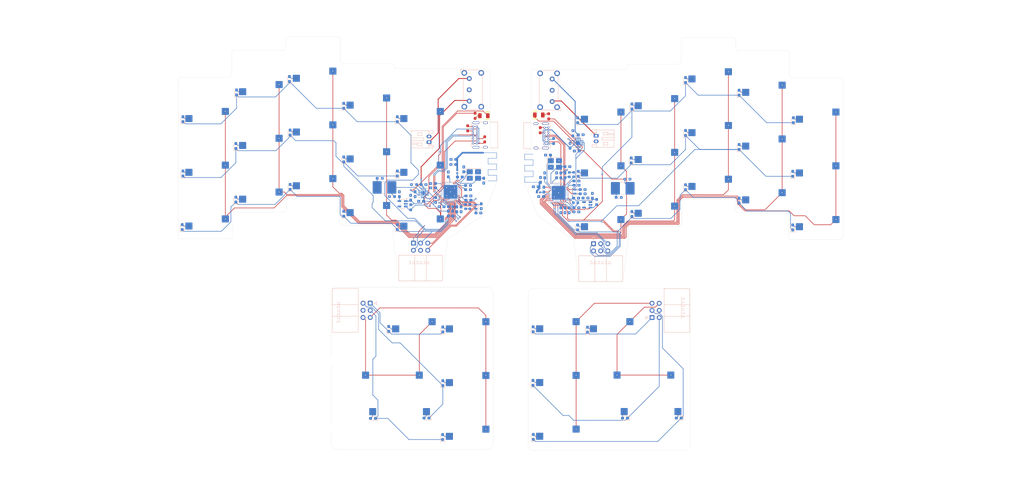
<source format=kicad_pcb>
(kicad_pcb (version 20241229) (generator "pcbnew") (generator_version "9.0")
  (layers (0 "F.Cu" signal) (4 "In1.Cu" signal) (6 "In2.Cu" signal) (2 "B.Cu" signal) (13 "F.Paste" user) (15 "B.Paste" user) (5 "F.SilkS" user "F.Silkscreen") (7 "B.SilkS" user "B.Silkscreen") (1 "F.Mask" user) (3 "B.Mask" user) (25 "Edge.Cuts" user))
  (net 0 "")
  (net 1 "Net-(U1-XC1)")
  (net 2 "Net-(U1-XC2)")
  (net 3 "VBUS")
  (net 4 "VBAT")
  (net 5 "VDDH")
  (net 7 "ANT")
  (net 8 "RF")
  (net 9 "Net-(U1-DEC1)")
  (net 10 "Net-(U1-DEC3)")
  (net 11 "Net-(U1-DEC5)")
  (net 12 "Net-(U1-DECUSB)")
  (net 13 "Net-(U1-DEC4)")
  (net 14 "VDD_NRF")
  (net 15 "Net-(U1-XL1{slash}P0.00)")
  (net 16 "Net-(U1-XL2{slash}P0.01)")
  (net 17 "EXT_VCC")
  (net 18 "Net-(D1-A)")
  (net 19 "ROW0")
  (net 20 "ROW1")
  (net 21 "Net-(D2-A)")
  (net 22 "ROW2")
  (net 23 "Net-(D3-A)")
  (net 24 "Net-(D4-A)")
  (net 25 "Net-(D5-A)")
  (net 26 "Net-(D6-A)")
  (net 27 "Net-(D7-A)")
  (net 28 "Net-(D8-A)")
  (net 29 "Net-(D9-A)")
  (net 30 "Net-(D10-A)")
  (net 31 "Net-(D11-A)")
  (net 32 "Net-(D12-A)")
  (net 33 "Net-(D13-A)")
  (net 34 "Net-(D14-A)")
  (net 35 "Net-(D15-A)")
  (net 36 "Net-(D16-A)")
  (net 37 "Net-(D17-A)")
  (net 38 "Net-(D18-A)")
  (net 39 "Net-(D19-A)")
  (net 40 "Net-(D20-A)")
  (net 41 "Net-(D21-A)")
  (net 42 "BAT+")
  (net 43 "D+")
  (net 44 "D-")
  (net 49 "Net-(J2-CC1)")
  (net 51 "Net-(J2-CC2)")
  (net 53 "Net-(U1-DCC)")
  (net 54 "Net-(L2-Pad1)")
  (net 55 "Net-(U1-DCCH)")
  (net 56 "Net-(LED1-A)")
  (net 57 "Net-(LED1-K)")
  (net 58 "Net-(R1-Pad2)")
  (net 59 "Net-(U2-ISET)")
  (net 60 "Net-(U2-TS)")
  (net 61 "POWER_PIN")
  (net 63 "COL0")
  (net 64 "COL1")
  (net 65 "COL2")
  (net 66 "COL3")
  (net 67 "COL4")
  (net 68 "COL5")
  (net 69 "COL6")
  (net 111 "Net-(U4-XC1)")
  (net 112 "Net-(U4-XC2)")
  (net 113 "Net-(U4-DEC1)")
  (net 114 "Net-(U4-DEC3)")
  (net 115 "Net-(U4-DEC5)")
  (net 116 "Net-(U4-DECUSB)")
  (net 117 "Net-(U4-DEC4)")
  (net 118 "Net-(U4-XL1{slash}P0.00)")
  (net 119 "Net-(U4-XL2{slash}P0.01)")
  (net 120 "Net-(D22-A)")
  (net 121 "Net-(D23-A)")
  (net 122 "Net-(D24-A)")
  (net 123 "Net-(D25-A)")
  (net 124 "Net-(D26-A)")
  (net 125 "Net-(D27-A)")
  (net 126 "Net-(D28-A)")
  (net 127 "Net-(D29-A)")
  (net 128 "Net-(D30-A)")
  (net 129 "Net-(D31-A)")
  (net 130 "Net-(D32-A)")
  (net 131 "Net-(D33-A)")
  (net 132 "Net-(D34-A)")
  (net 133 "Net-(D35-A)")
  (net 134 "Net-(D36-A)")
  (net 135 "Net-(D37-A)")
  (net 136 "Net-(D38-A)")
  (net 137 "Net-(D39-A)")
  (net 138 "Net-(D40-A)")
  (net 139 "Net-(D41-A)")
  (net 140 "Net-(D42-A)")
  (net 146 "Net-(J4-CC2)")
  (net 148 "Net-(J4-CC1)")
  (net 149 "Net-(L5-Pad2)")
  (net 150 "Net-(U4-DCC)")
  (net 151 "Net-(U4-DCCH)")
  (net 152 "Net-(LED2-A)")
  (net 153 "Net-(LED2-K)")
  (net 154 "Net-(R8-Pad2)")
  (net 155 "Net-(U6-ISET)")
  (net 156 "Net-(U6-TS)")
  (net 200 "L_VBUS")
  (net 201 "L_VBAT")
  (net 202 "L_VDDH")
  (net 203 "L_ANT")
  (net 204 "L_RF")
  (net 205 "L_VDD_NRF")
  (net 206 "L_EXT_VCC")
  (net 207 "L_ROW0")
  (net 208 "L_ROW1")
  (net 209 "L_ROW2")
  (net 210 "L_BAT+")
  (net 211 "L_BAT-")
  (net 212 "L_D-")
  (net 213 "L_D+")
  (net 214 "L_POWER_PIN")
  (net 215 "L_COL0")
  (net 216 "L_COL1")
  (net 217 "L_COL2")
  (net 218 "L_COL3")
  (net 219 "L_COL4")
  (net 220 "L_COL5")
  (net 221 "L_COL6")
  (net 222 "LC_ROW0")
  (net 223 "LC_ROW1")
  (net 224 "LC_ROW2")
  (net 225 "C_ROW0")
  (net 226 "C_ROW1")
  (net 227 "C_ROW2")
  (net 228 "C_COL6")
  (net 229 "C_COL5")
  (net 230 "LC_COL5")
  (net 231 "LC_COL6")
  (footprint "Resistor_SMD:R_0603_1608Metric_Pad0.98x0.95mm_HandSolder" (layer "F.Cu") (at 216.5 79.6625 90)
    (property "Reference" "R14" (hide yes))
    (property "Value" "5.1k" (hide yes))
  )
  (footprint "Resistor_SMD:R_0603_1608Metric_Pad0.98x0.95mm_HandSolder" (layer "F.Cu") (at 193.415303 74.546237 90)
    (property "Reference" "R4" (hide yes))
    (property "Value" "10k" (hide yes))
  )
  (footprint "PCM_LED_SMD_AKL:LED_1206_3216Metric" (layer "F.Cu") (at 216 74.25)
    (property "Reference" "LED2" (hide yes))
    (property "Value" "Charge_LED" (hide yes))
  )
  (footprint "Resistor_SMD:R_0603_1608Metric_Pad0.98x0.95mm_HandSolder" (layer "F.Cu") (at 190.771553 78.983737 90)
    (property "Reference" "R6" (hide yes))
    (property "Value" "5.1k" (hide yes))
  )
  (footprint "PCM_LED_SMD_AKL:LED_1206_3216Metric" (layer "F.Cu") (at 196.515303 74.508737 180)
    (property "Reference" "LED1" (hide yes))
    (property "Value" "Charge_LED" (hide yes))
  )
  (footprint "Resistor_SMD:R_0603_1608Metric_Pad0.98x0.95mm_HandSolder" (layer "F.Cu") (at 196.821553 82.896237 -90)
    (property "Reference" "R7" (hide yes))
    (property "Value" "5.1k" (hide yes))
  )
  (footprint "Resistor_SMD:R_0603_1608Metric_Pad0.98x0.95mm_HandSolder" (layer "F.Cu") (at 219.5 74.7375 -90)
    (property "Reference" "R12" (hide yes))
    (property "Value" "10k" (hide yes))
  )
  (footprint "Capacitor_SMD:C_0603_1608Metric_Pad1.08x0.95mm_HandSolder" (layer "B.Cu") (at 178.546553 100.083737 180)
    (property "Reference" "C20" (hide yes))
    (property "Value" "100nF" (hide yes))
  )
  (footprint "Diode_SMD:D_0603_1608Metric_Pad1.05x0.95mm_HandSolder" (layer "B.Cu") (at 181.946685 150.28606 90)
    (property "Reference" "D19" (hide yes))
    (property "Value" "D" (hide yes))
  )
  (footprint "Diode_SMD:D_0603_1608Metric_Pad1.05x0.95mm_HandSolder" (layer "B.Cu") (at 157.220732 181.818909 180)
    (property "Reference" "D18" (hide yes))
    (property "Value" "D" (hide yes))
  )
  (footprint "Inductor_SMD:L_0603_1608Metric" (layer "B.Cu") (at 190.046553 106.733737 90)
    (property "Reference" "L2" (hide yes))
    (property "Value" "10uH" (hide yes))
  )
  (footprint "Connector_IDC:IDC-Header_2x03_P2.54mm_Horizontal" (layer "B.Cu") (at 156.239214 140.97 180)
    (property "Reference" "J8" (hide yes))
    (property "Value" "CLUSTER_CONN" (hide yes))
  )
  (footprint "Capacitor_SMD:C_0603_1608Metric_Pad1.08x0.95mm_HandSolder" (layer "B.Cu") (at 190.909053 99.246237)
    (property "Reference" "C21" (hide yes))
    (property "Value" "100nF" (hide yes))
  )
  (footprint "Capacitor_SMD:C_0603_1608Metric_Pad1.08x0.95mm_HandSolder" (layer "B.Cu") (at 188.021553 96.246237)
    (property "Reference" "C6" (hide yes))
    (property "Value" "0.8pF" (hide yes))
  )
  (footprint "Resistor_SMD:R_0603_1608Metric_Pad0.98x0.95mm_HandSolder" (layer "B.Cu") (at 228.075 80.725 90)
    (property "Reference" "R11" (hide yes))
    (property "Value" "10k" (hide yes))
  )
  (footprint "MX_Hotswap:MX-Hotswap-1U" (layer "B.Cu") (at 295.175 99.255393)
    (property "Reference" "SW29")
    (property "Value" "MX HotSwap")
  )
  (footprint "Diode_SMD:D_0603_1608Metric_Pad1.05x0.95mm_HandSolder" (layer "B.Cu") (at 146.846553 90.008737 90)
    (property "Reference" "D11" (hide yes))
    (property "Value" "D" (hide yes))
  )
  (footprint "Package_DFN_QFN:VQFN-16-1EP_3x3mm_P0.5mm_EP1.6x1.6mm" (layer "B.Cu") (at 175.121553 101.946237 -90)
    (property "Reference" "U2" (hide yes))
    (property "Value" "BQ24075RGT" (hide yes))
  )
  (footprint "Capacitor_SMD:C_0603_1608Metric_Pad1.08x0.95mm_HandSolder" (layer "B.Cu") (at 178.496553 98.558737 180)
    (property "Reference" "C19" (hide yes))
    (property "Value" "100nF" (hide yes))
  )
  (footprint "MX_Hotswap:MX-Hotswap-1U" (layer "B.Cu") (at 257.075 65.917893)
    (property "Reference" "SW33")
    (property "Value" "MX HotSwap")
  )
  (footprint "MX_Hotswap:MX-Hotswap-1U" (layer "B.Cu") (at 173.998803 108.557356)
    (property "Reference" "SW16")
    (property "Value" "MX HotSwap")
  )
  (footprint "MX_Hotswap:MX-Hotswap-2U" (layer "B.Cu") (at 241.19502 173.545516 90)
    (property "Reference" "SW40")
    (property "Value" "MX HotSwap")
  )
  (footprint "Crystal:Crystal_SMD_2012-2Pin_2.0x1.2mm" (layer "B.Cu") (at 228.75 101.425 90)
    (property "Reference" "X2" (hide yes))
    (property "Value" "32.768kHz" (hide yes))
  )
  (footprint "Crystal:Crystal_SMD_3225-4Pin_3.2x2.5mm_HandSoldering" (layer "B.Cu") (at 192.996553 95.533737)
    (property "Reference" "Y1" (hide yes))
    (property "Value" "32Mhz" (hide yes))
  )
  (footprint "Capacitor_SMD:C_0603_1608Metric_Pad1.08x0.95mm_HandSolder" (layer "B.Cu") (at 225.275 108.025 -90)
    (property "Reference" "C27" (hide yes))
    (property "Value" "100nF" (hide yes))
  )
  (footprint "Capacitor_SMD:C_0603_1608Metric_Pad1.08x0.95mm_HandSolder" (layer "B.Cu") (at 191.046553 102.946237)
    (property "Reference" "C14" (hide yes))
    (property "Value" "1uF" (hide yes))
  )
  (footprint "MX_Hotswap:MX-Hotswap-1U" (layer "B.Cu") (at 173.998803 70.457356)
    (property "Reference" "SW14" (hide yes))
    (property "Value" "MX HotSwap")
  )
  (footprint "Capacitor_SMD:C_0603_1608Metric_Pad1.08x0.95mm_HandSolder" (layer "B.Cu") (at 231.5375 102.2 180)
    (property "Reference" "C42" (hide yes))
    (property "Value" "12pF" (hide yes))
  )
  (footprint "Capacitor_SMD:C_0603_1608Metric_Pad1.08x0.95mm_HandSolder" (layer "B.Cu") (at 225.275 95.675 90)
    (property "Reference" "C40" (hide yes))
    (property "Value" "47nF" (hide yes))
  )
  (footprint "Capacitor_SMD:C_0603_1608Metric_Pad1.08x0.95mm_HandSolder" (layer "B.Cu") (at 170.571553 103.596237 90)
    (property "Reference" "C9" (hide yes))
    (property "Value" "10uF" (hide yes))
  )
  (footprint "Diode_SMD:D_0603_1608Metric_Pad1.05x0.95mm_HandSolder" (layer "B.Cu") (at 214.054964 188.371825 90)
    (property "Reference" "D42" (hide yes))
    (property "Value" "D" (hide yes))
  )
  (footprint "Diode_SMD:D_0603_1608Metric_Pad1.05x0.95mm_HandSolder" (layer "B.Cu") (at 306 114.117893 90)
    (property "Reference" "D24" (hide yes))
    (property "Value" "D" (hide yes))
  )
  (footprint "MX_Hotswap:MX-Hotswap-1U" (layer "B.Cu") (at 295.175 80.205393)
    (property "Reference" "SW28")
    (property "Value" "MX HotSwap")
  )
  (footprint "MX_Hotswap:MX-Hotswap-1U" (layer "B.Cu") (at 295.175 61.155393)
    (property "Reference" "SW27")
    (property "Value" "MX HotSwap")
  )
  (footprint "Connector_USB:USB_C_Receptacle_GCT_USB4085" (layer "B.Cu") (at 219.355 84.625 90)
    (property "Reference" "J4" (hide yes))
    (property "Value" "USB_C_Receptacle_USB2.0_16P" (hide yes))
  )
  (footprint "Capacitor_SMD:C_0603_1608Metric_Pad1.08x0.95mm_HandSolder" (layer "B.Cu") (at 216.8375 103.175)
    (property "Reference" "C35" (hide yes))
    (property "Value" "820pF" (hide yes))
  )
  (footprint "Capacitor_SMD:C_0603_1608Metric_Pad1.08x0.95mm_HandSolder" (layer "B.Cu") (at 223.8 95.6875 90)
    (property "Reference" "C39" (hide yes))
    (property "Value" "1uF" (hide yes))
  )
  (footprint "Diode_SMD:D_0603_1608Metric_Pad1.05x0.95mm_HandSolder" (layer "B.Cu") (at 181.969443 169.325479 90)
    (property "Reference" "D20" (hide yes))
    (property "Value" "D" (hide yes))
  )
  (footprint "Capacitor_SMD:C_0603_1608Metric_Pad1.08x0.95mm_HandSolder" (layer "B.Cu") (at 186.946553 107.696237 90)
    (property "Reference" "C10" (hide yes))
    (property "Value" "100pF" (hide yes))
  )
  (footprint "MX_Hotswap:MX-Hotswap-1U" (layer "B.Cu") (at 314.225 108.780393)
    (property "Reference" "SW26")
    (property "Value" "MX HotSwap")
  )
  (footprint "MX_Hotswap:MX-Hotswap-1U" (layer "B.Cu") (at 154.948803 65.694856)
    (property "Reference" "SW11")
    (property "Value" "MX HotSwap")
  )
  (footprint "Diode_SMD:D_0603_1608Metric_Pad1.05x0.95mm_HandSolder" (layer "B.Cu") (at 268 99.867893 90)
    (property "Reference" "D30" (hide yes))
    (property "Value" "D" (hide yes))
  )
  (footprint "Diode_SMD:D_0603_1608Metric_Pad1.05x0.95mm_HandSolder" (layer "B.Cu") (at 246.547105 181.718785 180)
    (property "Reference" "D38" (hide yes))
    (property "Value" "D" (hide yes))
  )
  (footprint "Diode_SMD:D_0603_1608Metric_Pad1.05x0.95mm_HandSolder" (layer "B.Cu") (at 229.75 76.117893 90)
    (property "Reference" "D34" (hide yes))
    (property "Value" "D" (hide yes))
  )
  (footprint "Capacitor_SMD:C_0603_1608Metric_Pad1.08x0.95mm_HandSolder" (layer "B.Cu") (at 172.146553 102.333737 90)
    (property "Reference" "C3" (hide yes))
    (property "Value" "1uF" (hide yes))
  )
  (footprint "Capacitor_SMD:C_0603_1608Metric_Pad1.08x0.95mm_HandSolder" (layer "B.Cu") (at 222.3 95.65 90)
    (property "Reference" "C28" (hide yes))
    (property "Value" "100nF" (hide yes))
  )
  (footprint "Diode_SMD:D_0603_1608Metric_Pad1.05x0.95mm_HandSolder" (layer "B.Cu") (at 108.596553 85.258737 90)
    (property "Reference" "D5" (hide yes))
    (property "Value" "D" (hide yes))
  )
  (footprint "Diode_SMD:D_0603_1608Metric_Pad1.05x0.95mm_HandSolder" (layer "B.Cu") (at 249 71.242893 90)
    (property "Reference" "D31" (hide yes))
    (property "Value" "D" (hide yes))
  )
  (footprint "Capacitor_SMD:C_0603_1608Metric_Pad1.08x0.95mm_HandSolder" (layer "B.Cu") (at 191.046553 104.446237)
    (property "Reference" "C15" (hide yes))
    (property "Value" "47nF" (hide yes))
  )
  (footprint "MX_Hotswap:MX-Hotswap-1U" (layer "B.Cu") (at 135.898803 75.219856)
    (property "Reference" "SW9")
    (property "Value" "MX HotSwap")
  )
  (footprint "Capacitor_SMD:C_0603_1608Metric_Pad1.08x0.95mm_HandSolder" (layer "B.Cu") (at 196.471553 97.533737 -90)
    (property "Reference" "C2" (hide yes))
    (property "Value" "12pF" (hide yes))
  )
  (footprint "MX_Hotswap:MX-Hotswap-1U" (layer "B.Cu") (at 238.025 89.730393)
    (property "Reference" "SW37")
    (property "Value" "MX HotSwap")
  )
  (footprint "Connector_JST:JST_PH_S2B-PH-K_1x02_P2.00mm_Horizontal" (layer "B.Cu") (at 236.325 81.625 -90)
    (property "Reference" "J3" (hide yes))
    (property "Value" "Bat" (hide yes))
  )
  (footprint "MX_Hotswap:MX-Hotswap-2U" (layer "B.Cu") (at 171.097583 173.572012 90)
    (property "Reference" "SW18")
    (property "Value" "MX HotSwap")
  )
  (footprint "MX_Hotswap:MX-Hotswap-1U" (layer "B.Cu") (at 190.147583 164.047012)
    (property "Reference" "SW21")
    (property "Value" "MX HotSwap")
  )
  (footprint "Resistor_SMD:R_0603_1608Metric_Pad0.98x0.95mm_HandSolder" (layer "B.Cu") (at 171.771553 98.933737 180)
    (property "Reference" "R3" (hide yes))
    (property "Value" "10k" (hide yes))
  )
  (footprint "Diode_SMD:D_0603_1608Metric_Pad1.05x0.95mm_HandSolder" (layer "B.Cu") (at 146.846553 109.258737 90)
    (property "Reference" "D12" (hide yes))
    (property "Value" "D" (hide yes))
  )
  (footprint "Package_TO_SOT_SMD:SOT-23-5" (layer "B.Cu") (at 167.709053 105.733737 180)
    (property "Reference" "U3" (hide yes))
    (property "Value" "XC6220B331MR" (hide yes))
  )
  (footprint "Diode_SMD:D_0603_1608Metric_Pad1.05x0.95mm_HandSolder" (layer "B.Cu") (at 108.846553 66.258737 90)
    (property "Reference" "D4" (hide yes))
    (property "Value" "D" (hide yes))
  )
  (footprint "Diode_SMD:D_0603_1608Metric_Pad1.05x0.95mm_HandSolder" (layer "B.Cu") (at 214 150.217025 90)
    (property "Reference" "D40" (hide yes))
    (property "Value" "D" (hide yes))
  )
  (footprint "MX_Hotswap:MX-Hotswap-1U" (layer "B.Cu") (at 97.798803 89.507356)
    (property "Reference" "SW3")
    (property "Value" "MX HotSwap")
  )
  (footprint "Diode_SMD:D_0603_1608Metric_Pad1.05x0.95mm_HandSolder" (layer "B.Cu") (at 108.596553 104.258737 90)
    (property "Reference" "D6" (hide yes))
    (property "Value" "D" (hide yes))
  )
  (footprint "Diode_SMD:D_0603_1608Metric_Pad1.05x0.95mm_HandSolder" (layer "B.Cu") (at 268 61.867893 90)
    (property "Reference" "D28" (hide yes))
    (property "Value" "D" (hide yes))
  )
  (footprint "MX_Hotswap:MX-Hotswap-1U" (layer "B.Cu") (at 171.097582 144.997012)
    (property "Reference" "SW17")
    (property "Value" "MX HotSwap")
  )
  (footprint "Diode_SMD:D_0603_1608Metric_Pad1.05x0.95mm_HandSolder" (layer "B.Cu") (at 248.75 90.367893 90)
    (property "Reference" "D32" (hide yes))
    (property "Value" "D" (hide yes))
  )
  (footprint "Connector_IDC:IDC-Header_2x03_P2.54mm_Horizontal" (layer "B.Cu") (at 171.551553 119.686237 -90)
    (property "Reference" "J5" (hide yes))
    (property "Value" "MAIN_CONN" (hide yes))
  )
  (footprint "Package_DFN_QFN:VQFN-16-1EP_3x3mm_P0.5mm_EP1.6x1.6mm" (layer "B.Cu") (at 229.95 84.125 -90)
    (property "Reference" "U6" (hide yes))
    (property "Value" "BQ24075RGT" (hide yes))
  )
  (footprint "Capacitor_SMD:C_0603_1608Metric_Pad1.08x0.95mm_HandSolder" (layer "B.Cu") (at 234.9875 102.925 90)
    (property "Reference" "C43" (hide yes))
    (property "Value" "10uF" (hide yes))
  )
  (footprint "Resistor_SMD:R_0603_1608Metric_Pad0.98x0.95mm_HandSolder" (layer "B.Cu") (at 170.596553 106.971237 -90)
    (property "Reference" "R5" (hide yes))
    (property "Value" "10M" (hide yes))
  )
  (footprint "MX_Hotswap:MX-Hotswap-1U" (layer "B.Cu") (at 276.125 56.392893)
    (property "Reference" "SW30")
    (property "Value" "MX HotSwap")
  )
  (footprint "Diode_SMD:D_0603_1608Metric_Pad1.05x0.95mm_HandSolder" (layer "B.Cu") (at 89.846553 75.758737 90)
    (property "Reference" "D1" (hide yes))
    (property "Value" "D" (hide yes))
  )
  (footprint "Inductor_SMD:L_0603_1608Metric" (layer "B.Cu") (at 228.36 95.3875 -90)
    (property "Reference" "L6" (hide yes))
    (property "Value" "10uH" (hide yes))
  )
  (footprint "MX_Hotswap:MX-Hotswap-2U" (layer "B.Cu") (at 260.24502 173.545516 90)
    (property "Reference" "SW41")
    (property "Value" "MX HotSwap")
  )
  (footprint "Resistor_SMD:R_0603_1608Metric_Pad0.98x0.95mm_HandSolder" (layer "B.Cu") (at 244.3375 103.49 180)
    (property "Reference" "R8" (hide yes))
    (property "Value" "2k" (hide yes))
  )
  (footprint "Diode_SMD:D_0603_1608Metric_Pad1.05x0.95mm_HandSolder" (layer "B.Cu") (at 162.782265 150.092312 90)
    (property "Reference" "D16" (hide yes))
    (property "Value" "D" (hide yes))
  )
  (footprint "Capacitor_SMD:C_0603_1608Metric_Pad1.08x0.95mm_HandSolder" (layer "B.Cu") (at 194.584053 109.008737 180)
    (property "Reference" "C24" (hide yes))
    (property "Value" "12pF" (hide yes))
  )
  (footprint "Diode_SMD:D_0603_1608Metric_Pad1.05x0.95mm_HandSolder" (layer "B.Cu") (at 89.596553 114.008737 90)
    (property "Reference" "D3" (hide yes))
    (property "Value" "D" (hide yes))
  )
  (footprint "Crystal:Crystal_SMD_3225-4Pin_3.2x2.5mm_HandSoldering" (layer "B.Cu") (at 221.7 91.625)
    (property "Reference" "Y2" (hide yes))
    (property "Value" "32Mhz" (hide yes))
  )
  (footprint "Capacitor_SMD:C_0603_1608Metric_Pad1.08x0.95mm_HandSolder" (layer "B.Cu") (at 175.134053 98.933737)
    (property "Reference" "C4" (hide yes))
    (property "Value" "4.7uF" (hide yes))
  )
  (footprint "Diode_SMD:D_0603_1608Metric_Pad1.05x0.95mm_HandSolder" (layer "B.Cu") (at 176.184189 181.695669 180)
    (property "Reference" "D17" (hide yes))
    (property "Value" "D" (hide yes))
  )
  (footprint "MX_Hotswap:MX-Hotswap-1U" (layer "B.Cu") (at 222.14502 164.020516)
    (property "Reference" "SW43")
    (property "Value" "MX HotSwap")
  )
  (footprint "MX_Hotswap:MX-Hotswap-2U" (layer "B.Cu") (at 152.047582 173.572012 90)
    (property "Reference" "SW19")
    (property "Value" "MX HotSwap")
  )
  (footprint "Diode_SMD:D_0603_1608Metric_Pad1.05x0.95mm_HandSolder" (layer "B.Cu") (at 213.923115 169.225194 90)
    (property "Reference" "D41" (hide yes))
    (property "Value" "D" (hide yes))
  )
  (footprint "Button_Switch_THT:SW_E-Switch_EG1224_SPDT_Angled" (layer "B.Cu") (at 191.346553 61.333737 -90)
    (property "Reference" "SW1" (hide yes))
    (property "Value" "Power_Switch" (hide yes))
  )
  (footprint "Diode_SMD:D_0603_1608Metric_Pad1.05x0.95mm_HandSolder" (layer "B.Cu") (at 287 66.367893 90)
    (property "Reference" "D25" (hide yes))
    (property "Value" "D" (hide yes))
  )
  (footprint "Capacitor_SMD:C_0603_1608Metric_Pad1.08x0.95mm_HandSolder" (layer "B.Cu") (at 181.534053 106.783737 180)
    (property "Reference" "C17" (hide yes))
    (property "Value" "4.7uF" (hide yes))
  )
  (footprint "Button_Switch_THT:SW_E-Switch_EG1224_SPDT_Angled" (layer "B.Cu") (at 220.7325 69.5 90)
    (property "Reference" "SW23" (hide yes))
    (property "Value" "Power_Switch" (hide yes))
  )
  (footprint "MX_Hotswap:MX-Hotswap-1U" (layer "B.Cu") (at 190.147583 144.997012)
    (property "Reference" "SW20")
    (property "Value" "MX HotSwap")
  )
  (footprint "Inductor_SMD:L_0603_1608Metric" (layer "B.Cu") (at 226.825 95.4125 90)
    (property "Reference" "L5" (hide yes))
    (property "Value" "15nH" (hide yes))
  )
  (footprint "MX_Hotswap:MX-Hotswap-1U" (layer "B.Cu") (at 257.075 104.017893)
    (property "Reference" "SW35")
    (property "Value" "MX HotSwap")
  )
  (footprint "MX_Hotswap:MX-Hotswap-1U" (layer "B.Cu") (at 116.848803 99.032356)
    (property "Reference" "SW7")
    (property "Value" "MX HotSwap")
  )
  (footprint "Capacitor_SMD:C_0603_1608Metric_Pad1.08x0.95mm_HandSolder" (layer "B.Cu") (at 195.596553 106.596237 90)
    (property "Reference" "C23" (hide yes))
    (property "Value" "12pF" (hide yes))
  )
  (footprint "Capacitor_SMD:C_0603_1608Metric_Pad1.08x0.95mm_HandSolder" (layer "B.Cu") (at 190.909053 100.733737 180)
    (property "Reference" "C11" (hide yes))
    (property "Value" "100pF" (hide yes))
  )
  (footprint "Capacitor_SMD:C_0603_1608Metric_Pad1.08x0.95mm_HandSolder" (layer "B.Cu") (at 185.446553 109.196237 -90)
    (property "Reference" "C22" (hide yes))
    (property "Value" "4.7uF" (hide yes))
  )
  (footprint "Capacitor_SMD:C_0603_1608Metric_Pad1.08x0.95mm_HandSolder" (layer "B.Cu") (at 179.421553 104.371237 90)
    (property "Reference" "C13" (hide yes))
    (property "Value" "4.7uF" (hide yes))
  )
  (footprint "Resistor_SMD:R_0603_1608Metric_Pad0.98x0.95mm_HandSolder" (layer "B.Cu") (at 163.946553 103.183737 180)
    (property "Reference" "R2" (hide yes))
    (property "Value" "10k" (hide yes))
  )
  (footprint "Diode_SMD:D_0603_1608Metric_Pad1.05x0.95mm_HandSolder" (layer "B.Cu") (at 165.846553 95.008737 90)
    (property "Reference" "D14" (hide yes))
    (property "Value" "D" (hide yes))
  )
  (footprint "Capacitor_SMD:C_0603_1608Metric_Pad1.08x0.95mm_HandSolder" (layer "B.Cu") (at 229.4625 87.0375)
    (property "Reference" "C46" (hide yes))
    (property "Value" "4.7uF" (hide yes))
  )
  (footprint "Capacitor_SMD:C_0603_1608Metric_Pad1.08x0.95mm_HandSolder" (layer "B.Cu") (at 226.775 108.0375 -90)
    (property "Reference" "C26" (hide yes))
    (property "Value" "1uf" (hide yes))
  )
  (footprint "Resistor_SMD:R_2816_7142Metric_Pad3.20x4.45mm_HandSolder" (layer "B.Cu") (at 245.75 100.25 180)
    (property "Reference" "TP2" (hide yes))
    (property "Value" "Charge Boost" (hide yes))
  )
  (footprint "MX_Hotswap:MX-Hotswap-1U" (layer "B.Cu") (at 257.075 84.967893)
    (property "Reference" "SW34")
    (property "Value" "MX HotSwap")
  )
  (footprint "Diode_SMD:D_0603_1608Metric_Pad1.05x0.95mm_HandSolder" (layer "B.Cu") (at 265.611043 181.683531 180)
    (property "Reference" "D39" (hide yes))
    (property "Value" "D" (hide yes))
  )
  (footprint "Crystal:Crystal_SMD_2012-2Pin_2.0x1.2mm" (layer "B.Cu") (at 193.696553 106.758737 90)
    (property "Reference" "X1" (hide yes))
    (property "Value" "32.768kHz" (hide yes))
  )
  (footprint "MX_Hotswap:MX-Hotswap-1U" (layer "B.Cu") (at 190.147583 183.097012)
    (property "Reference" "SW22")
    (property "Value" "MX HotSwap")
  )
  (footprint "MX_Hotswap:MX-Hotswap-1U" (layer "B.Cu") (at 222.14502 183.070516)
    (property "Reference" "SW44")
    (property "Value" "MX HotSwap")
  )
  (footprint "Diode_SMD:D_0603_1608Metric_Pad1.05x0.95mm_HandSolder" (layer "B.Cu") (at 306 95.117893 90)
    (property "Reference" "D23" (hide yes))
    (property "Value" "D" (hide yes))
  )
  (footprint "MX_Hotswap:MX-Hotswap-1U" (layer "B.Cu") (at 241.19502 144.970516)
    (property "Reference" "SW39")
    (property "Value" "MX HotSwap")
  )
  (footprint "Capacitor_SMD:C_0603_1608Metric_Pad1.08x0.95mm_HandSolder" (layer "B.Cu") (at 217.8 100.7125 90)
    (property "Reference" "C48" (hide yes))
    (property "Value" "0.8pF" (hide yes))
  )
  (footprint "MX_Hotswap:MX-Hotswap-1U" (layer "B.Cu") (at 314.225 70.680393)
    (property "Reference" "SW24")
    (property "Value" "MX HotSwap")
  )
  (footprint "MX_Hotswap:MX-Hotswap-1U" (layer "B.Cu") (at 154.948803 84.744856)
    (property "Reference" "SW12")
    (property "Value" "MX HotSwap")
  )
  (footprint "Capacitor_SMD:C_0603_1608Metric_Pad1.08x0.95mm_HandSolder" (layer "B.Cu") (at 230.8375 81.2625)
    (property "Reference" "C47" (hide yes))
    (property "Value" "4.7uF" (hide yes))
  )
  (footprint "Package_TO_SOT_SMD:SOT-23-5" (layer "B.Cu") (at 233.175 106.1125 180)
    (property "Reference" "U5" (hide yes))
    (property "Value" "XC6220B331MR" (hide yes))
  )
  (footprint "Resistor_SMD:R_0603_1608Metric_Pad0.98x0.95mm_HandSolder" (layer "B.Cu") (at 236.5 105.1125 -90)
    (property "Reference" "R10" (hide yes))
    (property "Value" "10M" (hide yes))
  )
  (footprint "Resistor_SMD:R_2816_7142Metric_Pad3.20x4.45mm_HandSolder" (layer "B.Cu") (at 161.296553 99.933737 180)
    (property "Reference" "TP1" (hide yes))
    (property "Value" "Charge Boost" (hide yes))
  )
  (footprint "Diode_SMD:D_0603_1608Metric_Pad1.05x0.95mm_HandSolder" (layer "B.Cu") (at 287 104.617893 90)
    (property "Reference" "D27" (hide yes))
    (property "Value" "D" (hide yes))
  )
  (footprint "Capacitor_SMD:C_0603_1608Metric_Pad1.08x0.95mm_HandSolder" (layer "B.Cu") (at 183.921553 109.196237 90)
    (property "Reference" "C16" (hide yes))
    (property "Value" "4.7uF" (hide yes))
  )
  (footprint "Inductor_SMD:L_0402_1005Metric_Pad0.77x0.64mm_HandSolder" (layer "B.Cu") (at 215.9025 101.7 180)
    (property "Reference" "L8" (hide yes))
    (property "Value" "4.7nH" (hide yes))
  )
  (footprint "Capacitor_SMD:C_0603_1608Metric_Pad1.08x0.95mm_HandSolder" (layer "B.Cu") (at 166.571553 102.346237 90)
    (property "Reference" "C25" (hide yes))
    (property "Value" "4.7uF" (hide yes))
  )
  (footprint "Capacitor_SMD:C_0603_1608Metric_Pad1.08x0.95mm_HandSolder" (layer "B.Cu") (at 218.1 95.6625 -90)
    (property "Reference" "C34" (hide yes))
    (property "Value" "100pF" (hide yes))
  )
  (footprint "Capacitor_SMD:C_0603_1608Metric_Pad1.08x0.95mm_HandSolder" (layer "B.Cu") (at 189.396553 93.533737 90)
    (property "Reference" "C1" (hide yes))
    (property "Value" "12pF" (hide yes))
  )
  (footprint "Capacitor_SMD:C_0603_1608Metric_Pad1.08x0.95mm_HandSolder" (layer "B.Cu") (at 229.3125 108.6)
    (property "Reference" "C38" (hide yes))
    (property "Value" "4.7uF" (hide yes))
  )
  (footprint "Capacitor_SMD:C_0603_1608Metric_Pad1.08x0.95mm_HandSolder" (layer "B.Cu") (at 226.1125 92.575)
    (property "Reference" "C32" (hide yes))
    (property "Value" "12pF" (hide yes))
  )
  (footprint "Capacitor_SMD:C_0603_1608Metric_Pad1.08x0.95mm_HandSolder" (layer "B.Cu") (at 227.075 85.15 -90)
    (property "Reference" "C44" (hide yes))
    (property "Value" "1uF" (hide yes))
  )
  (footprint "MX_Hotswap:MX-Hotswap-1U" (layer "B.Cu") (at 276.125 75.442893)
    (property "Reference" "SW31")
    (property "Value" "MX HotSwap")
  )
  (footprint "Diode_SMD:D_0603_1608Metric_Pad1.05x0.95mm_HandSolder" (layer "B.Cu") (at 249 109.367893 90)
    (property "Reference" "D33" (hide yes))
    (property "Value" "D" (hide yes))
  )
  (footprint "Diode_SMD:D_0603_1608Metric_Pad1.05x0.95mm_HandSolder" (layer "B.Cu") (at 127.596553 61.508737 90)
    (property "Reference" "D7" (hide yes))
    (property "Value" "D" (hide yes))
  )
  (footprint "Capacitor_SMD:C_0603_1608Metric_Pad1.08x0.95mm_HandSolder" (layer "B.Cu") (at 229.2125 103.725 180)
    (property "Reference" "C37" (hide yes))
    (property "Value" "4.7uF" (hide yes))
  )
  (footprint "Connector_USB:USB_C_Receptacle_GCT_USB4085" (layer "B.Cu") (at 192.711553 78.383737 -90)
    (property "Reference" "J2" (hide yes))
    (property "Value" "USB_C_Receptacle_USB2.0_16P" (hide yes))
  )
  (footprint "Diode_SMD:D_0603_1608Metric_Pad1.05x0.95mm_HandSolder" (layer "B.Cu") (at 287 85.617893 90)
    (property "Reference" "D26" (hide yes))
    (property "Value" "D" (hide yes))
  )
  (footprint "MX_Hotswap:MX-Hotswap-1U" (layer "B.Cu") (at 154.948803 103.794856)
    (property "Reference" "SW13")
    (property "Value" "MX HotSwap")
  )
  (footprint "MX_Hotswap:MX-Hotswap-1U" (layer "B.Cu") (at 238.025 70.680393)
    (property "Reference" "SW36")
    (property "Value" "MX HotSwap")
  )
  (footprint "MX_Hotswap:MX-Hotswap-1U" (layer "B.Cu") (at 314.225 89.730393)
    (property "Reference" "SW25")
    (property "Value" "MX HotSwap")
  )
  (footprint "Diode_SMD:D_0603_1608Metric_Pad1.05x0.95mm_HandSolder" (layer "B.Cu") (at 268 80.617893 90)
    (property "Reference" "D29" (hide yes))
    (property "Value" "D" (hide yes))
  )
  (footprint "Capacitor_SMD:C_0603_1608Metric_Pad1.08x0.95mm_HandSolder" (layer "B.Cu") (at 188.446553 107.683737 -90)
    (property "Reference" "C18" (hide yes))
    (property "Value" "1uf" (hide yes))
  )
  (footprint "Connector_IDC:IDC-Header_2x03_P2.54mm_Horizontal" (layer "B.Cu") (at 256.144741 146.080786)
    (property "Reference" "J7" (hide yes))
    (property "Value" "CLUSTER_CONN" (hide yes))
  )
  (footprint "MX_Hotswap:MX-Hotswap-1U" (layer "B.Cu") (at 97.798803 70.457356)
    (property "Reference" "SW2")
    (property "Value" "MX HotSwap")
  )
  (footprint "Resistor_SMD:R_0603_1608Metric_Pad0.98x0.95mm_HandSolder" (layer "B.Cu") (at 247.4125 97)
    (property "Reference" "R9" (hide yes))
    (property "Value" "10k" (hide yes))
  )
  (footprint "Capacitor_SMD:C_0603_1608Metric_Pad1.08x0.95mm_HandSolder" (layer "B.Cu") (at 185.734053 90.008737 180)
    (property "Reference" "C8" (hide yes))
    (property "Value" "N.C." (hide yes))
  )
  (footprint "Diode_SMD:D_0603_1608Metric_Pad1.05x0.95mm_HandSolder" (layer "B.Cu") (at 165.846553 114.008737 90)
    (property "Reference" "D15" (hide yes))
    (property "Value" "D" (hide yes))
  )
  (footprint "Inductor_SMD:L_0603_1608Metric" (layer "B.Cu") (at 229.0375 105.375)
    (property "Reference" "L7" (hide yes))
    (property "Value" "10uH" (hide yes))
  )
  (footprint "Connector_IDC:IDC-Header_2x03_P2.54mm_Horizontal" (layer "B.Cu") (at 235.395 119.9 -90)
    (property "Reference" "J6" (hide yes))
    (property "Value" "MAIN_CONN" (hide yes))
  )
  (footprint "Capacitor_SMD:C_0603_1608Metric_Pad1.08x0.95mm_HandSolder" (layer "B.Cu") (at 229.3625 99.175 180)
    (property "Reference" "C33" (hide yes))
    (property "Value" "100pF" (hide yes))
  )
  (footprint "Capacitor_SMD:C_0603_1608Metric_Pad1.08x0.95mm_HandSolder" (layer "B.Cu") (at 216.6 97.2625 90)
    (property "Reference" "C50" (hide yes))
    (property "Value" "N.C." (hide yes))
  )
  (footprint "Resistor_SMD:R_0603_1608Metric_Pad0.98x0.95mm_HandSolder" (layer "B.Cu") (at 159.609053 96.708737 180)
    (property "Reference" "R1" (hide yes))
    (property "Value" "2k" (hide yes))
  )
  (footprint "Connector_JST:JST_PH_S2B-PH-K_1x02_P2.00mm_Horizontal" (layer "B.Cu") (at 177.096553 83.883737 90)
    (property "Reference" "J1" (hide yes))
    (property "Value" "Bat")
  )
  (footprint "Diode_SMD:D_0603_1608Metric_Pad1.05x0.95mm_HandSolder" (layer "B.Cu") (at 127.846553 99.758737 90)
    (property "Reference" "D9" (hide yes))
    (property "Value" "D" (hide yes))
  )
  (footprint "MX_Hotswap:MX-Hotswap-1U" (layer "B.Cu") (at 116.848803 60.932356)
    (property "Reference" "SW5")
    (property "Value" "MX HotSwap")
  )
  (footprint "Diode_SMD:D_0603_1608Metric_Pad1.05x0.95mm_HandSolder" (layer "B.Cu") (at 89.846553 95.008737 90)
    (property "Reference" "D2" (hide yes))
    (property "Value" "D" (hide yes))
  )
  (footprint "MX_Hotswap:MX-Hotswap-1U" (layer "B.Cu") (at 238.025 108.780393)
    (property "Reference" "SW38")
    (property "Value" "MX HotSwap")
  )
  (footprint "Capacitor_SMD:C_0603_1608Metric_Pad1.08x0.95mm_HandSolder" (layer "B.Cu") (at 174.284053 104.833737)
    (property "Reference" "C5" (hide yes))
    (property "Value" "4.7uF" (hide yes))
  )
  (footprint "Inductor_SMD:L_0603_1608Metric" (layer "B.Cu") (at 191.546553 106.721237 -90)
    (property "Reference" "L3" (hide yes))
    (property "Value" "15nH" (hide yes))
  )
  (footprint "Diode_SMD:D_0603_1608Metric_Pad1.05x0.95mm_HandSolder" (layer "B.Cu") (at 165.846553 75.758737 90)
    (property "Reference" "D13" (hide yes))
    (property "Value" "D" (hide yes))
  )
  (footprint "Capacitor_SMD:C_0603_1608Metric_Pad1.08x0.95mm_HandSolder" (layer "B.Cu") (at 183.921553 95.321237 -90)
    (property "Reference" "C12" (hide yes))
    (property "Value" "820pF" (hide yes))
  )
  (footprint "Diode_SMD:D_0603_1608Metric_Pad1.05x0.95mm_HandSolder" (layer "B.Cu") (at 230 95.117893 90)
    (property "Reference" "D35" (hide yes))
    (property "Value" "D" (hide yes))
  )
  (footprint "Capacitor_SMD:C_0603_1608Metric_Pad1.08x0.95mm_HandSolder" (layer "B.Cu") (at 185.709053 91.808737 180)
    (property "Reference" "C7" (hide yes))
    (property "Value" "0.5pF" (hide yes))
  )
  (footprint "Package_DFN_QFN:Nordic_AQFN-73-1EP_7x7mm_P0.5mm" (layer "B.Cu") (at 223.025 101.85 180)
    (property "Reference" "U4" (hide yes))
    (property "Value" "nRF52840" (hide yes))
  )
  (footprint "MX_Hotswap:MX-Hotswap-1U" (layer "B.Cu") (at 276.125 94.492893)
    (property "Reference" "SW32")
    (property "Value" "MX HotSwap")
  )
  (footprint "Diode_SMD:D_0603_1608Metric_Pad1.05x0.95mm_HandSolder" (layer "B.Cu") (at 229.75 114.117893 90)
    (property "Reference" "D36" (hide yes))
    (property "Value" "D" (hide yes))
  )
  (footprint "Capacitor_SMD:C_0603_1608Metric_Pad1.08x0.95mm_HandSolder" (layer "B.Cu") (at 232.5375 103.6875)
    (property "Reference" "C45" (hide yes))
    (property "Value" "4.7uF" (hide yes))
  )
  (footprint "Diode_SMD:D_0603_1608Metric_Pad1.05x0.95mm_HandSolder" (layer "B.Cu") (at 146.846553 71.008737 90)
    (property "Reference" "D10" (hide yes))
    (property "Value" "D" (hide yes))
  )
  (footprint "Inductor_SMD:L_0402_1005Metric_Pad0.77x0.64mm_HandSolder" (layer "B.Cu") (at 187.084053 94.346237 90)
    (property "Reference" "L1" (hide yes))
    (property "Value" "4.7nH" (hide yes))
  )
  (footprint "MX_Hotswap:MX-Hotswap-1U" (layer "B.Cu") (at 222.14502 144.970516)
    (property "Reference" "SW42")
    (property "Value" "MX HotSwap")
  )
  (footprint "MX_Hotswap:MX-Hotswap-1U" (layer "B.Cu") (at 173.998803 89.507356)
    (property "Reference" "SW15")
    (property "Value" "MX HotSwap")
  )
  (footprint "MX_Hotswap:MX-Hotswap-1U" (layer "B.Cu") (at 116.848803 79.982356)
    (property "Reference" "SW6")
    (property "Value" "MX HotSwap")
  )
  (footprint "Inductor_SMD:L_0603_1608Metric" (layer "B.Cu") (at 184.696553 106.758737)
    (property "Reference" "L4" (hide yes))
    (property "Value" "10uH" (hide yes))
  )
  (footprint "Capacitor_SMD:C_0603_1608Metric_Pad1.08x0.95mm_HandSolder" (layer "B.Cu") (at 229.3125 107.125)
    (property "Reference" "C30" (hide yes))
    (property "Value" "4.7uF" (hide yes))
  )
  (footprint "Package_DFN_QFN:Nordic_AQFN-73-1EP_7x7mm_P0.5mm" (layer "B.Cu") (at 184.696553 101.508737 90)
    (property "Reference" "U1" (hide yes))
    (property "Value" "nRF52840" (hide yes))
  )
  (footprint "Capacitor_SMD:C_0603_1608Metric_Pad1.08x0.95mm_HandSolder" (layer "B.Cu") (at 231.5375 100.7 180)
    (property "Reference" "C41" (hide yes))
    (property "Value" "12pF" (hide yes))
  )
  (footprint "MX_Hotswap:MX-Hotswap-1U" (layer "B.Cu") (at 135.898803 94.269856)
    (property "Reference" "SW10")
    (property "Value" "MX HotSwap")
  )
  (footprint "MX_Hotswap:MX-Hotswap-1U" (layer "B.Cu") (at 97.798803 108.557356)
    (property "Reference" "SW4")
    (property "Value" "MX HotSwap")
  )
  (footprint "Diode_SMD:D_0603_1608Metric_Pad1.05x0.95mm_HandSolder" (layer "B.Cu") (at 233.255925 150.364783 90)
    (property "Reference" "D37" (hide yes))
    (property "Value" "D" (hide yes))
  )
  (footprint "Capacitor_SMD:C_0603_1608Metric_Pad1.08x0.95mm_HandSolder" (layer "B.Cu") (at 223.775 108.0375 90)
    (property "Reference" "C36" (hide yes))
    (property "Value" "4.7uF" (hide yes))
  )
  (footprint "Diode_SMD:D_0603_1608Metric_Pad1.05x0.95mm_HandSolder" (layer "B.Cu") (at 306.25 76.117893 90)
    (property "Reference" "D22" (hide yes))
    (property "Value" "D" (hide yes))
  )
  (footprint "Diode_SMD:D_0603_1608Metric_Pad1.05x0.95mm_HandSolder" (layer "B.Cu") (at 181.891721 188.44086 90)
    (property "Reference" "D21" (hide yes))
    (property "Value" "D" (hide yes))
  )
  (footprint "Capacitor_SMD:C_0603_1608Metric_Pad1.08x0.95mm_HandSolder" (layer "B.Cu") (at 214.9375 99.7 180)
    (property "Reference" "C49" (hide yes))
    (property "Value" "0.5pF" (hide yes))
  )
  (footprint "Capacitor_SMD:C_0603_1608Metric_Pad1.08x0.95mm_HandSolder" (layer "B.Cu") (at 229.3375 97.65)
    (property "Reference" "C29" (hide yes))
    (property "Value" "100nF" (hide yes))
  )
  (footprint "Capacitor_SMD:C_0603_1608Metric_Pad1.08x0.95mm_HandSolder" (layer "B.Cu") (at 219.2625 88.475 180)
    (property "Reference" "C31" (hide yes))
    (property "Value" "12pF" (hide yes))
  )
  (footprint "Resistor_SMD:R_0603_1608Metric_Pad0.98x0.95mm_HandSolder" (layer "B.Cu") (at 221.25 83.5 -90)
    (property "Reference" "R13" (hide yes))
    (property "Value" "5.1k" (hide yes))
  )
  (footprint "Diode_SMD:D_0603_1608Metric_Pad1.05x0.95mm_HandSolder" (layer "B.Cu") (at 127.846553 80.508737 90)
    (property "Reference" "D8" (hide yes))
    (property "Value" "D" (hide yes))
  )
  (footprint "MX_Hotswap:MX-Hotswap-1U" (layer "B.Cu") (at 135.898803 56.169856)
    (property "Reference" "SW8")
    (property "Value" "MX HotSwap")
  )
  (gr_line (start 184.032006 117.927277) (end 196.022706 109.949306) (stroke (width 0.05)) (layer "Edge.Cuts"))
  (gr_arc (start 214.242241 193.085786) (mid 212.828027 192.5) (end 212.242241 191.085786) (stroke (width 0.05)) (layer "Edge.Cuts"))
  (gr_line (start 227.989547 118.161433) (end 215.998847 110.183462) (stroke (width 0.05)) (layer "Edge.Cuts"))
  (gr_arc (start 88.171553 61.833737) (mid 88.46443 61.12659) (end 89.171553 60.833737) (stroke (width 0.05)) (layer "Edge.Cuts"))
  (gr_line (start 323.85 62.067893) (end 323.85 117.417893) (stroke (width 0.05)) (layer "Edge.Cuts"))
  (gr_line (start 244.867584 133.367893) (end 231.014771 133.367893) (stroke (width 0.05)) (layer "Edge.Cuts"))
  (gr_line (start 164.571553 56.833737) (end 164.571553 56.058737) (stroke (width 0.05)) (layer "Edge.Cuts"))
  (gr_arc (start 305.8 61.067893) (mid 305.092893 60.775) (end 304.8 60.067893) (stroke (width 0.05)) (layer "Edge.Cuts"))
  (gr_arc (start 200.701023 87.105405) (mid 201.099326 87.473903) (end 201.246553 87.996167) (stroke (width 0.05)) (layer "Edge.Cuts"))
  (gr_line (start 201.246553 97.904557) (end 201.246553 87.996167) (stroke (width 0.05)) (layer "Edge.Cuts"))
  (gr_line (start 106.221553 60.833737) (end 89.171553 60.833737) (stroke (width 0.05)) (layer "Edge.Cuts"))
  (gr_arc (start 212.242241 137.660786) (mid 212.828027 136.246572) (end 214.242241 135.660786) (stroke (width 0.05)) (layer "Edge.Cuts"))
  (gr_line (start 247.617227 118.479872) (end 245.859811 132.492336) (stroke (width 0.05)) (layer "Edge.Cuts"))
  (gr_line (start 247.45 57.067893) (end 247.45 56.292893) (stroke (width 0.05)) (layer "Edge.Cuts"))
  (gr_line (start 126.471553 107.683737) (end 126.471553 104.883737) (stroke (width 0.05)) (layer "Edge.Cuts"))
  (gr_arc (start 247.625 118.355429) (mid 247.623057 118.417772) (end 247.617227 118.479872) (stroke (width 0.05)) (layer "Edge.Cuts"))
  (gr_arc (start 266.675 105.117893) (mid 266.967893 104.410786) (end 267.675 104.117893) (stroke (width 0.05)) (layer "Edge.Cuts"))
  (gr_line (start 144.414214 135.325) (end 197.789214 135.325) (stroke (width 0.05)) (layer "Edge.Cuts"))
  (gr_line (start 230.021553 132.484156) (end 228.428827 118.877728) (stroke (width 0.05)) (layer "Edge.Cuts"))
  (gr_arc (start 266.675 112.642893) (mid 266.382107 113.35) (end 265.675 113.642893) (stroke (width 0.05)) (layer "Edge.Cuts"))
  (gr_line (start 214.242241 135.660786) (end 267.617241 135.660786) (stroke (width 0.05)) (layer "Edge.Cuts"))
  (gr_arc (start 210.775 88.230323) (mid 210.922237 87.708066) (end 211.32053 87.339561) (stroke (width 0.05)) (layer "Edge.Cuts"))
  (gr_arc (start 284.775 46.717893) (mid 285.482107 47.010786) (end 285.775 47.717893) (stroke (width 0.05)) (layer "Edge.Cuts"))
  (gr_line (start 164.396553 114.408737) (end 164.396553 118.121273) (stroke (width 0.05)) (layer "Edge.Cuts"))
  (gr_line (start 284.55 104.117893) (end 267.675 104.117893) (stroke (width 0.05)) (layer "Edge.Cuts"))
  (gr_arc (start 227.989547 118.161433) (mid 228.28807 118.471204) (end 228.428827 118.877728) (stroke (width 0.05)) (layer "Edge.Cuts"))
  (gr_line (start 88.171553 61.833737) (end 88.171553 117.183737) (stroke (width 0.05)) (layer "Edge.Cuts"))
  (gr_arc (start 247.45 57.067893) (mid 247.157107 57.775) (end 246.45 58.067893) (stroke (width 0.05)) (layer "Edge.Cuts"))
  (gr_line (start 215.632828 109.742921) (end 210.855042 98.53073) (stroke (width 0.05)) (layer "Edge.Cuts"))
  (gr_arc (start 126.246553 50.308737) (mid 125.953644 51.015803) (end 125.246553 51.308737) (stroke (width 0.05)) (layer "Edge.Cuts"))
  (gr_line (start 142.414214 190.75) (end 142.414214 137.325) (stroke (width 0.05)) (layer "Edge.Cuts"))
  (gr_arc (start 245.859811 132.492336) (mid 245.529231 133.117702) (end 244.867584 133.367893) (stroke (width 0.05)) (layer "Edge.Cuts"))
  (gr_line (start 196.388725 109.508765) (end 201.166511 98.296574) (stroke (width 0.05)) (layer "Edge.Cuts"))
  (gr_arc (start 269.617241 191.085786) (mid 269.031455 192.5) (end 267.617241 193.085786) (stroke (width 0.05)) (layer "Edge.Cuts"))
  (gr_line (start 164.571553 56.058737) (end 146.596553 56.058737) (stroke (width 0.05)) (layer "Edge.Cuts"))
  (gr_line (start 286.775 51.542893) (end 303.8 51.542893) (stroke (width 0.05)) (layer "Edge.Cuts"))
  (gr_line (start 145.346553 104.883737) (end 145.346553 112.408737) (stroke (width 0.05)) (layer "Edge.Cuts"))
  (gr_arc (start 197.796553 57.833737) (mid 198.503677 58.126616) (end 198.796553 58.833737) (stroke (width 0.05)) (layer "Edge.Cuts"))
  (gr_arc (start 142.414214 137.325) (mid 143.000001 135.910791) (end 144.414214 135.325) (stroke (width 0.05)) (layer "Edge.Cuts"))
  (gr_line (start 146.346553 113.408737) (end 163.396553 113.408737) (stroke (width 0.05)) (layer "Edge.Cuts"))
  (gr_arc (start 213.225 59.067893) (mid 213.517893 58.360786) (end 214.225 58.067893) (stroke (width 0.05)) (layer "Edge.Cuts"))
  (gr_arc (start 126.471553 107.683737) (mid 126.178644 108.390803) (end 125.471553 108.683737) (stroke (width 0.05)) (layer "Edge.Cuts"))
  (gr_arc (start 305.6 118.417893) (mid 304.892893 118.125) (end 304.6 117.417893) (stroke (width 0.05)) (layer "Edge.Cuts"))
  (gr_line (start 213.225 85.755462) (end 213.225 77.067893) (stroke (width 0.05)) (layer "Edge.Cuts"))
  (gr_arc (start 213.225 85.755462) (mid 213.077793 86.277743) (end 212.67947 86.646224) (stroke (width 0.05)) (layer "Edge.Cuts"))
  (gr_arc (start 144.346553 103.883737) (mid 145.053677 104.176616) (end 145.346553 104.883737) (stroke (width 0.05)) (layer "Edge.Cuts"))
  (gr_line (start 211.32053 87.339561) (end 212.67947 86.646224) (stroke (width 0.05)) (layer "Edge.Cuts"))
  (gr_line (start 198.796553 76.833737) (end 198.796553 58.833737) (stroke (width 0.05)) (layer "Edge.Cuts"))
  (gr_arc (start 107.421553 117.183737) (mid 107.128644 117.890803) (end 106.421553 118.183737) (stroke (width 0.05)) (layer "Edge.Cuts"))
  (gr_arc (start 89.171553 118.183737) (mid 88.464464 117.890829) (end 88.171553 117.183737) (stroke (width 0.05)) (layer "Edge.Cuts"))
  (gr_arc (start 165.571553 57.833737) (mid 164.864464 57.540829) (end 164.571553 56.833737) (stroke (width 0.05)) (layer "Edge.Cuts"))
  (gr_arc (start 266.425 55.292893) (mid 266.132107 56) (end 265.425 56.292893) (stroke (width 0.05)) (layer "Edge.Cuts"))
  (gr_line (start 267.425 46.717893) (end 284.775 46.717893) (stroke (width 0.05)) (layer "Edge.Cuts"))
  (gr_line (start 127.471553 103.883737) (end 144.346553 103.883737) (stroke (width 0.05)) (layer "Edge.Cuts"))
  (gr_arc (start 267.617241 135.660786) (mid 269.031455 136.246572) (end 269.617241 137.660786) (stroke (width 0.05)) (layer "Edge.Cuts"))
  (gr_line (start 266.425 55.292893) (end 266.425 47.717893) (stroke (width 0.05)) (layer "Edge.Cuts"))
  (gr_arc (start 144.414214 192.75) (mid 142.999991 192.164219) (end 142.414214 190.75) (stroke (width 0.05)) (layer "Edge.Cuts"))
  (gr_line (start 164.404326 118.245716) (end 166.161742 132.25818) (stroke (width 0.05)) (layer "Edge.Cuts"))
  (gr_arc (start 164.404326 118.245716) (mid 164.398494 118.183616) (end 164.396553 118.121273) (stroke (width 0.05)) (layer "Edge.Cuts"))
  (gr_line (start 304.8 52.542893) (end 304.8 60.067893) (stroke (width 0.05)) (layer "Edge.Cuts"))
  (gr_arc (start 323.85 117.417893) (mid 323.557107 118.125) (end 322.85 118.417893) (stroke (width 0.05)) (layer "Edge.Cuts"))
  (gr_arc (start 197.789214 135.325) (mid 199.203419 135.910791) (end 199.789214 137.325) (stroke (width 0.05)) (layer "Edge.Cuts"))
  (gr_arc (start 199.342083 86.412068) (mid 198.943788 86.043569) (end 198.796553 85.521306) (stroke (width 0.05)) (layer "Edge.Cuts"))
  (gr_arc (start 146.596553 56.058737) (mid 145.889464 55.765829) (end 145.596553 55.058737) (stroke (width 0.05)) (layer "Edge.Cuts"))
  (gr_line (start 125.246553 51.308737) (end 108.221553 51.308737) (stroke (width 0.05)) (layer "Edge.Cuts"))
  (gr_arc (start 303.6 108.917893) (mid 304.307107 109.210786) (end 304.6 109.917893) (stroke (width 0.05)) (layer "Edge.Cuts"))
  (gr_arc (start 144.596553 46.483737) (mid 145.303677 46.776616) (end 145.596553 47.483737) (stroke (width 0.05)) (layer "Edge.Cuts"))
  (gr_line (start 108.421553 108.683737) (end 125.471553 108.683737) (stroke (width 0.05)) (layer "Edge.Cuts"))
  (gr_line (start 210.775 98.138713) (end 210.775 88.230323) (stroke (width 0.05)) (layer "Edge.Cuts"))
  (gr_line (start 107.221553 52.308737) (end 107.221553 59.833737) (stroke (width 0.05)) (layer "Edge.Cuts"))
  (gr_arc (start 231.014771 133.367893) (mid 230.349998 133.115001) (end 230.021553 132.484156) (stroke (width 0.05)) (layer "Edge.Cuts"))
  (gr_arc (start 146.346553 113.408737) (mid 145.639464 113.115829) (end 145.346553 112.408737) (stroke (width 0.05)) (layer "Edge.Cuts"))
  (gr_line (start 126.246553 47.483737) (end 126.246553 50.308737) (stroke (width 0.05)) (layer "Edge.Cuts"))
  (gr_arc (start 201.246553 97.904557) (mid 201.226332 98.104608) (end 201.166511 98.296574) (stroke (width 0.05)) (layer "Edge.Cuts"))
  (gr_line (start 212.242241 191.085786) (end 212.242241 137.660786) (stroke (width 0.05)) (layer "Edge.Cuts"))
  (gr_line (start 182 132.25) (end 183.592726 118.643572) (stroke (width 0.05)) (layer "Edge.Cuts"))
  (gr_line (start 144.596553 46.483737) (end 127.246553 46.483737) (stroke (width 0.05)) (layer "Edge.Cuts"))
  (gr_line (start 197.789214 192.75) (end 144.414214 192.75) (stroke (width 0.05)) (layer "Edge.Cuts"))
  (gr_arc (start 215.998847 110.183462) (mid 215.783623 109.989956) (end 215.632828 109.742921) (stroke (width 0.05)) (layer "Edge.Cuts"))
  (gr_line (start 303.6 108.917893) (end 286.55 108.917893) (stroke (width 0.05)) (layer "Edge.Cuts"))
  (gr_arc (start 107.421553 109.683737) (mid 107.71443 108.97659) (end 108.421553 108.683737) (stroke (width 0.05)) (layer "Edge.Cuts"))
  (gr_line (start 247.625 114.642893) (end 247.625 118.355429) (stroke (width 0.05)) (layer "Edge.Cuts"))
  (gr_arc (start 183.592726 118.643572) (mid 183.733475 118.237043) (end 184.032006 117.927277) (stroke (width 0.05)) (layer "Edge.Cuts"))
  (gr_line (start 304.6 117.417893) (end 304.6 109.917893) (stroke (width 0.05)) (layer "Edge.Cuts"))
  (gr_line (start 197.796553 57.833737) (end 165.571553 57.833737) (stroke (width 0.05)) (layer "Edge.Cuts"))
  (gr_arc (start 126.246553 47.483737) (mid 126.53943 46.77659) (end 127.246553 46.483737) (stroke (width 0.05)) (layer "Edge.Cuts"))
  (gr_arc (start 182 132.25) (mid 181.671531 132.880849) (end 181.006782 133.133737) (stroke (width 0.05)) (layer "Edge.Cuts"))
  (gr_arc (start 322.85 61.067893) (mid 323.557107 61.360786) (end 323.85 62.067893) (stroke (width 0.05)) (layer "Edge.Cuts"))
  (gr_line (start 214.225 58.067893) (end 246.45 58.067893) (stroke (width 0.05)) (layer "Edge.Cuts"))
  (gr_line (start 285.55 107.917893) (end 285.55 105.117893) (stroke (width 0.05)) (layer "Edge.Cuts"))
  (gr_arc (start 126.471553 104.883737) (mid 126.76443 104.17659) (end 127.471553 103.883737) (stroke (width 0.05)) (layer "Edge.Cuts"))
  (gr_arc (start 210.855042 98.53073) (mid 210.795223 98.338764) (end 210.775 98.138713) (stroke (width 0.05)) (layer "Edge.Cuts"))
  (gr_line (start 198.796553 85.521306) (end 198.796553 76.833737) (stroke (width 0.05)) (layer "Edge.Cuts"))
  (gr_arc (start 266.425 47.717893) (mid 266.717893 47.010786) (end 267.425 46.717893) (stroke (width 0.05)) (layer "Edge.Cuts"))
  (gr_line (start 199.789214 137.325) (end 199.789214 190.75) (stroke (width 0.05)) (layer "Edge.Cuts"))
  (gr_line (start 265.675 113.642893) (end 248.625 113.642893) (stroke (width 0.05)) (layer "Edge.Cuts"))
  (gr_line (start 213.225 77.067893) (end 213.225 59.067893) (stroke (width 0.05)) (layer "Edge.Cuts"))
  (gr_line (start 145.596553 55.058737) (end 145.596553 47.483737) (stroke (width 0.05)) (layer "Edge.Cuts"))
  (gr_line (start 200.701023 87.105405) (end 199.342083 86.412068) (stroke (width 0.05)) (layer "Edge.Cuts"))
  (gr_line (start 285.775 47.717893) (end 285.775 50.542893) (stroke (width 0.05)) (layer "Edge.Cuts"))
  (gr_line (start 167.153969 133.133737) (end 181.006782 133.133737) (stroke (width 0.05)) (layer "Edge.Cuts"))
  (gr_arc (start 199.789214 190.75) (mid 199.203428 192.164219) (end 197.789214 192.75) (stroke (width 0.05)) (layer "Edge.Cuts"))
  (gr_arc (start 107.221553 52.308737) (mid 107.51443 51.60159) (end 108.221553 51.308737) (stroke (width 0.05)) (layer "Edge.Cuts"))
  (gr_line (start 305.8 61.067893) (end 322.85 61.067893) (stroke (width 0.05)) (layer "Edge.Cuts"))
  (gr_line (start 247.45 56.292893) (end 265.425 56.292893) (stroke (width 0.05)) (layer "Edge.Cuts"))
  (gr_line (start 107.421553 117.183737) (end 107.421553 109.683737) (stroke (width 0.05)) (layer "Edge.Cuts"))
  (gr_arc (start 247.625 114.642893) (mid 247.917893 113.935786) (end 248.625 113.642893) (stroke (width 0.05)) (layer "Edge.Cuts"))
  (gr_arc (start 303.8 51.542893) (mid 304.507107 51.835786) (end 304.8 52.542893) (stroke (width 0.05)) (layer "Edge.Cuts"))
  (gr_arc (start 196.388725 109.508765) (mid 196.237919 109.755788) (end 196.022706 109.949306) (stroke (width 0.05)) (layer "Edge.Cuts"))
  (gr_arc (start 286.775 51.542893) (mid 286.067893 51.25) (end 285.775 50.542893) (stroke (width 0.05)) (layer "Edge.Cuts"))
  (gr_line (start 322.85 118.417893) (end 305.6 118.417893) (stroke (width 0.05)) (layer "Edge.Cuts"))
  (gr_arc (start 286.55 108.917893) (mid 285.842893 108.625) (end 285.55 107.917893) (stroke (width 0.05)) (layer "Edge.Cuts"))
  (gr_line (start 267.617241 193.085786) (end 214.242241 193.085786) (stroke (width 0.05)) (layer "Edge.Cuts"))
  (gr_arc (start 167.153969 133.133737) (mid 166.492299 132.883572) (end 166.161742 132.25818) (stroke (width 0.05)) (layer "Edge.Cuts"))
  (gr_arc (start 107.221553 59.833737) (mid 106.928644 60.540803) (end 106.221553 60.833737) (stroke (width 0.05)) (layer "Edge.Cuts"))
  (gr_arc (start 284.55 104.117893) (mid 285.257107 104.410786) (end 285.55 105.117893) (stroke (width 0.05)) (layer "Edge.Cuts"))
  (gr_line (start 269.617241 137.660786) (end 269.617241 191.085786) (stroke (width 0.05)) (layer "Edge.Cuts"))
  (gr_line (start 266.675 105.117893) (end 266.675 112.642893) (stroke (width 0.05)) (layer "Edge.Cuts"))
  (gr_arc (start 163.396553 113.408737) (mid 164.103677 113.701616) (end 164.396553 114.408737) (stroke (width 0.05)) (layer "Edge.Cuts"))
  (gr_line (start 89.171553 118.183737) (end 106.421553 118.183737) (stroke (width 0.05)) (layer "Edge.Cuts"))
  (gr_text "JLCJLCJLC" (at 241.9 127.2 0) (layer "B.SilkS") (effects (font (size 1 1) (thickness 0.1)) (justify left bottom mirror)))
  (gr_text "JLCJLCJLC" (at 177.6 127.2 0) (layer "B.SilkS") (effects (font (size 1 1) (thickness 0.1)) (justify left bottom mirror)))
  (gr_text "JLCJLCJLC" (at 266.4 146.6 270) (layer "B.SilkS") (effects (font (size 1 1) (thickness 0.1)) (justify left bottom mirror)))
  (gr_text "JLCJLCJLC" (at 145.6 140.3 90) (layer "B.SilkS") (effects (font (size 1 1) (thickness 0.1)) (justify left bottom mirror)))
  (segment (start 189.846553 96.589371) (end 188.366687 98.069237) (width 0.2) (layer "B.Cu") (net 1))
  (segment (start 189.396553 94.396237) (end 191.534053 94.396237) (width 0.2) (layer "B.Cu") (net 1))
  (segment (start 187.636053 98.069237) (end 187.446553 98.258737) (width 0.2) (layer "B.Cu") (net 1))
  (segment (start 189.846553 96.083737) (end 189.846553 96.589371) (width 0.2) (layer "B.Cu") (net 1))
  (segment (start 188.366687 98.069237) (end 187.636053 98.069237) (width 0.2) (layer "B.Cu") (net 1))
  (segment (start 191.546553 94.383737) (end 189.846553 96.083737) (width 0.2) (layer "B.Cu") (net 1))
  (segment (start 191.534053 94.396237) (end 191.546553 94.383737) (width 0.2) (layer "B.Cu") (net 1))
  (segment (start 187.946553 98.758737) (end 188.235053 98.470237) (width 0.2) (layer "B.Cu") (net 2))
  (segment (start 196.459053 96.683737) (end 196.471553 96.671237) (width 0.2) (layer "B.Cu") (net 2))
  (segment (start 192.660053 98.470237) (end 194.446553 96.683737) (width 0.2) (layer "B.Cu") (net 2))
  (segment (start 188.235053 98.470237) (end 192.660053 98.470237) (width 0.2) (layer "B.Cu") (net 2))
  (segment (start 194.446553 96.683737) (end 196.459053 96.683737) (width 0.2) (layer "B.Cu") (net 2))
  (segment (start 223.82 105.5108) (end 225.178 106.8688) (width 0.2) (layer "F.Cu") (net 3))
  (segment (start 219.355 83.775) (end 222.9 83.775) (width 0.2) (layer "F.Cu") (net 3))
  (segment (start 225.7406 107.4635) (end 226.7135 107.4635) (width 0.2) (layer "F.Cu") (net 3))
  (segment (start 223.82 84.695) (end 223.82 105.5108) (width 0.2) (layer "F.Cu") (net 3))
  (segment (start 225.178 106.9009) (end 225.7406 107.4635) (width 0.2) (layer "F.Cu") (net 3))
  (segment (start 225.178 106.8688) (end 225.178 106.9009) (width 0.2) (layer "F.Cu") (net 3))
  (segment (start 226.7135 107.4635) (end 227.85 108.6) (width 0.2) (layer "F.Cu") (net 3))
  (segment (start 227.85 108.6) (end 228.45 108.6) (width 0.2) (layer "F.Cu") (net 3))
  (segment (start 222.9 83.775) (end 223.82 84.695) (width 0.2) (layer "F.Cu") (net 3))
  (via (at 228.45 108.6) (size 0.6) (drill 0.3) (layers "F.Cu" "B.Cu") (net 3))
  (segment (start 220.5875 79.525) (end 227.075 86.0125) (width 0.3) (layer "B.Cu") (net 3))
  (segment (start 217.354 83.194654) (end 217.354 80.105346) (width 0.2) (layer "B.Cu") (net 3))
  (segment (start 217.934346 83.775) (end 217.354 83.194654) (width 0.2) (layer "B.Cu") (net 3))
  (segment (start 228.2125 84.875) (end 227.075 86.0125) (width 0.2) (layer "B.Cu") (net 3))
  (segment (start 226.005634 105.1) (end 227.6 106.694366) (width 0.2) (layer "B.Cu") (net 3))
  (segment (start 225.775 105.1) (end 226.005634 105.1) (width 0.2) (layer "B.Cu") (net 3))
  (segment (start 218.005 83.775) (end 217.934346 83.775) (width 0.2) (layer "B.Cu") (net 3))
  (segment (start 217.354 80.105346) (end 217.934346 79.525) (width 0.2) (layer "B.Cu") (net 3))
  (segment (start 227.6 107.75) (end 228.45 108.6) (width 0.2) (layer "B.Cu") (net 3))
  (segment (start 217.934346 79.525) (end 218.005 79.525) (width 0.2) (layer "B.Cu") (net 3))
  (segment (start 227.6 106.694366) (end 227.6 107.75) (width 0.2) (layer "B.Cu") (net 3))
  (segment (start 219.355 79.525) (end 218.005 79.525) (width 0.3) (layer "B.Cu") (net 3))
  (segment (start 228.5125 84.875) (end 228.2125 84.875) (width 0.2) (layer "B.Cu") (net 3))
  (segment (start 219.355 79.525) (end 220.5875 79.525) (width 0.3) (layer "B.Cu") (net 3))
  (segment (start 219.355 83.775) (end 218.005 83.775) (width 0.3) (layer "B.Cu") (net 3))
  (segment (start 228.901 80.1885) (end 229.975 81.2625) (width 0.3) (layer "B.Cu") (net 4))
  (segment (start 230.2 82.6875) (end 230.2 81.4875) (width 0.2) (layer "B.Cu") (net 4))
  (segment (start 220.95 61.5) (end 228.901 69.451) (width 0.3) (layer "B.Cu") (net 4))
  (segment (start 230.2 81.4875) (end 229.975 81.2625) (width 0.2) (layer "B.Cu") (net 4))
  (segment (start 229.7 82.6875) (end 229.7 81.5375) (width 0.2) (layer "B.Cu") (net 4))
  (segment (start 229.7 81.5375) (end 229.975 81.2625) (width 0.2) (layer "B.Cu") (net 4))
  (segment (start 220.7325 61.5) (end 220.95 61.5) (width 0.3) (layer "B.Cu") (net 4))
  (segment (start 228.901 69.451) (end 228.901 80.1885) (width 0.3) (layer "B.Cu") (net 4))
  (segment (start 231.45 85.56) (end 221.54 75.65) (width 0.2) (layer "F.Cu") (net 5))
  (segment (start 221.54 75.65) (end 219.5 75.65) (width 0.2) (layer "F.Cu") (net 5))
  (segment (start 231.16 86.2) (end 231.45 85.91) (width 0.2) (layer "F.Cu") (net 5))
  (segment (start 231.45 85.91) (end 231.45 85.56) (width 0.2) (layer "F.Cu") (net 5))
  (via (at 231.16 86.2) (size 0.25) (drill 0.15) (layers "F.Cu" "B.Cu") (net 5))
  (segment (start 234.9875 103.7875) (end 234.9875 104.4875) (width 0.2) (layer "B.Cu") (net 5))
  (segment (start 227.899 100.384032) (end 227.899 103.274) (width 0.2) (layer "B.Cu") (net 5))
  (segment (start 229.7 86.4125) (end 230.325 87.0375) (width 0.2) (layer "B.Cu") (net 5))
  (segment (start 231.840798 83.875) (end 232.126 84.160202) (width 0.2) (layer "B.Cu") (net 5))
  (segment (start 228.049 104.026) (end 226.053455 104.026) (width 0.2) (layer "B.Cu") (net 5))
  (segment (start 226.053455 104.026) (end 225.877455 103.85) (width 0.2) (layer "B.Cu") (net 5))
  (segment (start 235.4 104.2) (end 234.9875 103.7875) (width 0.2) (layer "B.Cu") (net 5))
  (segment (start 230.9125 86.45) (end 230.325 87.0375) (width 0.2) (layer "B.Cu") (net 5))
  (segment (start 229.136 96.6151) (end 229.3385 96.8176) (width 0.2) (layer "B.Cu") (net 5))
  (segment (start 227.899 103.274) (end 228.35 103.725) (width 0.2) (layer "B.Cu") (net 5))
  (segment (start 229.1865 104.5615) (end 234.2135 104.5615) (width 0.2) (layer "B.Cu") (net 5))
  (segment (start 234.2135 104.5615) (end 234.9875 103.7875) (width 0.2) (layer "B.Cu") (net 5))
  (segment (start 228.159032 100.124) (end 227.899 100.384032) (width 0.2) (layer "B.Cu") (net 5))
  (segment (start 229.3385 99.642134) (end 228.856634 100.124) (width 0.2) (layer "B.Cu") (net 5))
  (segment (start 230.2 86.9125) (end 230.325 87.0375) (width 0.2) (layer "B.Cu") (net 5))
  (segment (start 231.16 86.2) (end 230.9125 86.4475) (width 0.2) (layer "B.Cu") (net 5))
  (segment (start 236.5 104.2) (end 235.4 104.2) (width 0.2) (layer "B.Cu") (net 5))
  (segment (start 229.3385 96.8176) (end 229.3385 99.642134) (width 0.2) (layer "B.Cu") (net 5))
  (segment (start 228.35 103.725) (end 229.1865 104.5615) (width 0.2) (layer "B.Cu") (net 5))
  (segment (start 228.35 103.725) (end 228.049 104.026) (width 0.2) (layer "B.Cu") (net 5))
  (segment (start 229.136 89.725) (end 229.136 96.6151) (width 0.2) (layer "B.Cu") (net 5))
  (segment (start 232.126 84.160202) (end 232.126 86.735) (width 0.2) (layer "B.Cu") (net 5))
  (segment (start 229.136 88.2265) (end 229.136 89.725) (width 0.2) (layer "B.Cu") (net 5))
  (segment (start 229.7 85.5625) (end 229.7 86.4125) (width 0.2) (layer "B.Cu") (net 5))
  (segment (start 231.3875 83.875) (end 231.840798 83.875) (width 0.2) (layer "B.Cu") (net 5))
  (segment (start 230.325 87.0375) (end 229.136 88.2265) (width 0.2) (layer "B.Cu") (net 5))
  (segment (start 225.877455 103.85) (end 225.775 103.85) (width 0.2) (layer "B.Cu") (net 5))
  (segment (start 230.9125 86.4475) (end 230.9125 86.45) (width 0.2) (layer "B.Cu") (net 5))
  (segment (start 234.9875 104.4875) (end 234.3125 105.1625) (width 0.2) (layer "B.Cu") (net 5))
  (segment (start 228.856634 100.124) (end 228.159032 100.124) (width 0.2) (layer "B.Cu") (net 5))
  (segment (start 230.2 85.5625) (end 230.2 86.9125) (width 0.2) (layer "B.Cu") (net 5))
  (segment (start 232.126 86.735) (end 229.136 89.725) (width 0.2) (layer "B.Cu") (net 5))
  (segment (start 220.275 100.85) (end 219.55 101.575) (width 0.2) (layer "F.Cu") (net 7))
  (segment (start 219.55 101.575) (end 217.8 101.575) (width 0.2) (layer "F.Cu") (net 7))
  (via (at 220.275 100.85) (size 0.25) (drill 0.15) (layers "F.Cu" "B.Cu") (net 7))
  (via (at 217.8 101.575) (size 0.25) (drill 0.15) (layers "F.Cu" "B.Cu") (net 7))
  (segment (start 216.475 101.7) (end 217.675 101.7) (width 0.2) (layer "B.Cu") (net 7))
  (segment (start 217.675 101.7) (end 217.8 101.575) (width 0.2) (layer "B.Cu") (net 7))
  (segment (start 210.975 88.125) (end 210.975 90.125) (width 0.12) (layer "B.Cu") (net 8))
  (segment (start 210.975 98.125) (end 216.247347 98.125) (width 0.12) (layer "B.Cu") (net 8))
  (segment (start 216.247347 100.222347) (end 216.247347 98.125) (width 0.6) (layer "B.Cu") (net 8))
  (segment (start 213.975 90.125) (end 213.975 92.125) (width 0.12) (layer "B.Cu") (net 8))
  (segment (start 213.975 88.125) (end 210.975 88.125) (width 0.12) (layer "B.Cu") (net 8))
  (segment (start 213.975 94.125) (end 213.975 96.125) (width 0.12) (layer "B.Cu") (net 8))
  (segment (start 210.975 90.125) (end 213.975 90.125) (width 0.12) (layer "B.Cu") (net 8))
  (segment (start 210.975 92.125) (end 210.975 94.125) (width 0.12) (layer "B.Cu") (net 8))
  (segment (start 216.25 100.225) (end 216.247347 100.222347) (width 0.6) (layer "B.Cu") (net 8))
  (segment (start 215.33 101.7) (end 215.33 101.145) (width 0.6) (layer "B.Cu") (net 8))
  (segment (start 210.975 96.125) (end 210.975 98.125) (width 0.12) (layer "B.Cu") (net 8))
  (segment (start 213.975 96.125) (end 210.975 96.125) (width 0.12) (layer "B.Cu") (net 8))
  (segment (start 210.975 94.125) (end 213.975 94.125) (width 0.12) (layer "B.Cu") (net 8))
  (segment (start 215.33 101.145) (end 216.25 100.225) (width 0.6) (layer "B.Cu") (net 8))
  (segment (start 213.975 92.125) (end 210.975 92.125) (width 0.12) (layer "B.Cu") (net 8))
  (segment (start 186.946553 104.758737) (end 186.946553 106.833737) (width 0.2) (layer "B.Cu") (net 9))
  (segment (start 187.471553 98.758737) (end 188.846553 100.133737) (width 0.2) (layer "F.Cu") (net 10))
  (segment (start 186.696553 98.758737) (end 187.471553 98.758737) (width 0.2) (layer "F.Cu") (net 10))
  (via (at 186.696553 98.758737) (size 0.25) (drill 0.15) (layers "F.Cu" "B.Cu") (net 10))
  (via (at 188.846553 100.133737) (size 0.25) (drill 0.15) (layers "F.Cu" "B.Cu") (net 10))
  (segment (start 188.846553 100.133737) (end 189.446553 100.133737) (width 0.2) (layer "B.Cu") (net 10))
  (segment (start 189.446553 100.133737) (end 190.046553 100.733737) (width 0.2) (layer "B.Cu") (net 10))
  (segment (start 184.446553 96.708737) (end 184.446553 98.258737) (width 0.2) (layer "B.Cu") (net 11))
  (segment (start 183.921553 96.183737) (end 184.446553 96.708737) (width 0.2) (layer "B.Cu") (net 11))
  (segment (start 181.946553 103.755125) (end 181.591941 104.109737) (width 0.1) (layer "F.Cu") (net 12))
  (segment (start 181.946553 103.508737) (end 181.946553 103.755125) (width 0.1) (layer "F.Cu") (net 12))
  (segment (start 180.222553 104.109737) (end 180.171553 104.058737) (width 0.1) (layer "F.Cu") (net 12))
  (segment (start 181.591941 104.109737) (end 180.222553 104.109737) (width 0.1) (layer "F.Cu") (net 12))
  (via (at 181.946553 103.508737) (size 0.25) (drill 0.15) (layers "F.Cu" "B.Cu") (net 12))
  (via (at 180.171553 104.058737) (size 0.25) (drill 0.15) (layers "F.Cu" "B.Cu") (net 12))
  (segment (start 179.621553 103.508737) (end 180.171553 104.058737) (width 0.1) (layer "B.Cu") (net 12))
  (segment (start 179.421553 103.508737) (end 179.621553 103.508737) (width 0.1) (layer "B.Cu") (net 12))
  (segment (start 188.646553 103.358737) (end 188.871553 103.583737) (width 0.2) (layer "F.Cu") (net 13))
  (segment (start 188.646553 100.708737) (end 188.646553 103.358737) (width 0.2) (layer "F.Cu") (net 13))
  (segment (start 187.53 99.47) (end 187.53 99.592184) (width 0.2) (layer "F.Cu") (net 13))
  (segment (start 187.53 99.592184) (end 188.646553 100.708737) (width 0.2) (layer "F.Cu") (net 13))
  (via (at 188.871553 103.583737) (size 0.25) (drill 0.15) (layers "F.Cu" "B.Cu") (net 13))
  (via (at 187.53 99.47) (size 0.25) (drill 0.15) (layers "F.Cu" "B.Cu") (net 13))
  (segment (start 188.796553 103.508737) (end 187.446553 103.508737) (width 0.2) (layer "B.Cu") (net 13))
  (segment (start 190.184053 104.571237) (end 190.184053 104.446237) (width 0.2) (layer "B.Cu") (net 13))
  (segment (start 190.184053 104.446237) (end 189.734053 104.446237) (width 0.2) (layer "B.Cu") (net 13))
  (segment (start 189.509053 102.946237) (end 188.871553 103.583737) (width 0.2) (layer "B.Cu") (net 13))
  (segment (start 186.844098 98.258737) (end 186.446553 98.258737) (width 0.2) (layer "B.Cu") (net 13))
  (segment (start 191.546553 105.933737) (end 190.184053 104.571237) (width 0.2) (layer "B.Cu") (net 13))
  (segment (start 190.184053 102.946237) (end 189.509053 102.946237) (width 0.2) (layer "B.Cu") (net 13))
  (segment (start 187.421553 98.836192) (end 186.844098 98.258737) (width 0.2) (layer "B.Cu") (net 13))
  (segment (start 187.53 99.47) (end 187.421553 99.361553) (width 0.2) (layer "B.Cu") (net 13))
  (segment (start 189.734053 104.446237) (end 188.871553 103.583737) (width 0.2) (layer "B.Cu") (net 13))
  (segment (start 187.421553 99.361553) (end 187.421553 98.836192) (width 0.2) (layer "B.Cu") (net 13))
  (segment (start 188.871553 103.583737) (end 188.796553 103.508737) (width 0.2) (layer "B.Cu") (net 13))
  (segment (start 227.075 104.4) (end 227.075 105.35) (width 0.2) (layer "F.Cu") (net 14))
  (segment (start 226.275 103.6) (end 227.075 104.4) (width 0.2) (layer "F.Cu") (net 14))
  (via (at 226.275 103.6) (size 0.25) (drill 0.15) (layers "F.Cu" "B.Cu") (net 14))
  (via (at 227.075 105.35) (size 0.25) (drill 0.15) (layers "F.Cu" "B.Cu") (net 14))
  (segment (start 224.4375 106.325) (end 225.275 107.1625) (width 0.2) (layer "B.Cu") (net 14))
  (segment (start 229.825 105.375) (end 229.825 105.75) (width 0.2) (layer "B.Cu") (net 14))
  (segment (start 223.473224 105.975) (end 225.575 105.975) (width 0.2) (layer "B.Cu") (net 14))
  (segment (start 220.275 105.1) (end 220.275 105.375) (width 0.2) (layer "B.Cu") (net 14))
  (segment (start 227.075 105.35) (end 227.075 105.45) (width 0.2) (layer "B.Cu") (net 14))
  (segment (start 228.45 106.825) (end 228.45 107.125) (width 0.2) (layer "B.Cu") (net 14))
  (segment (start 222.3 96.5125) (end 220.775 98.0375) (width 0.2) (layer "B.Cu") (net 14))
  (segment (start 227.075 105.45) (end 228.45 106.825) (width 0.2) (layer "B.Cu") (net 14))
  (segment (start 227.725 97.65) (end 228.475 97.65) (width 0.2) (layer "B.Cu") (net 14))
  (segment (start 221.225 106.325) (end 224.4375 106.325) (width 0.2) (layer "B.Cu") (net 14))
  (segment (start 229.825 105.75) (end 228.45 107.125) (width 0.2) (layer "B.Cu") (net 14))
  (segment (start 225.575 105.975) (end 226.775 107.175) (width 0.2) (layer "B.Cu") (net 14))
  (segment (start 226.7625 107.1625) (end 226.775 107.175) (width 0.2) (layer "B.Cu") (net 14))
  (segment (start 228.4 107.175) (end 228.45 107.125) (width 0.2) (layer "B.Cu") (net 14))
  (segment (start 220.775 98.0375) (end 220.775 98.6) (width 0.2) (layer "B.Cu") (net 14))
  (segment (start 226.275 99.1) (end 227.725 97.65) (width 0.2) (layer "B.Cu") (net 14))
  (segment (start 222.775 105.1) (end 222.775 105.276776) (width 0.2) (layer "B.Cu") (net 14))
  (segment (start 222.775 105.276776) (end 223.473224 105.975) (width 0.2) (layer "B.Cu") (net 14))
  (segment (start 220.275 105.375) (end 221.225 106.325) (width 0.2) (layer "B.Cu") (net 14))
  (segment (start 186.696553 104.258737) (end 188.470556 106.03274) (width 0.2) (layer "F.Cu") (net 15))
  (segment (start 188.470556 106.03274) (end 192.696553 106.03274) (width 0.2) (layer "F.Cu") (net 15))
  (via (at 192.696553 106.058737) (size 0.25) (drill 0.15) (layers "F.Cu" "B.Cu") (net 15))
  (via (at 186.696553 104.258737) (size 0.25) (drill 0.15) (layers "F.Cu" "B.Cu") (net 15))
  (segment (start 195.271553 106.058737) (end 195.596553 105.733737) (width 0.2) (layer "B.Cu") (net 15))
  (segment (start 193.696553 106.058737) (end 192.696553 106.058737) (width 0.2) (layer "B.Cu") (net 15))
  (segment (start 193.696553 106.058737) (end 195.271553 106.058737) (width 0.2) (layer "B.Cu") (net 15))
  (segment (start 186.196553 104.361192) (end 188.320098 106.484737) (width 0.2) (layer "F.Cu") (net 16))
  (segment (start 188.320098 106.484737) (end 192.696553 106.484737) (width 0.2) (layer "F.Cu") (net 16))
  (segment (start 186.196553 104.258737) (end 186.196553 104.361192) (width 0.2) (layer "F.Cu") (net 16))
  (via (at 186.196553 104.258737) (size 0.25) (drill 0.15) (layers "F.Cu" "B.Cu") (net 16))
  (via (at 192.51 106.484737) (size 0.25) (drill 0.15) (layers "F.Cu" "B.Cu") (net 16))
  (segment (start 193.696553 108.983737) (end 193.721553 109.008737) (width 0.2) (layer "B.Cu") (net 16))
  (segment (start 193.696553 107.458737) (end 193.696553 108.983737) (width 0.2) (layer "B.Cu") (net 16))
  (segment (start 193.69655 107.458737) (end 193.696553 107.458737) (width 0.2) (layer "B.Cu") (net 16))
  (segment (start 192.51 106.484737) (end 192.72255 106.484737) (width 0.2) (layer "B.Cu") (net 16))
  (segment (start 192.72255 106.484737) (end 193.69655 107.458737) (width 0.2) (layer "B.Cu") (net 16))
  (segment (start 91.956803 75.537356) (end 90.500172 75.537356) (width 0.2) (layer "B.Cu") (net 18))
  (segment (start 90.500172 75.537356) (end 89.846553 74.883737) (width 0.2) (layer "B.Cu") (net 18))
  (segment (start 231.925136 111.5) (end 226.75 111.5) (width 0.2) (layer "F.Cu") (net 19))
  (segment (start 226.174 108.464) (end 224.777 107.067) (width 0.2) (layer "F.Cu") (net 19))
  (segment (start 238.5 95.25) (end 238.5 104.925136) (width 0.2) (layer "F.Cu") (net 19))
  (segment (start 242.6661 115.349) (end 238.8171 111.5) (width 0.2) (layer "F.Cu") (net 19))
  (segment (start 223.275 105.5329) (end 223.275 105.1) (width 0.2) (layer "F.Cu") (net 19))
  (segment (start 224.777 107.067) (end 224.777 107.0349) (width 0.2) (layer "F.Cu") (net 19))
  (segment (start 244.279 115.349) (end 242.6661 115.349) (width 0.2) (layer "F.Cu") (net 19))
  (segment (start 226.174 110.924) (end 226.174 108.464) (width 0.2) (layer "F.Cu") (net 19))
  (segment (start 238.8171 111.5) (end 231.925136 111.5) (width 0.2) (layer "F.Cu") (net 19))
  (segment (start 224.777 107.0349) (end 223.275 105.5329) (width 0.2) (layer "F.Cu") (net 19))
  (segment (start 244.58 115.65) (end 244.279 115.349) (width 0.2) (layer "F.Cu") (net 19))
  (segment (start 238.5 104.925136) (end 231.925136 111.5) (width 0.2) (layer "F.Cu") (net 19))
  (segment (start 226.75 111.5) (end 226.174 110.924) (width 0.2) (layer "F.Cu") (net 19))
  (via (at 223.275 105.1) (size 0.25) (drill 0.15) (layers "F.Cu" "B.Cu") (net 19))
  (via (at 238.5 95.25) (size 0.6) (drill 0.3) (layers "F.Cu" "B.Cu") (net 19))
  (via (at 244.58 115.65) (size 0.25) (drill 0.15) (layers "F.Cu" "B.Cu") (net 19))
  (segment (start 268 62.742893) (end 268 67.456957) (width 0.2) (layer "B.Cu") (net 19))
  (segment (start 234.244 121.051) (end 235.395 119.9) (width 0.2) (layer "B.Cu") (net 19))
  (segment (start 262.608064 72.848893) (end 249.731 72.848893) (width 0.2) (layer "B.Cu") (net 19))
  (segment (start 249 72.117893) (end 249 72.642893) (width 0.2) (layer "B.Cu") (net 19))
  (segment (start 287 67.242893) (end 272.5 67.242893) (width 0.2) (layer "B.Cu") (net 19))
  (segment (start 306.25 76.992893) (end 296.75 76.992893) (width 0.2) (layer "B.Cu") (net 19))
  (segment (start 234.244 122.91676) (end 234.244 121.051) (width 0.2) (layer "B.Cu") (net 19))
  (segment (start 244.58 115.65) (end 244.901 115.971) (width 0.2) (layer "B.Cu") (net 19))
  (segment (start 244.901 115.971) (end 244.901 120.77596) (width 0.2) (layer "B.Cu") (net 19))
  (segment (start 268 67.456957) (end 262.608064 72.848893) (width 0.2) (layer "B.Cu") (net 19))
  (segment (start 296.75 76.992893) (end 287 67.242893) (width 0.2) (layer "B.Cu") (net 19))
  (segment (start 249 82.13565) (end 238.5 92.63565) (width 0.2) (layer "B.Cu") (net 19))
  (segment (start 244.0315 77.611393) (end 230.3685 77.611393) (width 0.2) (layer "B.Cu") (net 19))
  (segment (start 272.5 67.242893) (end 268 62.742893) (width 0.2) (layer "B.Cu") (net 19))
  (segment (start 244.901 120.77596) (end 241.28396 124.393) (width 0.2) (layer "B.Cu") (net 19))
  (segment (start 230.3685 77.611393) (end 229.75 76.992893) (width 0.2) (layer "B.Cu") (net 19))
  (segment (start 241.28396 124.393) (end 235.72024 124.393) (width 0.2) (layer "B.Cu") (net 19))
  (segment (start 235.72024 124.393) (end 234.244 122.91676) (width 0.2) (layer "B.Cu") (net 19))
  (segment (start 238.5 92.63565) (end 238.5 95.25) (width 0.2) (layer "B.Cu") (net 19))
  (segment (start 249 72.642893) (end 244.0315 77.611393) (width 0.2) (layer "B.Cu") (net 19))
  (segment (start 249.731 72.848893) (end 249 72.117893) (width 0.2) (layer "B.Cu") (net 19))
  (segment (start 249 72.117893) (end 249 82.13565) (width 0.2) (layer "B.Cu") (net 19))
  (segment (start 242.5 115.75) (end 239 112.25) (width 0.2) (layer "F.Cu") (net 20))
  (segment (start 224.376 109.876) (end 224.376 107.201) (width 0.2) (layer "F.Cu") (net 20))
  (segment (start 239 112.25) (end 238.62 112.25) (width 0.2) (layer "F.Cu") (net 20))
  (segment (start 226.5 112) (end 224.376 109.876) (width 0.2) (layer "F.Cu") (net 20))
  (segment (start 224.376 107.201) (end 222.275 105.1) (width 0.2) (layer "F.Cu") (net 20))
  (segment (start 244 115.75) (end 242.5 115.75) (width 0.2) (layer "F.Cu") (net 20))
  (segment (start 244.22 115.97) (end 244 115.75) (width 0.2) (layer "F.Cu") (net 20))
  (via (at 226.5 112) (size 0.25) (drill 0.15) (layers "F.Cu" "B.Cu") (net 20))
  (via (at 244.22 115.97) (size 0.25) (drill 0.15) (layers "F.Cu" "B.Cu") (net 20))
  (via (at 222.275 105.1) (size 0.25) (drill 0.15) (layers "F.Cu" "B.Cu") (net 20))
  (via (at 238.62 112.25) (size 0.25) (drill 0.15) (layers "F.Cu" "B.Cu") (net 20))
  (segment (start 268 81.492893) (end 268 86.506957) (width 0.2) (layer "B.Cu") (net 20))
  (segment (start 306 95.992893) (end 296.5 95.992893) (width 0.2) (layer "B.Cu") (net 20))
  (segment (start 238.121582 112) (end 226.5 112) (width 0.2) (layer "B.Cu") (net 20))
  (segment (start 251.341211 106.435493) (end 243.686089 106.435493) (width 0.2) (layer "B.Cu") (net 20))
  (segment (start 244.22 115.97) (end 244.5 116.25) (width 0.2) (layer "B.Cu") (net 20))
  (segment (start 244.5 116.25) (end 244.5 120.60986) (width 0.2) (layer "B.Cu") (net 20))
  (segment (start 287 86.492893) (end 273 86.492893) (width 0.2) (layer "B.Cu") (net 20))
  (segment (start 262.608064 91.898893) (end 249.406 91.898893) (width 0.2) (layer "B.Cu") (net 20))
  (segment (start 248.75 91.242893) (end 248.75 91.767893) (width 0.2) (layer "B.Cu") (net 20))
  (segment (start 248.75 91.767893) (end 243.8565 96.661393) (width 0.2) (layer "B.Cu") (net 20))
  (segment (start 249.406 91.898893) (end 248.75 91.242893) (width 0.2) (layer "B.Cu") (net 20))
  (segment (start 243.686089 106.435493) (end 238.121582 112) (width 0.2) (layer "B.Cu") (net 20))
  (segment (start 296.5 95.992893) (end 287 86.492893) (width 0.2) (layer "B.Cu") (net 20))
  (segment (start 236.947 123.992) (end 235.395 122.44) (width 0.2) (layer "B.Cu") (net 20))
  (segment (start 243.8565 96.661393) (end 230.6685 96.661393) (width 0.2) (layer "B.Cu") (net 20))
  (segment (start 268 86.506957) (end 262.608064 91.898893) (width 0.2) (layer "B.Cu") (net 20))
  (segment (start 244.5 120.60986) (end 241.11786 123.992) (width 0.2) (layer "B.Cu") (net 20))
  (segment (start 230.6685 96.661393) (end 230 95.992893) (width 0.2) (layer "B.Cu") (net 20))
  (segment (start 271.283811 86.492893) (end 251.341211 106.435493) (width 0.2) (layer "B.Cu") (net 20))
  (segment (start 238.371582 112.25) (end 238.121582 112) (width 0.2) (layer "B.Cu") (net 20))
  (segment (start 287 86.492893) (end 271.283811 86.492893) (width 0.2) (layer "B.Cu") (net 20))
  (segment (start 241.11786 123.992) (end 236.947 123.992) (width 0.2) (layer "B.Cu") (net 20))
  (segment (start 238.62 112.25) (end 238.371582 112.25) (width 0.2) (layer "B.Cu") (net 20))
  (segment (start 273 86.492893) (end 268 81.492893) (width 0.2) (layer "B.Cu") (net 20))
  (segment (start 90.300172 94.587356) (end 89.846553 94.133737) (width 0.2) (layer "B.Cu") (net 21))
  (segment (start 91.956803 94.587356) (end 90.300172 94.587356) (width 0.2) (layer "B.Cu") (net 21))
  (segment (start 222.75 107.25) (end 222.75 106.18) (width 0.2) (layer "F.Cu") (net 22))
  (segment (start 221.775 105.205) (end 221.775 105.1) (width 0.2) (layer "F.Cu") (net 22))
  (segment (start 222.75 106.18) (end 221.775 105.205) (width 0.2) (layer "F.Cu") (net 22))
  (via (at 221.775 105.1) (size 0.25) (drill 0.15) (layers "F.Cu" "B.Cu") (net 22))
  (via (at 222.75 107.25) (size 0.25) (drill 0.15) (layers "F.Cu" "B.Cu") (net 22))
  (segment (start 285.5 103.5) (end 286.224 104.224) (width 0.2) (layer "B.Cu") (net 22))
  (segment (start 287 105.492893) (end 289.816289 108.309182) (width 0.2) (layer "B.Cu") (net 22))
  (segment (start 240.95176 123.591) (end 243.788607 120.754153) (width 0.2) (layer "B.Cu") (net 22))
  (segment (start 266.057491 107.692509) (end 266.057491 104.813199) (width 0.2) (layer "B.Cu") (net 22))
  (segment (start 237.935 119.9) (end 237.935 120.685) (width 0.2) (layer "B.Cu") (net 22))
  (segment (start 243.788607 115.711393) (end 249 110.5) (width 0.2) (layer "B.Cu") (net 22))
  (segment (start 239.086 122.67876) (end 239.99824 123.591) (width 0.2) (layer "B.Cu") (net 22))
  (segment (start 249 110.242893) (end 249.706 110.948893) (width 0.2) (layer "B.Cu") (net 22))
  (segment (start 266.084457 102.658436) (end 268 100.742893) (width 0.2) (layer "B.Cu") (net 22))
  (segment (start 305.224 114.216893) (end 306 114.992893) (width 0.2) (layer "B.Cu") (net 22))
  (segment (start 286.224 104.716893) (end 287 105.492893) (width 0.2) (layer "B.Cu") (net 22))
  (segment (start 270.757107 103.5) (end 285.5 103.5) (width 0.2) (layer "B.Cu") (net 22))
  (segment (start 268 100.742893) (end 270.757107 103.5) (width 0.2) (layer "B.Cu") (net 22))
  (segment (start 249.706 110.948893) (end 262.801107 110.948893) (width 0.2) (layer "B.Cu") (net 22))
  (segment (start 289.816289 108.309182) (end 304.309182 108.309182) (width 0.2) (layer "B.Cu") (net 22))
  (segment (start 249 110.5) (end 249 110.242893) (width 0.2) (layer "B.Cu") (net 22))
  (segment (start 305.224 109.276) (end 305.224 114.216893) (width 0.2) (layer "B.Cu") (net 22))
  (segment (start 305.25 109.25) (end 305.224 109.276) (width 0.2) (layer "B.Cu") (net 22))
  (segment (start 237.935 120.685) (end 239.086 121.836) (width 0.2) (layer "B.Cu") (net 22))
  (segment (start 266.057491 104.813199) (end 266.084457 104.786233) (width 0.2) (layer "B.Cu") (net 22))
  (segment (start 266.084457 104.786233) (end 266.084457 102.658436) (width 0.2) (layer "B.Cu") (net 22))
  (segment (start 225.75 112.25) (end 222.75 109.25) (width 0.2) (layer "B.Cu") (net 22))
  (segment (start 286.224 104.224) (end 286.224 104.716893) (width 0.2) (layer "B.Cu") (net 22))
  (segment (start 229.75 114.992893) (end 228.492893 114.992893) (width 0.2) (layer "B.Cu") (net 22))
  (segment (start 222.75 109.25) (end 222.75 107.25) (width 0.2) (layer "B.Cu") (net 22))
  (segment (start 239.086 121.836) (end 239.086 122.67876) (width 0.2) (layer "B.Cu") (net 22))
  (segment (start 243.788607 120.754153) (end 243.788607 115.711393) (width 0.2) (layer "B.Cu") (net 22))
  (segment (start 229.75 114.992893) (end 230.4685 115.711393) (width 0.2) (layer "B.Cu") (net 22))
  (segment (start 262.801107 110.948893) (end 266.057491 107.692509) (width 0.2) (layer "B.Cu") (net 22))
  (segment (start 228.492893 114.992893) (end 225.75 112.25) (width 0.2) (layer "B.Cu") (net 22))
  (segment (start 239.99824 123.591) (end 240.95176 123.591) (width 0.2) (layer "B.Cu") (net 22))
  (segment (start 230.4685 115.711393) (end 243.788607 115.711393) (width 0.2) (layer "B.Cu") (net 22))
  (segment (start 304.309182 108.309182) (end 305.25 109.25) (width 0.2) (layer "B.Cu") (net 22))
  (segment (start 90.100172 113.637356) (end 89.596553 113.133737) (width 0.2) (layer "B.Cu") (net 23))
  (segment (start 91.956803 113.637356) (end 90.100172 113.637356) (width 0.2) (layer "B.Cu") (net 23))
  (segment (start 111.006803 66.012356) (end 109.475172 66.012356) (width 0.2) (layer "B.Cu") (net 24))
  (segment (start 109.475172 66.012356) (end 108.846553 65.383737) (width 0.2) (layer "B.Cu") (net 24))
  (segment (start 111.006803 85.062356) (end 109.275172 85.062356) (width 0.2) (layer "B.Cu") (net 25))
  (segment (start 109.275172 85.062356) (end 108.596553 84.383737) (width 0.2) (layer "B.Cu") (net 25))
  (segment (start 111.006803 104.112356) (end 109.325172 104.112356) (width 0.2) (layer "B.Cu") (net 26))
  (segment (start 109.325172 104.112356) (end 108.596553 103.383737) (width 0.2) (layer "B.Cu") (net 26))
  (segment (start 130.056803 61.249856) (end 128.212672 61.249856) (width 0.2) (layer "B.Cu") (net 27))
  (segment (start 128.212672 61.249856) (end 127.596553 60.633737) (width 0.2) (layer "B.Cu") (net 27))
  (segment (start 128.512672 80.299856) (end 127.846553 79.633737) (width 0.2) (layer "B.Cu") (net 28))
  (segment (start 130.056803 80.299856) (end 128.512672 80.299856) (width 0.2) (layer "B.Cu") (net 28))
  (segment (start 130.056803 99.349856) (end 128.312672 99.349856) (width 0.2) (layer "B.Cu") (net 29))
  (segment (start 128.312672 99.349856) (end 127.846553 98.883737) (width 0.2) (layer "B.Cu") (net 29))
  (segment (start 147.487672 70.774856) (end 146.846553 70.133737) (width 0.2) (layer "B.Cu") (net 30))
  (segment (start 149.106803 70.774856) (end 147.487672 70.774856) (width 0.2) (layer "B.Cu") (net 30))
  (segment (start 147.537672 89.824856) (end 146.846553 89.133737) (width 0.2) (layer "B.Cu") (net 31))
  (segment (start 149.106803 89.824856) (end 147.537672 89.824856) (width 0.2) (layer "B.Cu") (net 31))
  (segment (start 149.106803 108.874856) (end 147.337672 108.874856) (width 0.2) (layer "B.Cu") (net 32))
  (segment (start 147.337672 108.874856) (end 146.846553 108.383737) (width 0.2) (layer "B.Cu") (net 32))
  (segment (start 166.500172 75.537356) (end 165.846553 74.883737) (width 0.2) (layer "B.Cu") (net 33))
  (segment (start 168.156803 75.537356) (end 166.500172 75.537356) (width 0.2) (layer "B.Cu") (net 33))
  (segment (start 166.300172 94.587356) (end 165.846553 94.133737) (width 0.2) (layer "B.Cu") (net 34))
  (segment (start 168.156803 94.587356) (end 166.300172 94.587356) (width 0.2) (layer "B.Cu") (net 34))
  (segment (start 168.156803 113.637356) (end 166.350172 113.637356) (width 0.2) (layer "B.Cu") (net 35))
  (segment (start 166.350172 113.637356) (end 165.846553 113.133737) (width 0.2) (layer "B.Cu") (net 35))
  (segment (start 165.255582 150.077012) (end 163.641965 150.077012) (width 0.2) (layer "B.Cu") (net 36))
  (segment (start 163.641965 150.077012) (end 162.782265 149.217312) (width 0.2) (layer "B.Cu") (net 36))
  (segment (start 176.177583 179.414012) (end 176.177583 180.827275) (width 0.2) (layer "B.Cu") (net 37))
  (segment (start 176.177583 180.827275) (end 175.309189 181.695669) (width 0.2) (layer "B.Cu") (net 37))
  (segment (start 157.127582 181.037059) (end 156.345732 181.818909) (width 0.2) (layer "B.Cu") (net 38))
  (segment (start 157.127582 179.414012) (end 157.127582 181.037059) (width 0.2) (layer "B.Cu") (net 38))
  (segment (start 184.305583 150.077012) (end 182.612637 150.077012) (width 0.2) (layer "B.Cu") (net 39))
  (segment (start 182.612637 150.077012) (end 181.946685 149.41106) (width 0.2) (layer "B.Cu") (net 39))
  (segment (start 182.645976 169.127012) (end 181.969443 168.450479) (width 0.2) (layer "B.Cu") (net 40))
  (segment (start 184.305583 169.127012) (end 182.645976 169.127012) (width 0.2) (layer "B.Cu") (net 40))
  (segment (start 184.305583 188.177012) (end 182.502873 188.177012) (width 0.2) (layer "B.Cu") (net 41))
  (segment (start 182.502873 188.177012) (end 181.891721 187.56586) (width 0.2) (layer "B.Cu") (net 41))
  (segment (start 223.9825 69.2825) (end 220.95 69.2825) (width 0.3) (layer "F.Cu") (net 42))
  (segment (start 220.95 69.2825) (end 220.7325 69.5) (width 0.3) (layer "F.Cu") (net 42))
  (segment (start 236.325 81.625) (end 223.9825 69.2825) (width 0.3) (layer "F.Cu") (net 42))
  (segment (start 221.826803 81.875001) (end 219.554999 81.875001) (width 0.2) (layer "F.Cu") (net 43))
  (segment (start 224.799999 84.848197) (end 221.826803 81.875001) (width 0.2) (layer "F.Cu") (net 43))
  (segment (start 224.799999 104.977454) (end 224.599 104.776455) (width 0.2) (layer "F.Cu") (net 43))
  (segment (start 224.599 104.776455) (end 224.599 104.423545) (width 0.2) (layer "F.Cu") (net 43))
  (segment (start 224.799999 105.075001) (end 224.799999 104.977454) (width 0.2) (layer "F.Cu") (net 43))
  (segment (start 224.799999 104.222546) (end 224.799999 84.848197) (width 0.2) (layer "F.Cu") (net 43))
  (segment (start 224.775 105.1) (end 224.799999 105.075001) (width 0.2) (layer "F.Cu") (net 43))
  (segment (start 219.554999 81.875001) (end 219.355 82.075) (width 0.2) (layer "F.Cu") (net 43))
  (segment (start 224.599 104.423545) (end 224.799999 104.222546) (width 0.2) (layer "F.Cu") (net 43))
  (via (at 224.775 105.1) (size 0.25) (drill 0.15) (layers "F.Cu" "B.Cu") (net 43))
  (segment (start 218.925654 82.075) (end 218.075654 81.225) (width 0.2) (layer "B.Cu") (net 43))
  (segment (start 219.355 82.075) (end 218.925654 82.075) (width 0.2) (layer "B.Cu") (net 43))
  (segment (start 218.075654 81.225) (end 218.005 81.225) (width 0.2) (layer "B.Cu") (net 43))
  (segment (start 219.554999 81.424999) (end 219.355 81.225) (width 0.2) (layer "F.Cu") (net 44))
  (segment (start 225.275 105.1) (end 225.250001 105.075001) (width 0.2) (layer "F.Cu") (net 44))
  (segment (start 225.451 104.776455) (end 225.451 104.423545) (width 0.2) (layer "F.Cu") (net 44))
  (segment (start 225.250001 105.075001) (end 225.250001 104.977454) (width 0.2) (layer "F.Cu") (net 44))
  (segment (start 219.355 81.225) (end 219.284346 81.225) (width 0.2) (layer "F.Cu") (net 44))
  (segment (start 219.284346 81.225) (end 218.434346 82.075) (width 0.2) (layer "F.Cu") (net 44))
  (segment (start 225.250001 104.222546) (end 225.250001 84.661803) (width 0.2) (layer "F.Cu") (net 44))
  (segment (start 218.434346 82.075) (end 218.005 82.075) (width 0.2) (layer "F.Cu") (net 44))
  (segment (start 225.250001 104.977454) (end 225.451 104.776455) (width 0.2) (layer "F.Cu") (net 44))
  (segment (start 225.250001 84.661803) (end 222.013197 81.424999) (width 0.2) (layer "F.Cu") (net 44))
  (segment (start 222.013197 81.424999) (end 219.554999 81.424999) (width 0.2) (layer "F.Cu") (net 44))
  (segment (start 225.451 104.423545) (end 225.250001 104.222546) (width 0.2) (layer "F.Cu") (net 44))
  (via (at 225.275 105.1) (size 0.25) (drill 0.15) (layers "F.Cu" "B.Cu") (net 44))
  (segment (start 192.524053 79.896237) (end 192.711553 80.083737) (width 0.2) (layer "F.Cu") (net 49))
  (segment (start 190.771553 79.896237) (end 192.524053 79.896237) (width 0.2) (layer "F.Cu") (net 49))
  (segment (start 196.171553 82.633737) (end 194.061553 82.633737) (width 0.2) (layer "F.Cu") (net 51))
  (segment (start 196.821553 81.983737) (end 196.171553 82.633737) (width 0.2) (layer "F.Cu") (net 51))
  (segment (start 190.046553 105.946237) (end 189.384053 105.946237) (width 0.2) (layer "B.Cu") (net 53))
  (segment (start 189.384053 105.946237) (end 187.446553 104.008737) (width 0.2) (layer "B.Cu") (net 53))
  (segment (start 190.046553 107.521237) (end 191.534053 107.521237) (width 0.2) (layer "B.Cu") (net 54))
  (segment (start 191.534053 107.521237) (end 191.546553 107.508737) (width 0.2) (layer "B.Cu") (net 54))
  (segment (start 182.863577 105.986737) (end 182.119553 105.242713) (width 0.2) (layer "B.Cu") (net 55))
  (segment (start 182.119553 105.242713) (end 182.119553 104.335737) (width 0.2) (layer "B.Cu") (net 55))
  (segment (start 182.119553 104.335737) (end 182.196553 104.258737) (width 0.2) (layer "B.Cu") (net 55))
  (segment (start 183.137053 105.986737) (end 182.863577 105.986737) (width 0.2) (layer "B.Cu") (net 55))
  (segment (start 183.909053 106.758737) (end 183.137053 105.986737) (width 0.2) (layer "B.Cu") (net 55))
  (segment (start 194.365303 74.508737) (end 193.415303 75.458737) (width 0.2) (layer "F.Cu") (net 56))
  (segment (start 195.115303 74.508737) (end 194.365303 74.508737) (width 0.2) (layer "F.Cu") (net 56))
  (segment (start 181.734803 78.306641) (end 187.196207 72.845237) (width 0.2) (layer "F.Cu") (net 57))
  (segment (start 196.251803 72.845237) (end 197.915303 74.508737) (width 0.2) (layer "F.Cu") (net 57))
  (segment (start 181.734803 99.745487) (end 181.734803 78.306641) (width 0.2) (layer "F.Cu") (net 57))
  (segment (start 177.371553 103.958737) (end 177.521553 103.958737) (width 0.2) (layer "F.Cu") (net 57))
  (segment (start 187.196207 72.845237) (end 196.251803 72.845237) (width 0.2) (layer "F.Cu") (net 57))
  (segment (start 177.521553 103.958737) (end 181.734803 99.745487) (width 0.2) (layer "F.Cu") (net 57))
  (via (at 177.371553 103.958737) (size 0.6) (drill 0.3) (layers "F.Cu" "B.Cu") (net 57))
  (segment (start 176.446553 103.958737) (end 175.871553 103.383737) (width 0.2) (layer "B.Cu") (net 57))
  (segment (start 177.371553 103.958737) (end 176.446553 103.958737) (width 0.2) (layer "B.Cu") (net 57))
  (segment (start 158.696553 99.933737) (end 158.696553 96.708737) (width 0.2) (layer "B.Cu") (net 58))
  (segment (start 172.421553 99.933737) (end 163.896553 99.933737) (width 0.2) (layer "B.Cu") (net 59))
  (segment (start 163.896553 99.933737) (end 163.896553 102.221237) (width 0.2) (layer "B.Cu") (net 59))
  (segment (start 173.684053 101.196237) (end 172.421553 99.933737) (width 0.2) (layer "B.Cu") (net 59))
  (segment (start 163.896553 102.221237) (end 164.859053 103.183737) (width 0.2) (layer "B.Cu") (net 59))
  (segment (start 172.796553 98.933737) (end 174.371553 100.508737) (width 0.2) (layer "B.Cu") (net 60))
  (segment (start 172.684053 98.933737) (end 172.796553 98.933737) (width 0.2) (layer "B.Cu") (net 60))
  (segment (start 234.3125 107.0625) (end 233.875 107.5) (width 0.2) (layer "F.Cu") (net 61))
  (segment (start 232.447157 107.578493) (end 232.27565 107.75) (width 0.2) (layer "F.Cu") (net 61))
  (segment (start 226.8796 107.0625) (end 226.0925 107.0625) (width 0.2) (layer "F.Cu") (net 61))
  (segment (start 233.521336 107.5) (end 233.442843 107.578493) (width 0.2) (layer "F.Cu") (net 61))
  (segment (start 233.875 107.5) (end 233.521336 107.5) (width 0.2) (layer "F.Cu") (net 61))
  (segment (start 226.0925 107.0625) (end 224.275 105.245) (width 0.2) (layer "F.Cu") (net 61))
  (segment (start 224.275 105.245) (end 224.275 105.1) (width 0.2) (layer "F.Cu") (net 61))
  (segment (start 233.442843 107.578493) (end 232.447157 107.578493) (width 0.2) (layer "F.Cu") (net 61))
  (segment (start 232.27565 107.75) (end 227.5671 107.75) (width 0.2) (layer "F.Cu") (net 61))
  (segment (start 227.5671 107.75) (end 226.8796 107.0625) (width 0.2) (layer "F.Cu") (net 61))
  (via (at 234.3125 107.0625) (size 0.25) (drill 0.15) (layers "F.Cu" "B.Cu") (net 61))
  (via (at 224.275 105.1) (size 0.25) (drill 0.15) (layers "F.Cu" "B.Cu") (net 61))
  (segment (start 236.5 106.025) (end 235.4625 107.0625) (width 0.2) (layer "B.Cu") (net 61))
  (segment (start 235.4625 107.0625) (end 234.3125 107.0625) (width 0.2) (layer "B.Cu") (net 61))
  (segment (start 247 117.5) (end 246.5 118) (width 0.2) (layer "F.Cu") (net 63))
  (segment (start 286 103.5) (end 285.983107 103.516893) (width 0.2) (layer "F.Cu") (net 63))
  (segment (start 247.958107 113.041893) (end 247 114) (width 0.2) (layer "F.Cu") (net 63))
  (segment (start 216.5 105.75) (end 216.5 104.25) (width 0.2) (layer "F.Cu") (net 63))
  (segment (start 216.5 104.25) (end 218.15 102.6) (width 0.2) (layer "F.Cu") (net 63))
  (segment (start 289 108.25) (end 286.5 105.75) (width 0.2) (layer "F.Cu") (net 63))
  (segment (start 218.15 102.6) (end 219.775 102.6) (width 0.2) (layer "F.Cu") (net 63))
  (segment (start 228.75 118) (end 216.5 105.75) (width 0.2) (layer "F.Cu") (net 63))
  (segment (start 319.459 113.171393) (end 313.613709 113.171393) (width 0.2) (layer "F.Cu") (net 63))
  (segment (start 313.613709 113.171393) (end 310.424609 109.982293) (width 0.2) (layer "F.Cu") (net 63))
  (segment (start 246.5 118) (end 228.75 118) (width 0.2) (layer "F.Cu") (net 63))
  (segment (start 286.5 104) (end 286 103.5) (width 0.2) (layer "F.Cu") (net 63))
  (segment (start 267 103.5) (end 265.739609 104.760391) (width 0.2) (layer "F.Cu") (net 63))
  (segment (start 265.739609 104.760391) (end 265.739609 112.816016) (width 0.2) (layer "F.Cu") (net 63))
  (segment (start 304.75 108.25) (end 289 108.25) (width 0.2) (layer "F.Cu") (net 63))
  (segment (start 275.483107 103.5) (end 267 103.5) (width 0.2) (layer "F.Cu") (net 63))
  (segment (start 286.5 105.75) (end 286.5 104) (width 0.2) (layer "F.Cu") (net 63))
  (segment (start 285.983107 103.516893) (end 275.5 103.516893) (width 0.2) (layer "F.Cu") (net 63))
  (segment (start 310.424609 109.982293) (end 306.482293 109.982293) (width 0.2) (layer "F.Cu") (net 63))
  (segment (start 321.31 111.320393) (end 319.459 113.171393) (width 0.2) (layer "F.Cu") (net 63))
  (segment (start 265.513732 113.041893) (end 247.958107 113.041893) (width 0.2) (layer "F.Cu") (net 63))
  (segment (start 275.5 103.516893) (end 275.483107 103.5) (width 0.2) (layer "F.Cu") (net 63))
  (segment (start 247 114) (end 247 117.5) (width 0.2) (layer "F.Cu") (net 63))
  (segment (start 306.482293 109.982293) (end 304.75 108.25) (width 0.2) (layer "F.Cu") (net 63))
  (segment (start 265.739609 112.816016) (end 265.513732 113.041893) (width 0.2) (layer "F.Cu") (net 63))
  (segment (start 321.31 111.320393) (end 321.31 73.220393) (width 0.2) (layer "F.Cu") (net 63))
  (via (at 219.775 102.6) (size 0.25) (drill 0.15) (layers "F.Cu" "B.Cu") (net 63))
  (via (at 321.31 92.270393) (size 0.6) (drill 0.3) (layers "F.Cu" "B.Cu") (net 63))
  (via (at 321.31 111.320393) (size 0.6) (drill 0.3) (layers "F.Cu" "B.Cu") (net 63))
  (via (at 321.31 73.220393) (size 0.6) (drill 0.3) (layers "F.Cu" "B.Cu") (net 63))
  (segment (start 265.338609 112.25) (end 265.338609 112.411391) (width 0.2) (layer "F.Cu") (net 64))
  (segment (start 247.792007 112.640893) (end 246.5 113.9329) (width 0.2) (layer "F.Cu") (net 64))
  (segment (start 217 105.6829) (end 217 104.3339) (width 0.2) (layer "F.Cu") (net 64))
  (segment (start 246.3339 117.599) (end 244 117.599) (width 0.2) (layer "F.Cu") (net 64))
  (segment (start 302.26 63.695393) (end 302.26 101.795393) (width 0.2) (layer "F.Cu") (net 64))
  (segment (start 289.1661 107.849) (end 287.40855 106.09145) (width 0.2) (layer "F.Cu") (net 64))
  (segment (start 246.5 113.9329) (end 246.5 114.25) (width 0.2) (layer "F.Cu") (net 64))
  (segment (start 287.40855 106.09145) (end 287 105.6829) (width 0.2) (layer "F.Cu") (net 64))
  (segment (start 286.25 103) (end 280.25 103) (width 0.2) (layer "F.Cu") (net 64))
  (segment (start 266.9329 103) (end 265.46645 104.46645) (width 0.2) (layer "F.Cu") (net 64))
  (segment (start 302.26 101.795393) (end 296.206393 107.849) (width 0.2) (layer "F.Cu") (net 64))
  (segment (start 218.2339 103.1) (end 219.775 103.1) (width 0.2) (layer "F.Cu") (net 64))
  (segment (start 229.25 117.599) (end 228.9161 117.599) (width 0.2) (layer "F.Cu") (net 64))
  (segment (start 246.5 117.4329) (end 246.3339 117.599) (width 0.2) (layer "F.Cu") (net 64))
  (segment (start 296.206393 107.849) (end 289.1661 107.849) (width 0.2) (layer "F.Cu") (net 64))
  (segment (start 265.338609 104.594291) (end 265.338609 112.25) (width 0.2) (layer "F.Cu") (net 64))
  (segment (start 280.25 103) (end 266.9329 103) (width 0.2) (layer "F.Cu") (net 64))
  (segment (start 229.25 117.599) (end 229 117.599) (width 0.2) (layer "F.Cu") (net 64))
  (segment (start 287 103.75) (end 286.25 103) (width 0.2) (layer "F.Cu") (net 64))
  (segment (start 246.5 114.25) (end 246.5 117.4329) (width 0.2) (layer "F.Cu") (net 64))
  (segment (start 265.46645 104.46645) (end 265.338609 104.594291) (width 0.2) (layer "F.Cu") (net 64))
  (segment (start 257.5 112.640893) (end 247.792007 112.640893) (width 0.2) (layer "F.Cu") (net 64))
  (segment (start 228.9161 117.599) (end 217 105.6829) (width 0.2) (layer "F.Cu") (net 64))
  (segment (start 287 105.6829) (end 287 103.75) (width 0.2) (layer "F.Cu") (net 64))
  (segment (start 217 104.3339) (end 218.2339 103.1) (width 0.2) (layer "F.Cu") (net 64))
  (segment (start 265.338609 112.411391) (end 265.109107 112.640893) (width 0.2) (layer "F.Cu") (net 64))
  (segment (start 265.109107 112.640893) (end 257.5 112.640893) (width 0.2) (layer "F.Cu") (net 64))
  (segment (start 244 117.599) (end 229.25 117.599) (width 0.2) (layer "F.Cu") (net 64))
  (via (at 302.26 63.695393) (size 0.6) (drill 0.3) (layers "F.Cu" "B.Cu") (net 64))
  (via (at 302.26 101.795393) (size 0.6) (drill 0.3) (layers "F.Cu" "B.Cu") (net 64))
  (via (at 219.775 103.1) (size 0.25) (drill 0.15) (layers "F.Cu" "B.Cu") (net 64))
  (via (at 302.26 82.745393) (size 0.6) (drill 0.3) (layers "F.Cu" "B.Cu") (net 64))
  (segment (start 246.052 117.198) (end 229.0822 117.198) (width 0.2) (layer "F.Cu") (net 65))
  (segment (start 264.760107 112.239893) (end 247.625907 112.239893) (width 0.2) (layer "F.Cu") (net 65))
  (segment (start 247.625907 112.239893) (end 246.099 113.7668) (width 0.2) (layer "F.Cu") (net 65))
  (segment (start 266.8658 102.5) (end 264.937609 104.428191) (width 0.2) (layer "F.Cu") (net 65))
  (segment (start 283.21 100.79) (end 281.5 102.5) (width 0.2) (layer "F.Cu") (net 65))
  (segment (start 246.099 113.7668) (end 246.099 117.151) (width 0.2) (layer "F.Cu") (net 65))
  (segment (start 229.0822 117.198) (end 217.401 105.5168) (width 0.2) (layer "F.Cu") (net 65))
  (segment (start 283.21 97.032893) (end 283.21 100.79) (width 0.2) (layer "F.Cu") (net 65))
  (segment (start 281.5 102.5) (end 266.8658 102.5) (width 0.2) (layer "F.Cu") (net 65))
  (segment (start 219.745 103.57) (end 219.775 103.6) (width 0.2) (layer "F.Cu") (net 65))
  (segment (start 217.401 104.5) (end 218.331 103.57) (width 0.2) (layer "F.Cu") (net 65))
  (segment (start 218.331 103.57) (end 219.745 103.57) (width 0.2) (layer "F.Cu") (net 65))
  (segment (start 217.401 105.5168) (end 217.401 104.5) (width 0.2) (layer "F.Cu") (net 65))
  (segment (start 246.099 117.151) (end 246.052 117.198) (width 0.2) (layer "F.Cu") (net 65))
  (segment (start 283.21 97.032893) (end 283.21 58.932893) (width 0.2) (layer "F.Cu") (net 65))
  (segment (start 264.937609 112.062391) (end 264.760107 112.239893) (width 0.2) (layer "F.Cu") (net 65))
  (segment (start 264.937609 104.428191) (end 264.937609 112.062391) (width 0.2) (layer "F.Cu") (net 65))
  (via (at 219.775 103.6) (size 0.25) (drill 0.15) (layers "F.Cu" "B.Cu") (net 65))
  (via (at 283.21 97.032893) (size 0.6) (drill 0.3) (layers "F.Cu" "B.Cu") (net 65))
  (via (at 283.21 58.932893) (size 0.6) (drill 0.3) (layers "F.Cu" "B.Cu") (net 65))
  (via (at 283.21 77.982893) (size 0.6) (drill 0.3) (layers "F.Cu" "B.Cu") (net 65))
  (segment (start 264.16 111.428893) (end 263.75 111.838893) (width 0.2) (layer "F.Cu") (net 66))
  (segment (start 220.065 104.06) (end 220.275 103.85) (width 0.2) (layer "F.Cu") (net 66))
  (segment (start 217.802 105.3507) (end 217.802 105) (width 0.2) (layer "F.Cu") (net 66))
  (segment (start 229.2483 116.797) (end 217.802 105.3507) (width 0.2) (layer "F.Cu") (net 66))
  (segment (start 218.742 104.06) (end 220.065 104.06) (width 0.2) (layer "F.Cu") (net 66))
  (segment (start 217.802 105) (end 218.742 104.06) (width 0.2) (layer "F.Cu") (net 66))
  (segment (start 264.16 68.457893) (end 264.16 106.557893) (width 0.2) (layer "F.Cu") (net 66))
  (segment (start 264.16 106.557893) (end 264.16 111.428893) (width 0.2) (layer "F.Cu") (net 66))
  (segment (start 245.453 116.797) (end 229.2483 116.797) (width 0.2) (layer "F.Cu") (net 66))
  (segment (start 263.75 111.838893) (end 247.459807 111.838893) (width 0.2) (layer "F.Cu") (net 66))
  (segment (start 245.698 116.552) (end 245.453 116.797) (width 0.2) (layer "F.Cu") (net 66))
  (segment (start 247.459807 111.838893) (end 245.698 113.6007) (width 0.2) (layer "F.Cu") (net 66))
  (segment (start 245.698 113.6007) (end 245.698 116.552) (width 0.2) (layer "F.Cu") (net 66))
  (via (at 264.16 68.457893) (size 0.6) (drill 0.3) (layers "F.Cu" "B.Cu") (net 66))
  (via (at 220.275 103.85) (size 0.25) (drill 0.15) (layers "F.Cu" "B.Cu") (net 66))
  (via (at 264.16 106.557893) (size 0.6) (drill 0.3) (layers "F.Cu" "B.Cu") (net 66))
  (via (at 264.16 87.507893) (size 0.6) (drill 0.3) (layers "F.Cu" "B.Cu") (net 66))
  (segment (start 245.11 111.320393) (end 245.11 116.036) (width 0.2) (layer "F.Cu") (net 67))
  (segment (start 245.11 116.036) (end 244.75 116.396) (width 0.2) (layer "F.Cu") (net 67))
  (segment (start 245.11 111.320393) (end 247.101 109.329393) (width 0.2) (layer "F.Cu") (net 67))
  (segment (start 245.11 92.270393) (end 245.11 73.220393) (width 0.2) (layer "F.Cu") (net 67))
  (segment (start 229.4144 116.396) (end 218.203 105.1846) (width 0.2) (layer "F.Cu") (net 67))
  (segment (start 244.75 116.396) (end 229.4144 116.396) (width 0.2) (layer "F.Cu") (net 67))
  (segment (start 218.7876 104.6) (end 221.025 104.6) (width 0.2) (layer "F.Cu") (net 67))
  (segment (start 218.203 105.1846) (end 218.7876 104.6) (width 0.2) (layer "F.Cu") (net 67))
  (segment (start 247.101 109.329393) (end 247.101 94.261393) (width 0.2) (layer "F.Cu") (net 67))
  (segment (start 247.101 94.261393) (end 245.11 92.270393) (width 0.2) (layer "F.Cu") (net 67))
  (via (at 245.11 111.320393) (size 0.6) (drill 0.3) (layers "F.Cu" "B.Cu") (net 67))
  (via (at 245.11 73.220393) (size 0.6) (drill 0.3) (layers "F.Cu" "B.Cu") (net 67))
  (via (at 221.025 104.6) (size 0.25) (drill 0.15) (layers "F.Cu" "B.Cu") (net 67))
  (via (at 245.11 92.270393) (size 0.6) (drill 0.3) (layers "F.Cu" "B.Cu") (net 67))
  (segment (start 221.37 107.39) (end 221.37 106.12) (width 0.2) (layer "F.Cu") (net 68))
  (segment (start 221.37 106.12) (end 220.775 105.525) (width 0.2) (layer "F.Cu") (net 68))
  (segment (start 220.775 105.525) (end 220.775 105.1) (width 0.2) (layer "F.Cu") (net 68))
  (via (at 221.37 107.39) (size 0.25) (drill 0.15) (layers "F.Cu" "B.Cu") (net 68))
  (via (at 220.775 105.1) (size 0.25) (drill 0.15) (layers "F.Cu" "B.Cu") (net 68))
  (segment (start 221.943197 109.583197) (end 221.948997 109.583197) (width 0.2) (layer "B.Cu") (net 68))
  (segment (start 221.948997 109.583197) (end 228.98685 116.62105) (width 0.2) (layer "B.Cu") (net 68))
  (segment (start 221.38 109.02) (end 221.943197 109.583197) (width 0.2) (layer "B.Cu") (net 68))
  (segment (start 239.086 121.051) (end 240.475 122.44) (width 0.2) (layer "B.Cu") (net 68))
  (segment (start 221.38 107.4) (end 221.38 109.02) (width 0.2) (layer "B.Cu") (net 68))
  (segment (start 228.98685 116.62105) (end 236.62895 116.62105) (width 0.2) (layer "B.Cu") (net 68))
  (segment (start 239.086 119.0781) (end 239.086 121.051) (width 0.2) (layer "B.Cu") (net 68))
  (segment (start 236.62895 116.62105) (end 239.086 119.0781) (width 0.2) (layer "B.Cu") (net 68))
  (segment (start 221.37 107.39) (end 221.38 107.4) (width 0.2) (layer "B.Cu") (net 68))
  (segment (start 221.96 107.44) (end 221.96 105.96) (width 0.2) (layer "F.Cu") (net 69))
  (segment (start 221.96 105.96) (end 221.275 105.275) (width 0.2) (layer "F.Cu") (net 69))
  (segment (start 221.275 105.275) (end 221.275 105.1) (width 0.2) (layer "F.Cu") (net 69))
  (via (at 221.96 107.44) (size 0.25) (drill 0.15) (layers "F.Cu" "B.Cu") (net 69))
  (via (at 221.275 105.1) (size 0.25) (drill 0.15) (layers "F.Cu" "B.Cu") (net 69))
  (segment (start 229.045293 116.112393) (end 236.687393 116.112393) (width 0.2) (layer "B.Cu") (net 69))
  (segment (start 221.95 109.0171) (end 229.045293 116.112393) (width 0.2) (layer "B.Cu") (net 69))
  (segment (start 221.95 107.45) (end 221.95 109.0171) (width 0.2) (layer "B.Cu") (net 69))
  (segment (start 221.96 107.44) (end 221.95 107.45) (width 0.2) (layer "B.Cu") (net 69))
  (segment (start 236.687393 116.112393) (end 240.475 119.9) (width 0.2) (layer "B.Cu") (net 69))
  (segment (start 220.25 88.6) (end 220.125 88.475) (width 0.2) (layer "B.Cu") (net 111))
  (segment (start 218.899 98.224) (end 218.899 91.826) (width 0.2) (layer "B.Cu") (net 111))
  (segment (start 219.775 99.1) (end 218.899 98.224) (width 0.2) (layer "B.Cu") (net 111))
  (segment (start 218.899 91.826) (end 220.25 90.475) (width 0.2) (layer "B.Cu") (net 111))
  (segment (start 220.25 90.475) (end 220.25 88.6) (width 0.2) (layer "B.Cu") (net 111))
  (segment (start 220.275 94.98616) (end 220.275 98.6) (width 0.2) (layer "B.Cu") (net 112))
  (segment (start 222.48616 92.775) (end 220.275 94.98616) (width 0.2) (layer "B.Cu") (net 112))
  (segment (start 223.15 92.775) (end 224.175 92.775) (width 0.2) (layer "B.Cu") (net 112))
  (segment (start 224.175 92.775) (end 224.375 92.575) (width 0.2) (layer "B.Cu") (net 112))
  (segment (start 223.15 92.775) (end 222.48616 92.775) (width 0.2) (layer "B.Cu") (net 112))
  (segment (start 224.375 92.575) (end 225.25 92.575) (width 0.2) (layer "B.Cu") (net 112))
  (segment (start 226.802455 99.175) (end 226.377455 99.6) (width 0.2) (layer "B.Cu") (net 113))
  (segment (start 226.377455 99.6) (end 226.275 99.6) (width 0.2) (layer "B.Cu") (net 113))
  (segment (start 228.5 99.175) (end 226.802455 99.175) (width 0.2) (layer "B.Cu") (net 113))
  (segment (start 218.1 96.525) (end 218.1 98.027455) (width 0.2) (layer "B.Cu") (net 114))
  (segment (start 219.951 99.526) (end 220.275 99.85) (width 0.2) (layer "B.Cu") (net 114))
  (segment (start 218.1 98.027455) (end 219.598545 99.526) (width 0.2) (layer "B.Cu") (net 114))
  (segment (start 219.598545 99.526) (end 219.951 99.526) (width 0.2) (layer "B.Cu") (net 114))
  (segment (start 218.775 102.1) (end 219.775 102.1) (width 0.2) (layer "B.Cu") (net 115))
  (segment (start 217.7 103.175) (end 218.775 102.1) (width 0.2) (layer "B.Cu") (net 115))
  (via (at 223.59 107.42) (size 0.25) (drill 0.15) (layers "F.Cu" "B.Cu") (net 116))
  (via (at 225.025 104.6) (size 0.25) (drill 0.15) (layers "F.Cu" "B.Cu") (net 116))
  (segment (start 225.275 96.5375) (end 225.275 97.725) (width 0.2) (layer "B.Cu") (net 117))
  (segment (start 225.275 97.725) (end 225.175 97.825) (width 0.2) (layer "B.Cu") (net 117))
  (segment (start 226.825 96.2) (end 225.6125 96.2) (width 0.2) (layer "B.Cu") (net 117))
  (segment (start 225.025 99.1) (end 225.025 97.975) (width 0.2) (layer "B.Cu") (net 117))
  (segment (start 225.6125 96.2) (end 225.275 96.5375) (width 0.2) (layer "B.Cu") (net 117))
  (segment (start 223.9 96.55) (end 225.175 97.825) (width 0.2) (layer "B.Cu") (net 117))
  (segment (start 225.025 97.975) (end 225.175 97.825) (width 0.2) (layer "B.Cu") (net 117))
  (segment (start 223.8 96.55) (end 223.9 96.55) (width 0.2) (layer "B.Cu") (net 117))
  (segment (start 225.975 99.85) (end 226.85 100.725) (width 0.2) (layer "F.Cu") (net 118))
  (segment (start 226.85 100.725) (end 228.75 100.725) (width 0.2) (layer "F.Cu") (net 118))
  (segment (start 225.775 99.85) (end 225.975 99.85) (width 0.2) (layer "F.Cu") (net 118))
  (via (at 225.775 99.85) (size 0.25) (drill 0.15) (layers "F.Cu" "B.Cu") (net 118))
  (via (at 228.75 100.725) (size 0.25) (drill 0.15) (layers "F.Cu" "B.Cu") (net 118))
  (segment (start 230.675 100.7) (end 228.775 100.7) (width 0.2) (layer "B.Cu") (net 118))
  (segment (start 228.775 100.7) (end 228.75 100.725) (width 0.2) (layer "B.Cu") (net 118))
  (segment (start 225.775 100.35) (end 227.55 102.125) (width 0.2) (layer "F.Cu") (net 119))
  (segment (start 227.55 102.125) (end 228.75 102.125) (width 0.2) (layer "F.Cu") (net 119))
  (via (at 225.775 100.35) (size 0.25) (drill 0.15) (layers "F.Cu" "B.Cu") (net 119))
  (via (at 228.75 102.125) (size 0.25) (drill 0.15) (layers "F.Cu" "B.Cu") (net 119))
  (segment (start 230.675 102.2) (end 228.825 102.2) (width 0.2) (layer "B.Cu") (net 119))
  (segment (start 228.825 102.2) (end 228.75 102.125) (width 0.2) (layer "B.Cu") (net 119))
  (segment (start 308.383 75.760393) (end 306.7675 75.760393) (width 0.2) (layer "B.Cu") (net 120))
  (segment (start 306.7675 75.760393) (end 306.25 75.242893) (width 0.2) (layer "B.Cu") (net 120))
  (segment (start 306.5675 94.810393) (end 306 94.242893) (width 0.2) (layer "B.Cu") (net 121))
  (segment (start 308.383 94.810393) (end 306.5675 94.810393) (width 0.2) (layer "B.Cu") (net 121))
  (segment (start 308.383 113.860393) (end 306.6175 113.860393) (width 0.2) (layer "B.Cu") (net 122))
  (segment (start 306.6175 113.860393) (end 306 113.242893) (width 0.2) (layer "B.Cu") (net 122))
  (segment (start 287.7425 66.235393) (end 287 65.492893) (width 0.2) (layer "B.Cu") (net 123))
  (segment (start 289.333 66.235393) (end 287.7425 66.235393) (width 0.2) (layer "B.Cu") (net 123))
  (segment (start 289.333 85.285393) (end 287.5425 85.285393) (width 0.2) (layer "B.Cu") (net 124))
  (segment (start 287.5425 85.285393) (end 287 84.742893) (width 0.2) (layer "B.Cu") (net 124))
  (segment (start 287.5925 104.335393) (end 287 103.742893) (width 0.2) (layer "B.Cu") (net 125))
  (segment (start 289.333 104.335393) (end 287.5925 104.335393) (width 0.2) (layer "B.Cu") (net 125))
  (segment (start 268.48 61.472893) (end 268 60.992893) (width 0.2) (layer "B.Cu") (net 126))
  (segment (start 270.283 61.472893) (end 268.48 61.472893) (width 0.2) (layer "B.Cu") (net 126))
  (segment (start 268.78 80.522893) (end 268 79.742893) (width 0.2) (layer "B.Cu") (net 127))
  (segment (start 270.283 80.522893) (end 268.78 80.522893) (width 0.2) (layer "B.Cu") (net 127))
  (segment (start 268.58 99.572893) (end 268 98.992893) (width 0.2) (layer "B.Cu") (net 128))
  (segment (start 270.283 99.572893) (end 268.58 99.572893) (width 0.2) (layer "B.Cu") (net 128))
  (segment (start 251.233 70.997893) (end 249.63 70.997893) (width 0.2) (layer "B.Cu") (net 129))
  (segment (start 249.63 70.997893) (end 249 70.367893) (width 0.2) (layer "B.Cu") (net 129))
  (segment (start 251.233 90.047893) (end 249.305 90.047893) (width 0.2) (layer "B.Cu") (net 130))
  (segment (start 249.305 90.047893) (end 248.75 89.492893) (width 0.2) (layer "B.Cu") (net 130))
  (segment (start 251.233 109.097893) (end 249.605 109.097893) (width 0.2) (layer "B.Cu") (net 131))
  (segment (start 249.605 109.097893) (end 249 108.492893) (width 0.2) (layer "B.Cu") (net 131))
  (segment (start 230.2675 75.760393) (end 229.75 75.242893) (width 0.2) (layer "B.Cu") (net 132))
  (segment (start 232.183 75.760393) (end 230.2675 75.760393) (width 0.2) (layer "B.Cu") (net 132))
  (segment (start 232.183 94.810393) (end 230.5675 94.810393) (width 0.2) (layer "B.Cu") (net 133))
  (segment (start 230.5675 94.810393) (end 230 94.242893) (width 0.2) (layer "B.Cu") (net 133))
  (segment (start 230.3675 113.860393) (end 229.75 113.242893) (width 0.2) (layer "B.Cu") (net 134))
  (segment (start 232.183 113.860393) (end 230.3675 113.860393) (width 0.2) (layer "B.Cu") (net 134))
  (segment (start 235.35302 150.050516) (end 233.816658 150.050516) (width 0.2) (layer "B.Cu") (net 135))
  (segment (start 233.816658 150.050516) (end 233.255925 149.489783) (width 0.2) (layer "B.Cu") (net 135))
  (segment (start 245.672105 179.990431) (end 246.27502 179.387516) (width 0.2) (layer "B.Cu") (net 136))
  (segment (start 245.672105 181.718785) (end 245.672105 179.990431) (width 0.2) (layer "B.Cu") (net 136))
  (segment (start 265.32502 181.094554) (end 264.736043 181.683531) (width 0.2) (layer "B.Cu") (net 137))
  (segment (start 265.32502 179.387516) (end 265.32502 181.094554) (width 0.2) (layer "B.Cu") (net 137))
  (segment (start 216.30302 150.050516) (end 214.708491 150.050516) (width 0.2) (layer "B.Cu") (net 138))
  (segment (start 214.708491 150.050516) (end 214 149.342025) (width 0.2) (layer "B.Cu") (net 138))
  (segment (start 216.30302 169.100516) (end 214.673437 169.100516) (width 0.2) (layer "B.Cu") (net 139))
  (segment (start 214.673437 169.100516) (end 213.923115 168.350194) (width 0.2) (layer "B.Cu") (net 139))
  (segment (start 216.30302 188.150516) (end 214.708655 188.150516) (width 0.2) (layer "B.Cu") (net 140))
  (segment (start 214.708655 188.150516) (end 214.054964 187.496825) (width 0.2) (layer "B.Cu") (net 140))
  (segment (start 217.805 80.575) (end 218.005 80.375) (width 0.2) (layer "F.Cu") (net 146))
  (segment (start 216.5 80.575) (end 217.805 80.575) (width 0.2) (layer "F.Cu") (net 146))
  (segment (start 220.9125 82.925) (end 219.355 82.925) (width 0.2) (layer "B.Cu") (net 148))
  (segment (start 221.25 82.5875) (end 220.9125 82.925) (width 0.2) (layer "B.Cu") (net 148))
  (segment (start 226.85 94.6) (end 226.825 94.625) (width 0.2) (layer "B.Cu") (net 149))
  (segment (start 228.36 94.6) (end 226.85 94.6) (width 0.2) (layer "B.Cu") (net 149))
  (segment (start 228.36 96.175) (end 228.36 96.265) (width 0.2) (layer "B.Cu") (net 150))
  (segment (start 228.36 96.265) (end 225.525 99.1) (width 0.2) (layer "B.Cu") (net 150))
  (segment (start 225.875 104.45) (end 225.775 104.35) (width 0.2) (layer "B.Cu") (net 151))
  (segment (start 228.25 105.2) (end 227.5 104.45) (width 0.2) (layer "B.Cu") (net 151))
  (segment (start 227.5 104.45) (end 225.875 104.45) (width 0.2) (layer "B.Cu") (net 151))
  (segment (start 228.25 105.375) (end 228.25 105.2) (width 0.2) (layer "B.Cu") (net 151))
  (segment (start 218.7 73.825) (end 219.5 73.825) (width 0.2) (layer "F.Cu") (net 152))
  (segment (start 218.275 74.25) (end 218.7 73.825) (width 0.2) (layer "F.Cu") (net 152))
  (segment (start 217.4 74.25) (end 218.275 74.25) (width 0.2) (layer "F.Cu") (net 152))
  (segment (start 221.1885 76.4385) (end 230.35 85.6) (width 0.2) (layer "F.Cu") (net 153))
  (segment (start 214.6 74.25) (end 214.6 75.075) (width 0.2) (layer "F.Cu") (net 153))
  (segment (start 214.6 75.075) (end 215.9635 76.4385) (width 0.2) (layer "F.Cu") (net 153))
  (segment (start 215.9635 76.4385) (end 221.1885 76.4385) (width 0.2) (layer "F.Cu") (net 153))
  (segment (start 230.35 85.6) (end 230.7 85.6) (width 0.2) (layer "F.Cu") (net 153))
  (via (at 230.725 85.575) (size 0.25) (drill 0.15) (layers "F.Cu" "B.Cu") (net 153))
  (segment (start 243.425 103.49) (end 243.425 100.525) (width 0.2) (layer "B.Cu") (net 154))
  (segment (start 243.425 100.525) (end 243.15 100.25) (width 0.2) (layer "B.Cu") (net 154))
  (segment (start 246.5 97) (end 241.91435 97) (width 0.2) (layer "F.Cu") (net 155))
  (segment (start 231.76535 86.851) (end 230.601 86.851) (width 0.2) (layer "F.Cu") (net 155))
  (segment (start 241.91435 97) (end 231.76535 86.851) (width 0.2) (layer "F.Cu") (net 155))
  (segment (start 230.601 86.851) (end 226.5 82.75) (width 0.2) (layer "F.Cu") (net 155))
  (via (at 246.5 97) (size 0.6) (drill 0.3) (layers "F.Cu" "B.Cu") (net 155))
  (via (at 226.5 82.75) (size 0.6) (drill 0.3) (layers "F.Cu" "B.Cu") (net 155))
  (segment (start 246.5 97) (end 246.5 98.4) (width 0.2) (layer "B.Cu") (net 155))
  (segment (start 246.5 98.4) (end 248.35 100.25) (width 0.2) (layer "B.Cu") (net 155))
  (segment (start 228.5125 83.375) (end 227.125 83.375) (width 0.2) (layer "B.Cu") (net 155))
  (segment (start 227.125 83.375) (end 226.5 82.75) (width 0.2) (layer "B.Cu") (net 155))
  (segment (start 229.2 82.6875) (end 229.125 82.6875) (width 0.2) (layer "B.Cu") (net 156))
  (segment (start 229.125 82.6875) (end 228.075 81.6375) (width 0.2) (layer "B.Cu") (net 156))
  (segment (start 194.061553 83.483737) (end 192.711553 83.483737) (width 0.2) (layer "F.Cu") (net 200))
  (segment (start 186.321553 83.483737) (end 192.711553 83.483737) (width 0.2) (layer "F.Cu") (net 200))
  (segment (start 180.839329 105.358737) (end 182.571553 103.626513) (width 0.2) (layer "F.Cu") (net 200))
  (segment (start 181.096553 87.258737) (end 181.096553 88.008737) (width 0.2) (layer "F.Cu") (net 200))
  (segment (start 171.615131 100.858737) (end 170.596553 100.858737) (width 0.2) (layer "F.Cu") (net 200))
  (segment (start 180.482803 88.622487) (end 180.482803 91.991065) (width 0.2) (layer "F.Cu") (net 200))
  (segment (start 192.711553 79.233737) (end 194.061553 79.233737) (width 0.2) (layer "F.Cu") (net 200))
  (segment (start 182.571553 87.233737) (end 186.321553 83.483737) (width 0.2) (layer "F.Cu") (net 200))
  (segment (start 181.096553 88.008737) (end 180.482803 88.622487) (width 0.2) (layer "F.Cu") (net 200))
  (segment (start 182.571553 103.626513) (end 182.571553 87.233737) (width 0.2) (layer "F.Cu") (net 200))
  (segment (start 180.646553 105.358737) (end 180.839329 105.358737) (width 0.2) (layer "F.Cu") (net 200))
  (segment (start 180.482803 91.991065) (end 171.615131 100.858737) (width 0.2) (layer "F.Cu") (net 200))
  (via (at 181.096553 87.258737) (size 0.6) (drill 0.3) (layers "F.Cu" "B.Cu") (net 200))
  (via (at 180.646553 105.358737) (size 0.6) (drill 0.3) (layers "F.Cu" "B.Cu") (net 200))
  (via (at 170.596553 100.858737) (size 0.6) (drill 0.3) (layers "F.Cu" "B.Cu") (net 200))
  (segment (start 172.146553 101.471237) (end 171.209053 101.471237) (width 0.2) (layer "B.Cu") (net 200))
  (segment (start 182.396553 106.783737) (end 180.971553 105.358737) (width 0.2) (layer "B.Cu") (net 200))
  (segment (start 181.096553 85.123439) (end 186.986255 79.233737) (width 0.2) (layer "B.Cu") (net 200))
  (segment (start 181.446553 104.258737) (end 181.446553 105.833737) (width 0.2) (layer "B.Cu") (net 200))
  (segment (start 181.446553 105.833737) (end 182.396553 106.783737) (width 0.2) (layer "B.Cu") (net 200))
  (segment (start 172.146553 101.471237) (end 172.146553 101.612035) (width 0.2) (layer "B.Cu") (net 200))
  (segment (start 181.096553 87.258737) (end 181.096553 85.123439) (width 0.2) (layer "B.Cu") (net 200))
  (segment (start 186.986255 79.233737) (end 192.711553 79.233737) (width 0.2) (layer "B.Cu") (net 200))
  (segment (start 172.146553 101.612035) (end 173.230755 102.696237) (width 0.2) (layer "B.Cu") (net 200))
  (segment (start 173.230755 102.696237) (end 173.684053 102.696237) (width 0.2) (layer "B.Cu") (net 200))
  (segment (start 180.971553 105.358737) (end 180.646553 105.358737) (width 0.2) (layer "B.Cu") (net 200))
  (segment (start 171.209053 101.471237) (end 170.596553 100.858737) (width 0.2) (layer "B.Cu") (net 200))
  (segment (start 191.346553 69.333737) (end 191.246553 69.333737) (width 0.3) (layer "F.Cu") (net 201))
  (segment (start 174.296553 92.596506) (end 174.296553 96.983737) (width 0.3) (layer "F.Cu") (net 201))
  (segment (start 180.831703 74.487984) (end 180.831703 85.984002) (width 0.3) (layer "F.Cu") (net 201))
  (segment (start 191.246553 69.333737) (end 191.021553 69.108737) (width 0.3) (layer "F.Cu") (net 201))
  (segment (start 176.393703 90.499356) (end 174.296553 92.596506) (width 0.3) (layer "F.Cu") (net 201))
  (segment (start 180.831703 85.984002) (end 176.393703 90.422002) (width 0.3) (layer "F.Cu") (net 201))
  (segment (start 176.393703 90.422002) (end 176.393703 90.499356) (width 0.3) (layer "F.Cu") (net 201))
  (segment (start 186.21095 69.108737) (end 180.831703 74.487984) (width 0.3) (layer "F.Cu") (net 201))
  (segment (start 191.021553 69.108737) (end 186.21095 69.108737) (width 0.3) (layer "F.Cu") (net 201))
  (via (at 174.296553 96.983737) (size 0.6) (drill 0.3) (layers "F.Cu" "B.Cu") (net 201))
  (segment (start 174.296553 98.908737) (end 174.271553 98.933737) (width 0.3) (layer "B.Cu") (net 201))
  (segment (start 175.371553 100.508737) (end 175.371553 100.033737) (width 0.2) (layer "B.Cu") (net 201))
  (segment (start 174.271553 98.933737) (end 174.871553 99.533737) (width 0.2) (layer "B.Cu") (net 201))
  (segment (start 174.296553 96.983737) (end 174.296553 98.908737) (width 0.3) (layer "B.Cu") (net 201))
  (segment (start 175.371553 100.033737) (end 174.871553 99.533737) (width 0.2) (layer "B.Cu") (net 201))
  (segment (start 174.871553 99.533737) (end 174.871553 100.508737) (width 0.2) (layer "B.Cu") (net 201))
  (segment (start 182.171553 78.436991) (end 182.171553 100.183737) (width 0.2) (layer "F.Cu") (net 202))
  (segment (start 186.974807 73.633737) (end 182.171553 78.436991) (width 0.2) (layer "F.Cu") (net 202))
  (segment (start 182.171553 100.183737) (end 176.521553 105.833737) (width 0.2) (layer "F.Cu") (net 202))
  (segment (start 176.521553 105.833737) (end 176.146553 105.833737) (width 0.2) (layer "F.Cu") (net 202))
  (segment (start 193.415303 73.633737) (end 186.974807 73.633737) (width 0.2) (layer "F.Cu") (net 202))
  (via (at 176.146553 105.833737) (size 0.6) (drill 0.3) (layers "F.Cu" "B.Cu") (net 202))
  (segment (start 171.273553 106.058737) (end 171.722553 105.609737) (width 0.2) (layer "B.Cu") (net 202))
  (segment (start 180.915919 108.333737) (end 183.921553 108.333737) (width 0.2) (layer "B.Cu") (net 202))
  (segment (start 174.871553 103.383737) (end 175.146553 103.658737) (width 0.2) (layer "B.Cu") (net 202))
  (segment (start 178.645553 106.063371) (end 180.915919 108.333737) (width 0.2) (layer "B.Cu") (net 202))
  (segment (start 170.571553 104.458737) (end 171.722553 105.609737) (width 0.2) (layer "B.Cu") (net 202))
  (segment (start 168.846553 104.783737) (end 170.246553 104.783737) (width 0.2) (layer "B.Cu") (net 202))
  (segment (start 176.559053 101.696237) (end 177.012351 101.696237) (width 0.2) (layer "B.Cu") (net 202))
  (segment (start 175.146553 104.833737) (end 177.415919 104.833737) (width 0.2) (layer "B.Cu") (net 202))
  (segment (start 175.146553 104.833737) (end 175.146553 103.658737) (width 0.2) (layer "B.Cu") (net 202))
  (segment (start 177.012351 101.696237) (end 178.645553 103.329439) (width 0.2) (layer "B.Cu") (net 202))
  (segment (start 184.647553 107.607737) (end 184.647553 106.234737) (width 0.2) (layer "B.Cu") (net 202))
  (segment (start 177.415919 104.833737) (end 178.645553 106.063371) (width 0.2) (layer "B.Cu") (net 202))
  (segment (start 174.370553 105.609737) (end 175.146553 104.833737) (width 0.2) (layer "B.Cu") (net 202))
  (segment (start 171.722553 105.609737) (end 174.370553 105.609737) (width 0.2) (layer "B.Cu") (net 202))
  (segment (start 175.146553 103.608737) (end 175.371553 103.383737) (width 0.2) (layer "B.Cu") (net 202))
  (segment (start 170.596553 106.058737) (end 171.273553 106.058737) (width 0.2) (layer "B.Cu") (net 202))
  (segment (start 178.645553 103.329439) (end 178.645553 106.063371) (width 0.2) (layer "B.Cu") (net 202))
  (segment (start 182.696553 104.383736) (end 182.696553 104.258737) (width 0.2) (layer "B.Cu") (net 202))
  (segment (start 182.520553 104.559736) (end 182.696553 104.383736) (width 0.2) (layer "B.Cu") (net 202))
  (segment (start 183.029677 105.585737) (end 182.520553 105.076613) (width 0.2) (layer "B.Cu") (net 202))
  (segment (start 184.647553 106.234737) (end 183.998553 105.585737) (width 0.2) (layer "B.Cu") (net 202))
  (segment (start 175.146553 103.658737) (end 175.146553 103.608737) (width 0.2) (layer "B.Cu") (net 202))
  (segment (start 183.998553 105.585737) (end 183.029677 105.585737) (width 0.2) (layer "B.Cu") (net 202))
  (segment (start 176.146553 105.833737) (end 175.146553 104.833737) (width 0.2) (layer "B.Cu") (net 202))
  (segment (start 182.520553 105.076613) (end 182.520553 104.559736) (width 0.2) (layer "B.Cu") (net 202))
  (segment (start 183.921553 108.333737) (end 184.647553 107.607737) (width 0.2) (layer "B.Cu") (net 202))
  (segment (start 170.246553 104.783737) (end 170.571553 104.458737) (width 0.2) (layer "B.Cu") (net 202))
  (segment (start 186.784053 97.446237) (end 185.696553 98.533737) (width 0.2) (layer "F.Cu") (net 203))
  (segment (start 185.696553 98.533737) (end 185.696553 98.758737) (width 0.2) (layer "F.Cu") (net 203))
  (via (at 185.696553 98.758737) (size 0.25) (drill 0.15) (layers "F.Cu" "B.Cu") (net 203))
  (via (at 186.784053 97.446237) (size 0.25) (drill 0.15) (layers "F.Cu" "B.Cu") (net 203))
  (segment (start 187.159053 94.993737) (end 187.084053 94.918737) (width 0.2) (layer "B.Cu") (net 203))
  (segment (start 187.159053 96.246237) (end 187.159053 94.993737) (width 0.2) (layer "B.Cu") (net 203))
  (segment (start 187.159053 97.071237) (end 186.784053 97.446237) (width 0.2) (layer "B.Cu") (net 203))
  (segment (start 187.159053 96.246237) (end 187.159053 97.071237) (width 0.2) (layer "B.Cu") (net 203))
  (segment (start 188.946553 87.633737) (end 195.846553 87.633737) (width 0.6) (layer "B.Cu") (net 204))
  (segment (start 201.008011 97.634101) (end 201.008011 95.634101) (width 0.12) (layer "B.Cu") (net 204))
  (segment (start 187.084053 93.773737) (end 187.084053 89.496237) (width 0.6) (layer "B.Cu") (net 204))
  (segment (start 198.008011 89.634101) (end 201.008011 89.634101) (width 0.12) (layer "B.Cu") (net 204))
  (segment (start 198.008011 95.634101) (end 198.008011 93.634101) (width 0.12) (layer "B.Cu") (net 204))
  (segment (start 198.008011 93.634101) (end 201.008011 93.634101) (width 0.12) (layer "B.Cu") (net 204))
  (segment (start 201.008011 89.634101) (end 201.008011 87.634101) (width 0.12) (layer "B.Cu") (net 204))
  (segment (start 195.735664 87.634101) (end 195.720138 87.618575) (width 0.12) (layer "B.Cu") (net 204))
  (segment (start 187.084053 89.496237) (end 187.271553 89.308737) (width 0.6) (layer "B.Cu") (net 204))
  (segment (start 201.008011 95.634101) (end 198.008011 95.634101) (width 0.12) (layer "B.Cu") (net 204))
  (segment (start 187.271553 89.308737) (end 188.946553 87.633737) (width 0.6) (layer "B.Cu") (net 204))
  (segment (start 195.846553 87.633737) (end 196.271553 87.633737) (width 0.6) (layer "B.Cu") (net 204))
  (segment (start 198.008011 91.634101) (end 198.008011 89.634101) (width 0.12) (layer "B.Cu") (net 204))
  (segment (start 201.008011 93.634101) (end 201.008011 91.634101) (width 0.12) (layer "B.Cu") (net 204))
  (segment (start 201.008011 87.634101) (end 195.735664 87.634101) (width 0.12) (layer "B.Cu") (net 204))
  (segment (start 201.008011 91.634101) (end 198.008011 91.634101) (width 0.12) (layer "B.Cu") (net 204))
  (segment (start 198.008011 97.634101) (end 201.008011 97.634101) (width 0.12) (layer "B.Cu") (net 204))
  (segment (start 185.484053 106.758737) (end 185.484053 108.296237) (width 0.2) (layer "B.Cu") (net 205))
  (segment (start 188.359053 105.671237) (end 187.446553 104.758737) (width 0.2) (layer "B.Cu") (net 205))
  (segment (start 190.046553 99.246237) (end 187.959053 99.246237) (width 0.2) (layer "B.Cu") (net 205))
  (segment (start 182.946553 104.758737) (end 182.946553 104.935513) (width 0.2) (layer "B.Cu") (net 205))
  (segment (start 186.170553 107.609737) (end 185.446553 108.333737) (width 0.2) (layer "B.Cu") (net 205))
  (segment (start 180.584053 101.258737) (end 181.446553 101.258737) (width 0.2) (layer "B.Cu") (net 205))
  (segment (start 188.446553 105.758737) (end 188.359053 105.671237) (width 0.2) (layer "B.Cu") (net 205))
  (segment (start 186.171553 105.758737) (end 186.170553 105.759737) (width 0.2) (layer "B.Cu") (net 205))
  (segment (start 183.195777 105.184737) (end 185.797553 105.184737) (width 0.2) (layer "B.Cu") (net 205))
  (segment (start 186.170553 105.759737) (end 186.170553 107.609737) (width 0.2) (layer "B.Cu") (net 205))
  (segment (start 185.484053 108.296237) (end 185.446553 108.333737) (width 0.2) (layer "B.Cu") (net 205))
  (segment (start 179.409053 100.083737) (end 180.584053 101.258737) (width 0.2) (layer "B.Cu") (net 205))
  (segment (start 185.797553 105.184737) (end 186.171553 105.558737) (width 0.2) (layer "B.Cu") (net 205))
  (segment (start 182.946553 104.935513) (end 183.195777 105.184737) (width 0.2) (layer "B.Cu") (net 205))
  (segment (start 179.359053 98.558737) (end 181.246553 98.558737) (width 0.2) (layer "B.Cu") (net 205))
  (segment (start 186.171553 105.558737) (end 186.171553 105.758737) (width 0.2) (layer "B.Cu") (net 205))
  (segment (start 187.959053 99.246237) (end 187.946553 99.258737) (width 0.2) (layer "B.Cu") (net 205))
  (segment (start 188.446553 106.821237) (end 188.446553 105.758737) (width 0.2) (layer "B.Cu") (net 205))
  (segment (start 181.246553 98.558737) (end 181.446553 98.758737) (width 0.2) (layer "B.Cu") (net 205))
  (segment (start 166.571553 104.783737) (end 166.571553 103.208737) (width 0.2) (layer "B.Cu") (net 206))
  (segment (start 183.020553 105.235337) (end 183.020553 104.582282) (width 0.2) (layer "F.Cu") (net 207))
  (segment (start 183.930945 109.980945) (end 183.998453 109.913437) (width 0.2) (layer "F.Cu") (net 207))
  (segment (start 183.998453 106.213237) (end 183.020553 105.235337) (width 0.2) (layer "F.Cu") (net 207))
  (segment (start 183.690145 109.980945) (end 183.930945 109.980945) (width 0.2) (layer "F.Cu") (net 207))
  (segment (start 183.998453 109.913437) (end 183.998453 106.213237) (width 0.2) (layer "F.Cu") (net 207))
  (segment (start 173.421553 115.978447) (end 173.421553 115.558737) (width 0.2) (layer "F.Cu") (net 207))
  (segment (start 182.83 111.85) (end 182.83 110.84109) (width 0.2) (layer "F.Cu") (net 207))
  (segment (start 173.421553 115.558737) (end 175.546553 113.433737) (width 0.2) (layer "F.Cu") (net 207))
  (segment (start 183.344098 104.258737) (end 183.696553 104.258737) (width 0.2) (layer "F.Cu") (net 207))
  (segment (start 182.83 110.84109) (end 183.690145 109.980945) (width 0.2) (layer "F.Cu") (net 207))
  (segment (start 173.38 116.02) (end 173.421553 115.978447) (width 0.2) (layer "F.Cu") (net 207))
  (segment (start 183.020553 104.582282) (end 183.344098 104.258737) (width 0.2) (layer "F.Cu") (net 207))
  (via (at 182.83 111.85) (size 0.25) (drill 0.15) (layers "F.Cu" "B.Cu") (net 207))
  (via (at 173.38 116.02) (size 0.25) (drill 0.15) (layers "F.Cu" "B.Cu") (net 207))
  (via (at 175.546553 113.433737) (size 0.25) (drill 0.15) (layers "F.Cu" "B.Cu") (net 207))
  (via (at 183.696553 104.258737) (size 0.25) (drill 0.15) (layers "F.Cu" "B.Cu") (net 207))
  (segment (start 89.846553 76.633737) (end 90.601172 77.388356) (width 0.2) (layer "B.Cu") (net 207))
  (segment (start 162.360393 97.358737) (end 161.423811 98.295319) (width 0.2) (layer "B.Cu") (net 207))
  (segment (start 171.982172 110.902256) (end 175.030103 113.950187) (width 0.2) (layer "B.Cu") (net 207))
  (segment (start 171.305131 97.358737) (end 162.360393 97.358737) (width 0.2) (layer "B.Cu") (net 207))
  (segment (start 165.846553 76.633737) (end 170.692094 81.479278) (width 0.2) (layer "B.Cu") (net 207))
  (segment (start 127.596553 62.908737) (end 127.596553 62.383737) (width 0.2) (layer "B.Cu") (net 207))
  (segment (start 108.846553 67.133737) (end 109.576172 67.863356) (width 0.2) (layer "B.Cu") (net 207))
  (segment (start 122.641934 67.863356) (end 127.596553 62.908737) (width 0.2) (layer "B.Cu") (net 207))
  (segment (start 182.83 112.91609) (end 180.964353 114.781737) (width 0.2) (layer "B.Cu") (net 207))
  (segment (start 151.596553 76.633737) (end 165.846553 76.633737) (width 0.2) (layer "B.Cu") (net 207))
  (segment (start 182.83 111.85) (end 182.83 112.91609) (width 0.2) (layer "B.Cu") (net 207))
  (segment (start 137.096553 71.883737) (end 146.846553 71.883737) (width 0.2) (layer "B.Cu") (net 207))
  (segment (start 173.309803 93.820647) (end 173.309803 95.354065) (width 0.2) (layer "B.Cu") (net 207))
  (segment (start 170.692094 91.202938) (end 173.309803 93.820647) (width 0.2) (layer "B.Cu") (net 207))
  (segment (start 180.964353 114.781737) (end 175.861653 114.781737) (width 0.2) (layer "B.Cu") (net 207))
  (segment (start 146.846553 71.883737) (end 151.596553 76.633737) (width 0.2) (layer "B.Cu") (net 207))
  (segment (start 175.861653 114.781737) (end 175.030103 113.950187) (width 0.2) (layer "B.Cu") (net 207))
  (segment (start 173.38 116.02629) (end 171.551553 117.854737) (width 0.2) (layer "B.Cu") (net 207))
  (segment (start 173.38 116.02) (end 173.38 116.02629) (width 0.2) (layer "B.Cu") (net 207))
  (segment (start 173.309803 95.354065) (end 171.305131 97.358737) (width 0.2) (layer "B.Cu") (net 207))
  (segment (start 171.551553 117.854737) (end 171.551553 119.686237) (width 0.2) (layer "B.Cu") (net 207))
  (segment (start 127.596553 62.383737) (end 137.096553 71.883737) (width 0.2) (layer "B.Cu") (net 207))
  (segment (start 175.546553 113.433737) (end 175.030103 113.950187) (width 0.2) (layer "B.Cu") (net 207))
  (segment (start 90.601172 77.388356) (end 103.331867 77.388356) (width 0.2) (layer "B.Cu") (net 207))
  (segment (start 170.692094 81.479278) (end 170.692094 91.202938) (width 0.2) (layer "B.Cu") (net 207))
  (segment (start 161.423811 102.840463) (end 169.485604 110.902256) (width 0.2) (layer "B.Cu") (net 207))
  (segment (start 103.331867 77.388356) (end 108.846553 71.87367) (width 0.2) (layer "B.Cu") (net 207))
  (segment (start 109.576172 67.863356) (end 122.641934 67.863356) (width 0.2) (layer "B.Cu") (net 207))
  (segment (start 108.846553 71.87367) (end 108.846553 67.133737) (width 0.2) (layer "B.Cu") (net 207))
  (segment (start 161.423811 98.295319) (end 161.423811 102.840463) (width 0.2) (layer "B.Cu") (net 207))
  (segment (start 169.485604 110.902256) (end 171.982172 110.902256) (width 0.2) (layer "B.Cu") (net 207))
  (segment (start 184.399453 106.047137) (end 183.446553 105.094237) (width 0.2) (layer "F.Cu") (net 208))
  (segment (start 183.322553 110.915637) (end 183.580453 110.657737) (width 0.2) (layer "F.Cu") (net 208))
  (segment (start 174.405737 116.02) (end 174.41029 116.02) (width 0.2) (layer "F.Cu") (net 208))
  (segment (start 174.41029 116.02) (end 174.946553 115.483737) (width 0.2) (layer "F.Cu") (net 208))
  (segment (start 183.322553 111.284737) (end 183.322553 110.915637) (width 0.2) (layer "F.Cu") (net 208))
  (segment (start 183.821253 110.657737) (end 184.399453 110.079537) (width 0.2) (layer "F.Cu") (net 208))
  (segment (start 184.399453 110.079537) (end 184.399453 106.047137) (width 0.2) (layer "F.Cu") (net 208))
  (segment (start 174.946553 115.483737) (end 174.946553 115.133737) (width 0.2) (layer "F.Cu") (net 208))
  (segment (start 183.580453 110.657737) (end 183.821253 110.657737) (width 0.2) (layer "F.Cu") (net 208))
  (segment (start 174.37 116.055737) (end 174.405737 116.02) (width 0.2) (layer "F.Cu") (net 208))
  (segment (start 183.446553 105.094237) (end 183.446553 104.758737) (width 0.2) (layer "F.Cu") (net 208))
  (via (at 183.446553 104.758737) (size 0.25) (drill 0.15) (layers "F.Cu" "B.Cu") (net 208))
  (via (at 174.37 116.055737) (size 0.25) (drill 0.15) (layers "F.Cu" "B.Cu") (net 208))
  (via (at 183.322553 111.284737) (size 0.25) (drill 0.15) (layers "F.Cu" "B.Cu") (net 208))
  (via (at 174.946553 115.133737) (size 0.25) (drill 0.15) (layers "F.Cu" "B.Cu") (net 208))
  (segment (start 144.096553 84.133737) (end 144.096553 88.883737) (width 0.2) (layer "B.Cu") (net 208))
  (segment (start 175.296553 114.783737) (end 175.695553 115.182737) (width 0.2) (layer "B.Cu") (net 208))
  (segment (start 156.907803 105.568147) (end 156.907803 107.101565) (width 0.2) (layer "B.Cu") (net 208))
  (segment (start 177.746553 115.182737) (end 181.130453 115.182737) (width 0.2) (layer "B.Cu") (net 208))
  (segment (start 146.846553 90.883737) (end 151.846553 95.883737) (width 0.2) (layer "B.Cu") (net 208))
  (segment (start 109.376172 86.913356) (end 122.841934 86.913356) (width 0.2) (layer "B.Cu") (net 208))
  (segment (start 144.096553 88.883737) (end 146.096553 90.883737) (width 0.2) (layer "B.Cu") (net 208))
  (segment (start 175.695553 115.182737) (end 177.746553 115.182737) (width 0.2) (layer "B.Cu") (net 208))
  (segment (start 89.846553 95.883737) (end 90.401172 96.438356) (width 0.2) (layer "B.Cu") (net 208))
  (segment (start 174.37 116.055737) (end 174.37 116.06029) (width 0.2) (layer "B.Cu") (net 208))
  (segment (start 127.846553 81.383737) (end 129.846553 83.383737) (width 0.2) (layer "B.Cu") (net 208))
  (segment (start 181.130453 115.182737) (end 183.238003 113.075187) (width 0.2) (layer "B.Cu") (net 208))
  (segment (start 103.331867 96.438356) (end 108.596553 91.17367) (width 0.2) (layer "B.Cu") (net 208))
  (segment (start 172.940553 117.489737) (end 172.940553 120.837237) (width 0.2) (layer "B.Cu") (net 208))
  (segment (start 183.322553 112.990637) (end 183.322553 111.284737) (width 0.2) (layer "B.Cu") (net 208))
  (segment (start 183.238003 113.075187) (end 183.322553 112.990637) (width 0.2) (layer "B.Cu") (net 208))
  (segment (start 173.771553 113.258737) (end 175.296553 114.783737) (width 0.2) (layer "B.Cu") (net 208))
  (segment (start 146.846553 92.376417) (end 157.293703 102.823567) (width 0.2) (layer "B.Cu") (net 208))
  (segment (start 157.293703 102.823567) (end 157.293703 105.182247) (width 0.2) (layer "B.Cu") (net 208))
  (segment (start 175.296553 114.783737) (end 174.946553 115.133737) (width 0.2) (layer "B.Cu") (net 208))
  (segment (start 156.907803 107.101565) (end 161.592594 111.786356) (width 0.2) (layer "B.Cu") (net 208))
  (segment (start 108.596553 86.133737) (end 109.376172 86.913356) (width 0.2) (layer "B.Cu") (net 208))
  (segment (start 172.299172 111.786356) (end 173.771553 113.258737) (width 0.2) (layer "B.Cu") (net 208))
  (segment (start 129.846553 83.383737) (end 143.346553 83.383737) (width 0.2) (layer "B.Cu") (net 208))
  (segment (start 127.846553 81.908737) (end 127.846553 81.383737) (width 0.2) (layer "B.Cu") (net 208))
  (segment (start 143.346553 83.383737) (end 144.096553 84.133737) (width 0.2) (layer "B.Cu") (net 208))
  (segment (start 172.940553 120.837237) (end 171.551553 122.226237) (width 0.2) (layer "B.Cu") (net 208))
  (segment (start 90.401172 96.438356) (end 103.331867 96.438356) (width 0.2) (layer "B.Cu") (net 208))
  (segment (start 122.841934 86.913356) (end 127.846553 81.908737) (width 0.2) (layer "B.Cu") (net 208))
  (segment (start 146.846553 90.883737) (end 146.846553 92.376417) (width 0.2) (layer "B.Cu") (net 208))
  (segment (start 146.096553 90.883737) (end 146.846553 90.883737) (width 0.2) (layer "B.Cu") (net 208))
  (segment (start 161.592594 111.786356) (end 172.299172 111.786356) (width 0.2) (layer "B.Cu") (net 208))
  (segment (start 174.37 116.06029) (end 172.940553 117.489737) (width 0.2) (layer "B.Cu") (net 208))
  (segment (start 151.846553 95.883737) (end 165.846553 95.883737) (width 0.2) (layer "B.Cu") (net 208))
  (segment (start 108.596553 91.17367) (end 108.596553 86.133737) (width 0.2) (layer "B.Cu") (net 208))
  (segment (start 157.293703 105.182247) (end 156.907803 105.568147) (width 0.2) (layer "B.Cu") (net 208))
  (segment (start 183.833447 111.058737) (end 183.987353 111.058737) (width 0.2) (layer "F.Cu") (net 209))
  (segment (start 183.946553 105.027137) (end 183.946553 104.758737) (width 0.2) (layer "F.Cu") (net 209))
  (segment (start 184.800453 110.245637) (end 184.800453 105.881037) (width 0.2) (layer "F.Cu") (net 209))
  (segment (start 183.987353 111.058737) (end 184.800453 110.245637) (width 0.2) (layer "F.Cu") (net 209))
  (segment (start 183.79 111.102184) (end 183.833447 111.058737) (width 0.2) (layer "F.Cu") (net 209))
  (segment (start 184.800453 105.881037) (end 183.946553 105.027137) (width 0.2) (layer "F.Cu") (net 209))
  (via (at 183.79 111.102184) (size 0.25) (drill 0.15) (layers "F.Cu" "B.Cu") (net 209))
  (via (at 183.946553 104.758737) (size 0.25) (drill 0.15) (layers "F.Cu" "B.Cu") (net 209))
  (segment (start 145.596553 103.383737) (end 145.596553 109.633737) (width 0.2) (layer "B.Cu") (net 209))
  (segment (start 146.846553 110.133737) (end 149.346553 112.633737) (width 0.2) (layer "B.Cu") (net 209))
  (segment (start 146.096553 110.133737) (end 146.846553 110.133737) (width 0.2) (layer "B.Cu") (net 209))
  (segment (start 165.846553 114.758737) (end 165.846553 114.883737) (width 0.2) (layer "B.Cu") (net 209))
  (segment (start 163.721553 112.633737) (end 165.846553 114.758737) (width 0.2) (layer "B.Cu") (net 209))
  (segment (start 127.846553 100.633737) (end 130.346553 103.133737) (width 0.2) (layer "B.Cu") (net 209))
  (segment (start 183.79 113.09029) (end 181.296553 115.583737) (width 0.2) (layer "B.Cu") (net 209))
  (segment (start 174.091553 119.686237) (end 178.194053 115.583737) (width 0.2) (layer "B.Cu") (net 209))
  (segment (start 106.846553 106.883737) (end 106.846553 112.133737) (width 0.2) (layer "B.Cu") (net 209))
  (segment (start 166.546553 115.583737) (end 178.194053 115.583737) (width 0.2) (layer "B.Cu") (net 209))
  (segment (start 149.346553 112.633737) (end 163.721553 112.633737) (width 0.2) (layer "B.Cu") (net 209))
  (segment (start 103.491934 115.488356) (end 90.201172 115.488356) (width 0.2) (layer "B.Cu") (net 209))
  (segment (start 181.296553 115.583737) (end 178.194053 115.583737) (width 0.2) (layer "B.Cu") (net 209))
  (segment (start 183.79 111.102184) (end 183.79 113.09029) (width 0.2) (layer "B.Cu") (net 209))
  (segment (start 109.426172 105.963356) (end 122.516934 105.963356) (width 0.2) (layer "B.Cu") (net 209))
  (segment (start 122.516934 105.963356) (end 127.846553 100.633737) (width 0.2) (layer "B.Cu") (net 209))
  (segment (start 108.596553 105.133737) (end 106.846553 106.883737) (width 0.2) (layer "B.Cu") (net 209))
  (segment (start 145.346553 103.133737) (end 145.596553 103.383737) (width 0.2) (layer "B.Cu") (net 209))
  (segment (start 106.846553 112.133737) (end 103.491934 115.488356) (width 0.2) (layer "B.Cu") (net 209))
  (segment (start 108.596553 105.133737) (end 109.426172 105.963356) (width 0.2) (layer "B.Cu") (net 209))
  (segment (start 90.201172 115.488356) (end 89.596553 114.883737) (width 0.2) (layer "B.Cu") (net 209))
  (segment (start 145.596553 109.633737) (end 146.096553 110.133737) (width 0.2) (layer "B.Cu") (net 209))
  (segment (start 130.346553 103.133737) (end 145.346553 103.133737) (width 0.2) (layer "B.Cu") (net 209))
  (segment (start 165.846553 114.883737) (end 166.546553 115.583737) (width 0.2) (layer "B.Cu") (net 209))
  (segment (start 180.330703 68.649587) (end 180.330703 80.649587) (width 0.3) (layer "F.Cu") (net 210))
  (segment (start 191.346553 61.333737) (end 187.646553 61.333737) (width 0.3) (layer "F.Cu") (net 210))
  (segment (start 180.330703 80.649587) (end 177.096553 83.883737) (width 0.3) (layer "F.Cu") (net 210))
  (segment (start 187.646553 61.333737) (end 180.330703 68.649587) (width 0.3) (layer "F.Cu") (net 210))
  (segment (start 216.575 78.675) (end 216.5 78.75) (width 0.2) (layer "F.Cu") (net 211))
  (segment (start 186.196553 98.758737) (end 186.196553 98.643447) (width 0.2) (layer "F.Cu") (net 211))
  (segment (start 196.821553 83.808737) (end 196.296553 84.333737) (width 0.2) (layer "F.Cu") (net 211))
  (segment (start 195.071553 84.333737) (end 192.711553 84.333737) (width 0.2) (layer "F.Cu") (net 211))
  (segment (start 192.711553 78.383737) (end 191.084053 78.383737) (width 0.2) (layer "F.Cu") (net 211))
  (segment (start 220.275 100.35) (end 220.2 100.35) (width 0.2) (layer "F.Cu") (net 211))
  (segment (start 187.393763 97.446237) (end 187.984053 97.446237) (width 0.2) (layer "F.Cu") (net 211))
  (segment (start 191.084053 78.383737) (end 190.771553 78.071237) (width 0.2) (layer "F.Cu") (net 211))
  (segment (start 219.7 99.85) (end 217.8 99.85) (width 0.2) (layer "F.Cu") (net 211))
  (segment (start 196.296553 84.333737) (end 195.071553 84.333737) (width 0.2) (layer "F.Cu") (net 211))
  (segment (start 186.196553 98.643447) (end 187.393763 97.446237) (width 0.2) (layer "F.Cu") (net 211))
  (segment (start 218.005 78.675) (end 216.575 78.675) (width 0.2) (layer "F.Cu") (net 211))
  (segment (start 220.2 100.35) (end 219.7 99.85) (width 0.2) (layer "F.Cu") (net 211))
  (segment (start 195.071553 84.333737) (end 194.061553 84.333737) (width 0.2) (layer "F.Cu") (net 211))
  (via (at 160.521553 96.708737) (size 0.6) (drill 0.3) (layers "F.Cu" "B.Cu") (net 211))
  (via (at 188.446553 108.546237) (size 0.6) (drill 0.3) (layers "F.Cu" "B.Cu") (net 211))
  (via (at 191.546553 96.683737) (size 0.6) (drill 0.3) (layers "F.Cu" "B.Cu") (net 211))
  (via (at 175.546553 101.508737) (size 0.6) (drill 0.3) (layers "F.Cu" "B.Cu") (net 211))
  (via (at 228.6 87.0375) (size 0.6) (drill 0.3) (layers "F.Cu" "B.Cu") (net 211))
  (via (at 218.1 94.8) (size 0.6) (drill 0.3) (layers "F.Cu" "B.Cu") (net 211))
  (via (at 230.225 99.175) (size 0.6) (drill 0.3) (layers "F.Cu" "B.Cu") (net 211))
  (via (at 220.275 100.35) (size 0.25) (drill 0.15) (layers "F.Cu" "B.Cu") (net 211))
  (via (at 184.871553 90.008737) (size 0.6) (drill 0.3) (layers "F.Cu" "B.Cu") (net 211))
  (via (at 187.984053 97.446237) (size 0.25) (drill 0.15) (layers "F.Cu" "B.Cu") (net 211))
  (via (at 172.146553 103.196237) (size 0.6) (drill 0.3) (layers "F.Cu" "B.Cu") (net 211))
  (via (at 227.075 84.2875) (size 0.6) (drill 0.3) (layers "F.Cu" "B.Cu") (net 211))
  (via (at 216.6 96.4) (size 0.6) (drill 0.3) (layers "F.Cu" "B.Cu") (net 211))
  (via (at 225.275 108.8875) (size 0.6) (drill 0.3) (layers "F.Cu" "B.Cu") (net 211))
  (via (at 186.196553 98.758737) (size 0.25) (drill 0.15) (layers "F.Cu" "B.Cu") (net 211))
  (via (at 175.996553 98.933737) (size 0.6) (drill 0.3) (layers "F.Cu" "B.Cu") (net 211))
  (via (at 223.025 101.85) (size 0.6) (drill 0.3) (layers "F.Cu" "B.Cu") (net 211))
  (via (at 214.075 99.7) (size 0.6) (drill 0.3) (layers "F.Cu" "B.Cu") (net 211))
  (via (at 191.771553 100.733737) (size 0.6) (drill 0.3) (layers "F.Cu" "B.Cu") (net 211))
  (via (at 193.646553 103.958737) (size 0.6) (drill 0.3) (layers "F.Cu" "B.Cu") (net 211))
  (via (at 226.775 108.9) (size 0.6) (drill 0.3) (layers "F.Cu" "B.Cu") (net 211))
  (via (at 215.975 103.175) (size 0.6) (drill 0.3) (layers "F.Cu" "B.Cu") (net 211))
  (via (at 173.421553 104.833737) (size 0.6) (drill 0.3) (layers "F.Cu" "B.Cu") (net 211))
  (via (at 226 93.75) (size 0.6) (drill 0.3) (layers "F.Cu" "B.Cu") (net 211))
  (via (at 168.846553 105.733737) (size 0.6) (drill 0.3) (layers "F.Cu" "B.Cu") (net 211))
  (via (at 183.921553 94.458737) (size 0.6) (drill 0.3) (layers "F.Cu" "B.Cu") (net 211))
  (via (at 230.175 108.6) (size 0.6) (drill 0.3) (layers "F.Cu" "B.Cu") (net 211))
  (via (at 221.5 103.25) (size 0.6) (drill 0.3) (layers "F.Cu" "B.Cu") (net 211))
  (via (at 189.396553 92.671237) (size 0.6) (drill 0.3) (layers "F.Cu" "B.Cu") (net 211))
  (via (at 218.4 88.475) (size 0.6) (drill 0.3) (layers "F.Cu" "B.Cu") (net 211))
  (via (at 230.075 103.725) (size 0.6) (drill 0.3) (layers "F.Cu" "B.Cu") (net 211))
  (via (at 170.571553 102.733737) (size 0.6) (drill 0.3) (layers "F.Cu" "B.Cu") (net 211))
  (via (at 232.4 100.7) (size 0.6) (drill 0.3) (layers "F.Cu" "B.Cu") (net 211))
  (via (at 223.775 108.9) (size 0.6) (drill 0.3) (layers "F.Cu" "B.Cu") (net 211))
  (via (at 175.521553 102.358737) (size 0.6) (drill 0.3) (layers "F.Cu" "B.Cu") (net 211))
  (via (at 163.034053 103.183737) (size 0.6) (drill 0.3) (layers "F.Cu" "B.Cu") (net 211))
  (via (at 221.5 100.5) (size 0.6) (drill 0.3) (layers "F.Cu" "B.Cu") (net 211))
  (via (at 187.446553 111.033737) (size 0.6) (drill 0.3) (layers "F.Cu" "B.Cu") (net 211))
  (via (at 230.2 97.65) (size 0.6) (drill 0.3) (layers "F.Cu" "B.Cu") (net 211))
  (via (at 195.596553 107.458737) (size 0.6) (drill 0.3) (layers "F.Cu" "B.Cu") (net 211))
  (via (at 195.446553 109.008737) (size 0.6) (drill 0.3) (layers "F.Cu" "B.Cu") (net 211))
  (via (at 166.571553 101.483737) (size 0.6) (drill 0.3) (layers "F.Cu" "B.Cu") (net 211))
  (via (at 230.4125 83.6625) (size 0.6) (drill 0.3) (layers "F.Cu" "B.Cu") (net 211))
  (via (at 233.4 103.6875) (size 0.6) (drill 0.3) (layers "F.Cu" "B.Cu") (net 211))
  (via (at 194.446553 94.383737) (size 0.6) (drill 0.3) (layers "F.Cu" "B.Cu") (net 211))
  (via (at 231.7 81.2625) (size 0.6) (drill 0.3) (layers "F.Cu" "B.Cu") (net 211))
  (via (at 232.4 102.2) (size 0.6) (drill 0.3) (layers "F.Cu" "B.Cu") (net 211))
  (via (at 177.634053 98.558737) (size 0.6) (drill 0.3) (layers "F.Cu" "B.Cu") (net 211))
  (via (at 222.3 94.7875) (size 0.6) (drill 0.3) (layers "F.Cu" "B.Cu") (net 211))
  (via (at 180.671553 106.783737) (size 0.6) (drill 0.3) (layers "F.Cu" "B.Cu") (net 211))
  (via (at 245.25 103.49) (size 0.6) (drill 0.3) (layers "F.Cu" "B.Cu") (net 211))
  (via (at 179.421553 105.233737) (size 0.6) (drill 0.3) (layers "F.Cu" "B.Cu") (net 211))
  (via (at 191.771553 99.246237) (size 0.6) (drill 0.3) (layers "F.Cu" "B.Cu") (net 211))
  (via (at 234.9875 102.0625) (size 0.6) (drill 0.3) (layers "F.Cu" "B.Cu") (net 211))
  (via (at 188.071553 110.458737) (size 0.6) (drill 0.3) (layers "F.Cu" "B.Cu") (net 211))
  (via (at 174.696553 101.533737) (size 0.6) (drill 0.3) (layers "F.Cu" "B.Cu") (net 211))
  (via (at 184.696553 101.508737) (size 0.6) (drill 0.3) (layers "F.Cu" "B.Cu") (net 211))
  (via (at 183.371553 102.808737) (size 0.6) (drill 0.3) (layers "F.Cu" "B.Cu") (net 211))
  (via (at 217.8 99.85) (size 0.25) (drill 0.15) (layers "F.Cu" "B.Cu") (net 211))
  (via (at 184.846553 91.808737) (size 0.6) (drill 0.3) (layers "F.Cu" "B.Cu") (net 211))
  (via (at 248.325 97) (size 0.6) (drill 0.3) (layers "F.Cu" "B.Cu") (net 211))
  (via (at 177.684053 100.083737) (size 0.6) (drill 0.3) (layers "F.Cu" "B.Cu") (net 211))
  (via (at 186.096553 100.208737) (size 0.6) (drill 0.3) (layers "F.Cu" "B.Cu") (net 211))
  (via (at 183.321553 100.008737) (size 0.6) (drill 0.3) (layers "F.Cu" "B.Cu") (net 211))
  (via (at 230.175 107.125) (size 0.6) (drill 0.3) (layers "F.Cu" "B.Cu") (net 211))
  (via (at 174.696553 102.333737) (size 0.6) (drill 0.3) (layers "F.Cu" "B.Cu") (net 211))
  (via (at 196.471553 98.396237) (size 0.6) (drill 0.3) (layers "F.Cu" "B.Cu") (net 211))
  (via (at 170.859053 98.933737) (size 0.6) (drill 0.3) (layers "F.Cu" "B.Cu") (net 211))
  (via (at 228.075 79.8125) (size 0.6) (drill 0.3) (layers "F.Cu" "B.Cu") (net 211))
  (via (at 234.3125 106.1125) (size 0.6) (drill 0.3) (layers "F.Cu" "B.Cu") (net 211))
  (via (at 186.096553 102.883737) (size 0.6) (drill 0.3) (layers "F.Cu" "B.Cu") (net 211))
  (via (at 223.15 90.475) (size 0.6) (drill 0.3) (layers "F.Cu" "B.Cu") (net 211))
  (via (at 220.25 92.775) (size 0.6) (drill 0.3) (layers "F.Cu" "B.Cu") (net 211))
  (via (at 226.975 92.575) (size 0.6) (drill 0.3) (layers "F.Cu" "B.Cu") (net 211))
  (via (at 186.746553 111.883737) (size 0.6) (drill 0.3) (layers "F.Cu" "B.Cu") (net 211))
  (via (at 191.909053 102.946237) (size 0.6) (drill 0.3) (layers "F.Cu" "B.Cu") (net 211))
  (segment (start 175.871553 101.196237) (end 175.871553 100.508737) (width 0.2) (layer "B.Cu") (net 211))
  (segment (start 219.5675 84.4125) (end 219.355 84.625) (width 0.2) (layer "B.Cu") (net 211))
  (segment (start 186.196553 103.008737) (end 184.696553 101.508737) (width 0.2) (layer "B.Cu") (net 211))
  (segment (start 192.711553 78.383737) (end 194.061553 78.383737) (width 0.2) (layer "B.Cu") (net 211))
  (segment (start 194.061553 78.383737) (end 194.132207 78.383737) (width 0.2) (layer "B.Cu") (net 211))
  (segment (start 231.3875 83.375) (end 230.7 83.375) (width 0.2) (layer "B.Cu") (net 211))
  (segment (start 223.8 94.825) (end 224.175 94.825) (width 0.2) (layer "B.Cu") (net 211))
  (segment (start 187.446553 111.033737) (end 187.446553 111.008737) (width 0.2) (layer "B.Cu") (net 211))
  (segment (start 221.25 84.4125) (end 219.5675 84.4125) (width 0.2) (layer "B.Cu") (net 211))
  (segment (start 231.3875 84.875) (end 231.3135 84.801) (width 0.2) (layer "B.Cu") (net 211))
  (segment (start 230.626 84.801) (end 229.95 84.125) (width 0.2) (layer "B.Cu") (net 211))
  (segment (start 186.946553 109.408737) (end 186.946553 108.558737) (width 0.2) (layer "B.Cu") (net 211))
  (segment (start 175.820553 102.645237) (end 175.121553 101.946237) (width 0.2) (layer "B.Cu") (net 211))
  (segment (start 224.525 100.35) (end 223.025 101.85) (width 0.2) (layer "B.Cu") (net 211))
  (segment (start 183.921553 110.058737) (end 184.921553 110.058737) (width 0.2) (layer "B.Cu") (net 211))
  (segment (start 193.159053 104.446237) (end 193.646553 103.958737) (width 0.2) (layer "B.Cu") (net 211))
  (segment (start 230.4125 83.6625) (end 229.95 84.125) (width 0.2) (layer "B.Cu") (net 211))
  (segment (start 219.355 78.675) (end 218.005 78.675) (width 0.2) (layer "B.Cu") (net 211))
  (segment (start 187.996553 110.458737) (end 186.946553 109.408737) (width 0.2) (layer "B.Cu") (net 211))
  (segment (start 176.559053 102.696237) (end 176.508053 102.645237) (width 0.2) (layer "B.Cu") (net 211))
  (segment (start 175.871553 101.196237) (end 175.121553 101.946237) (width 0.2) (layer "B.Cu") (net 211))
  (segment (start 230.7 82.6875) (end 230.7 83.375) (width 0.2) (layer "B.Cu") (net 211))
  (segment (start 194.771553 84.118711) (end 194.556527 84.333737) (width 0.2) (layer "B.Cu") (net 211))
  (segment (start 228.5125 83.875) (end 229.7 83.875) (width 0.2) (layer "B.Cu") (net 211))
  (segment (start 187.446553 103.008737) (end 186.196553 103.008737) (width 0.2) (layer "B.Cu") (net 211))
  (segment (start 188.884053 96.546237) (end 187.984053 97.446237) (width 0.2) (layer "B.Cu") (net 211))
  (segment (start 191.909053 104.446237) (end 193.159053 104.446237) (width 0.2) (layer "B.Cu") (net 211))
  (segment (start 176.559053 101.196237) (end 175.871553 101.196237) (width 0.2) (layer "B.Cu") (net 211))
  (segment (start 219.355 84.625) (end 218.005 84.625) (width 0.2) (layer "B.Cu") (net 211))
  (segment (start 188.884053 96.246237) (end 188.884053 96.546237) (width 0.2) (layer "B.Cu") (net 211))
  (segment (start 186.496553 110.058737) (end 185.446553 110.058737) (width 0.2) (layer "B.Cu") (net 211))
  (segment (start 188.071553 110.458737) (end 187.996553 110.458737) (width 0.2) (layer "B.Cu") (net 211))
  (segment (start 186.196553 100.008737) (end 184.696553 101.508737) (width 0.2) (layer "B.Cu") (net 211))
  (segment (start 225.275 94.8125) (end 225.275 94.475) (width 0.2) (layer "B.Cu") (net 211))
  (segment (start 224.525 99.1) (end 224.525 100.35) (width 0.2) (layer "B.Cu") (net 211))
  (segment (start 176.508053 102.645237) (end 175.820553 102.645237) (width 0.2) (layer "B.Cu") (net 211))
  (segment (start 173.684053 101.696237) (end 174.871553 101.696237) (width 0.2) (layer "B.Cu") (net 211))
  (segment (start 225.25 93.75) (end 226 93.75) (width 0.2) (layer "B.Cu") (net 211))
  (segment (start 229.7 83.875) (end 229.95 84.125) (width 0.2) (layer "B.Cu") (net 211))
  (segment (start 194.771553 79.023083) (end 194.771553 84.118711) (width 0.2) (layer "B.Cu") (net 211))
  (segment (start 192.711553 84.333737) (end 194.061553 84.333737) (width 0.2) (layer "B.Cu") (net 211))
  (segment (start 184.921553 110.058737) (end 186.746553 111.883737) (width 0.2) (layer "B.Cu") (net 211))
  (segment (start 230.7 83.375) (end 230.4125 83.6625) (width 0.2) (layer "B.Cu") (net 211))
  (segment (start 224.175 94.825) (end 225.25 93.75) (width 0.2) (layer "B.Cu") (net 211))
  (segment (start 194.132207 78.383737) (end 194.771553 79.023083) (width 0.2) (layer "B.Cu") (net 211))
  (segment (start 174.871553 101.696237) (end 175.121553 101.946237) (width 0.2) (layer "B.Cu") (net 211))
  (segment (start 231.3135 84.801) (end 230.626 84.801) (width 0.2) (layer "B.Cu") (net 211))
  (segment (start 225.275 94.475) (end 226 93.75) (width 0.2) (layer "B.Cu") (net 211))
  (segment (start 194.556527 84.333737) (end 194.061553 84.333737) (width 0.2) (layer "B.Cu") (net 211))
  (segment (start 187.446553 111.008737) (end 186.496553 110.058737) (width 0.2) (layer "B.Cu") (net 211))
  (segment (start 187.596553 81.308737) (end 192.165899 81.308737) (width 0.2) (layer "F.Cu") (net 212))
  (segment (start 181.103356 103.733738) (end 180.304396 102.934778) (width 0.2) (layer "F.Cu") (net 212))
  (segment (start 192.640899 81.783737) (end 192.711553 81.783737) (width 0.2) (layer "F.Cu") (net 212))
  (segment (start 178.721553 101.351936) (end 178.721553 95.683737) (width 0.2) (layer "F.Cu") (net 212))
  (segment (start 178.874954 101.505336) (end 178.721553 101.351936) (width 0.2) (layer "F.Cu") (net 212))
  (segment (start 192.165899 81.308737) (end 192.640899 81.783737) (width 0.2) (layer "F.Cu") (net 212))
  (segment (start 181.446553 103.758737) (end 181.421554 103.733738) (width 0.2) (layer "F.Cu") (net 212))
  (segment (start 181.421554 103.733738) (end 181.103356 103.733738) (width 0.2) (layer "F.Cu") (net 212))
  (via (at 180.304396 102.934778) (size 0.25) (drill 0.15) (layers "F.Cu" "B.Cu") (net 212))
  (via (at 178.721553 95.683737) (size 0.25) (drill 0.15) (layers "F.Cu" "B.Cu") (net 212))
  (via (at 187.596553 81.308737) (size 0.25) (drill 0.15) (layers "F.Cu" "B.Cu") (net 212))
  (via (at 181.446553 103.758737) (size 0.25) (drill 0.15) (layers "F.Cu" "B.Cu") (net 212))
  (via (at 178.874954 101.505336) (size 0.25) (drill 0.15) (layers "F.Cu" "B.Cu") (net 212))
  (segment (start 182.228355 93.833737) (end 183.096553 92.965539) (width 0.2) (layer "B.Cu") (net 212))
  (segment (start 183.096553 83.690539) (end 185.478355 81.308737) (width 0.2) (layer "B.Cu") (net 212))
  (segment (start 178.721552 95.24054) (end 180.128355 93.833737) (width 0.2) (layer "B.Cu") (net 212))
  (segment (start 193.990899 80.933737) (end 194.061553 80.933737) (width 0.2) (layer "B.Cu") (net 212))
  (segment (start 178.721553 95.683737) (end 178.721552 95.683736) (width 0.2) (layer "B.Cu") (net 212))
  (segment (start 178.721552 95.683736) (end 178.721552 95.24054) (width 0.2) (layer "B.Cu") (net 212))
  (segment (start 180.128355 93.833737) (end 182.228355 93.833737) (width 0.2) (layer "B.Cu") (net 212))
  (segment (start 183.096553 92.965539) (end 183.096553 83.690539) (width 0.2) (layer "B.Cu") (net 212))
  (segment (start 180.304395 102.934778) (end 178.874954 101.505336) (width 0.2) (layer "B.Cu") (net 212))
  (segment (start 193.140899 81.783737) (end 193.990899 80.933737) (width 0.2) (layer "B.Cu") (net 212))
  (segment (start 192.711553 81.783737) (end 193.140899 81.783737) (width 0.2) (layer "B.Cu") (net 212))
  (segment (start 185.478355 81.308737) (end 187.596553 81.308737) (width 0.2) (layer "B.Cu") (net 212))
  (segment (start 180.304396 102.934778) (end 180.304395 102.934778) (width 0.2) (layer "B.Cu") (net 212))
  (segment (start 192.782207 80.933737) (end 192.711553 80.933737) (width 0.2) (layer "F.Cu") (net 213))
  (segment (start 181.446553 103.258737) (end 181.421554 103.283736) (width 0.2) (layer "F.Cu") (net 213))
  (segment (start 194.061553 81.783737) (end 193.632207 81.783737) (width 0.2) (layer "F.Cu") (net 213))
  (segment (start 181.28975 103.283736) (end 180.622594 102.61658) (width 0.2) (layer "F.Cu") (net 213))
  (segment (start 179.171553 101.165538) (end 179.171553 95.683737) (width 0.2) (layer "F.Cu") (net 213))
  (segment (start 181.421554 103.283736) (end 181.28975 103.283736) (width 0.2) (layer "F.Cu") (net 213))
  (segment (start 179.193152 101.187138) (end 179.171553 101.165538) (width 0.2) (layer "F.Cu") (net 213))
  (segment (start 193.632207 81.783737) (end 192.782207 80.933737) (width 0.2) (layer "F.Cu") (net 213))
  (via (at 181.446553 103.258737) (size 0.25) (drill 0.15) (layers "F.Cu" "B.Cu") (net 213))
  (via (at 179.193152 101.187138) (size 0.25) (drill 0.15) (layers "F.Cu" "B.Cu") (net 213))
  (via (at 179.171553 95.683737) (size 0.25) (drill 0.15) (layers "F.Cu" "B.Cu") (net 213))
  (via (at 180.622594 102.61658) (size 0.25) (drill 0.15) (layers "F.Cu" "B.Cu") (net 213))
  (segment (start 192.546553 80.933737) (end 192.711553 80.933737) (width 0.2) (layer "B.Cu") (net 213))
  (segment (start 182.414751 94.283737) (end 183.546553 93.151935) (width 0.2) (layer "B.Cu") (net 213))
  (segment (start 191.721553 81.758737) (end 192.546553 80.933737) (width 0.2) (layer "B.Cu") (net 213))
  (segment (start 183.546553 83.876935) (end 185.664751 81.758737) (width 0.2) (layer "B.Cu") (net 213))
  (segment (start 180.622594 102.616579) (end 179.193152 101.187138) (width 0.2) (layer "B.Cu") (net 213))
  (segment (start 180.314751 94.283737) (end 182.414751 94.283737) (width 0.2) (layer "B.Cu") (net 213))
  (segment (start 183.546553 93.151935) (end 183.546553 83.876935) (width 0.2) (layer "B.Cu") (net 213))
  (segment (start 179.171554 95.426934) (end 180.314751 94.283737) (width 0.2) (layer "B.Cu") (net 213))
  (segment (start 179.171554 95.683736) (end 179.171554 95.426934) (width 0.2) (layer "B.Cu") (net 213))
  (segment (start 180.622594 102.61658) (end 180.622594 102.616579) (width 0.2) (layer "B.Cu") (net 213))
  (segment (start 185.664751 81.758737) (end 191.721553 81.758737) (width 0.2) (layer "B.Cu") (net 213))
  (segment (start 179.171553 95.683737) (end 179.171554 95.683736) (width 0.2) (layer "B.Cu") (net 213))
  (segment (start 177.396553 105.883737) (end 177.396553 106.558737) (width 0.2) (layer "F.Cu") (net 214))
  (segment (start 180.496553 104.558737) (end 178.721553 104.558737) (width 0.2) (layer "F.Cu") (net 214))
  (segment (start 178.721553 104.558737) (end 177.396553 105.883737) (width 0.2) (layer "F.Cu") (net 214))
  (via (at 180.496553 104.558737) (size 0.25) (drill 0.15) (layers "F.Cu" "B.Cu") (net 214))
  (via (at 177.396553 106.558737) (size 0.6) (drill 0.3) (layers "F.Cu" "B.Cu") (net 214))
  (segment (start 181.269777 102.758737) (end 180.7 103.328514) (width 0.2) (layer "B.Cu") (net 214))
  (segment (start 180.7 103.328514) (end 180.7 104.35529) (width 0.2) (layer "B.Cu") (net 214))
  (segment (start 177.396553 106.558737) (end 175.921553 106.558737) (width 0.2) (layer "B.Cu") (net 214))
  (segment (start 175.575272 106.212456) (end 172.267834 106.212456) (width 0.2) (layer "B.Cu") (net 214))
  (segment (start 170.046553 107.883737) (end 168.846553 106.683737) (width 0.2) (layer "B.Cu") (net 214))
  (segment (start 175.921553 106.558737) (end 175.575272 106.212456) (width 0.2) (layer "B.Cu") (net 214))
  (segment (start 170.596553 107.883737) (end 170.046553 107.883737) (width 0.2) (layer "B.Cu") (net 214))
  (segment (start 180.7 104.35529) (end 180.496553 104.558737) (width 0.2) (layer "B.Cu") (net 214))
  (segment (start 172.267834 106.212456) (end 170.596553 107.883737) (width 0.2) (layer "B.Cu") (net 214))
  (segment (start 181.446553 102.758737) (end 181.269777 102.758737) (width 0.2) (layer "B.Cu") (net 214))
  (segment (start 146.096553 106.758737) (end 152.071553 112.733737) (width 0.2) (layer "F.Cu") (net 215))
  (segment (start 152.071553 112.733737) (end 164.971553 112.733737) (width 0.2) (layer "F.Cu") (net 215))
  (segment (start 104.883803 92.047356) (end 104.883803 111.097356) (width 0.2) (layer "F.Cu") (net 215))
  (segment (start 104.883803 110.446487) (end 108.121553 107.208737) (width 0.2) (layer "F.Cu") (net 215))
  (segment (start 145.871553 102.833737) (end 146.096553 103.058737) (width 0.2) (layer "F.Cu") (net 215))
  (segment (start 164.971553 112.733737) (end 169.921553 117.683737) (width 0.2) (layer "F.Cu") (net 215))
  (segment (start 186.404453 105.216637) (end 185.946553 104.758737) (width 0.2) (layer "F.Cu") (net 215))
  (segment (start 146.096553 103.058737) (end 146.096553 106.758737) (width 0.2) (layer "F.Cu") (net 215))
  (segment (start 122.171553 107.208737) (end 126.546553 102.833737) (width 0.2) (layer "F.Cu") (net 215))
  (segment (start 126.546553 102.833737) (end 145.871553 102.833737) (width 0.2) (layer "F.Cu") (net 215))
  (segment (start 108.121553 107.208737) (end 122.171553 107.208737) (width 0.2) (layer "F.Cu") (net 215))
  (segment (start 169.921553 117.683737) (end 179.721553 117.683737) (width 0.2) (layer "F.Cu") (net 215))
  (segment (start 179.721553 117.683737) (end 186.404453 111.000837) (width 0.2) (layer "F.Cu") (net 215))
  (segment (start 104.883803 72.997356) (end 104.883803 92.047356) (width 0.2) (layer "F.Cu") (net 215))
  (segment (start 104.883803 111.097356) (end 104.883803 110.446487) (width 0.2) (layer "F.Cu") (net 215))
  (segment (start 186.404453 111.000837) (end 186.404453 105.216637) (width 0.2) (layer "F.Cu") (net 215))
  (via (at 104.883803 72.997356) (size 0.6) (drill 0.3) (layers "F.Cu" "B.Cu") (net 215))
  (via (at 185.946553 104.758737) (size 0.25) (drill 0.15) (layers "F.Cu" "B.Cu") (net 215))
  (via (at 104.883803 92.047356) (size 0.6) (drill 0.3) (layers "F.Cu" "B.Cu") (net 215))
  (via (at 104.883803 111.097356) (size 0.6) (drill 0.3) (layers "F.Cu" "B.Cu") (net 215))
  (segment (start 146.037653 102.432737) (end 126.671553 102.432737) (width 0.2) (layer "F.Cu") (net 216))
  (segment (start 186.003453 105.382737) (end 186.003453 110.750837) (width 0.2) (layer "F.Cu") (net 216))
  (segment (start 179.471553 117.282737) (end 170.087653 117.282737) (width 0.2) (layer "F.Cu") (net 216))
  (segment (start 186.003453 110.750837) (end 179.471553 117.282737) (width 0.2) (layer "F.Cu") (net 216))
  (segment (start 125.811172 101.572356) (end 123.933803 101.572356) (width 0.2) (layer "F.Cu") (net 216))
  (segment (start 146.497553 106.592637) (end 146.497553 102.892637) (width 0.2) (layer "F.Cu") (net 216))
  (segment (start 185.446553 104.758737) (end 185.446553 104.825837) (width 0.2) (layer "F.Cu") (net 216))
  (segment (start 123.933803 82.522356) (end 123.933803 101.572356) (width 0.2) (layer "F.Cu") (net 216))
  (segment (start 152.237653 112.332737) (end 146.497553 106.592637) (width 0.2) (layer "F.Cu") (net 216))
  (segment (start 170.087653 117.282737) (end 165.137653 112.332737) (width 0.2) (layer "F.Cu") (net 216))
  (segment (start 185.446553 104.825837) (end 186.003453 105.382737) (width 0.2) (layer "F.Cu") (net 216))
  (segment (start 146.497553 102.892637) (end 146.037653 102.432737) (width 0.2) (layer "F.Cu") (net 216))
  (segment (start 165.137653 112.332737) (end 152.237653 112.332737) (width 0.2) (layer "F.Cu") (net 216))
  (segment (start 123.933803 63.472356) (end 123.933803 82.522356) (width 0.2) (layer "F.Cu") (net 216))
  (segment (start 126.671553 102.432737) (end 125.811172 101.572356) (width 0.2) (layer "F.Cu") (net 216))
  (via (at 123.933803 101.572356) (size 0.6) (drill 0.3) (layers "F.Cu" "B.Cu") (net 216))
  (via (at 185.446553 104.758737) (size 0.25) (drill 0.15) (layers "F.Cu" "B.Cu") (net 216))
  (via (at 123.933803 82.522356) (size 0.6) (drill 0.3) (layers "F.Cu" "B.Cu") (net 216))
  (via (at 123.933803 63.472356) (size 0.6) (drill 0.3) (layers "F.Cu" "B.Cu") (net 216))
  (segment (start 180.687503 115.499687) (end 180.687503 115.492787) (width 0.2) (layer "F.Cu") (net 217))
  (segment (start 142.983803 96.809856) (end 142.983803 58.709856) (width 0.2) (layer "F.Cu") (net 217))
  (segment (start 184.946553 104.892937) (end 184.946553 104.758737) (width 0.2) (layer "F.Cu") (net 217))
  (segment (start 169.280753 115.908737) (end 169.296553 115.908737) (width 0.2) (layer "F.Cu") (net 217))
  (segment (start 180.687503 115.492787) (end 185.602453 110.577837) (width 0.2) (layer "F.Cu") (net 217))
  (segment (start 152.403753 111.931737) (end 165.303753 111.931737) (width 0.2) (layer "F.Cu") (net 217))
  (segment (start 146.913653 102.741637) (end 146.913653 106.441637) (width 0.2) (layer "F.Cu") (net 217))
  (segment (start 185.602453 105.548837) (end 184.946553 104.892937) (width 0.2) (layer "F.Cu") (net 217))
  (segment (start 146.203753 102.031737) (end 146.913653 102.741637) (width 0.2) (layer "F.Cu") (net 217))
  (segment (start 142.983803 96.809856) (end 142.983803 99.745987) (width 0.2) (layer "F.Cu") (net 217))
  (segment (start 169.296553 115.908737) (end 170.269553 116.881737) (width 0.2) (layer "F.Cu") (net 217))
  (segment (start 185.602453 110.577837) (end 185.602453 105.548837) (width 0.2) (layer "F.Cu") (net 217))
  (segment (start 165.303753 111.931737) (end 169.280753 115.908737) (width 0.2) (layer "F.Cu") (net 217))
  (segment (start 179.305453 116.881737) (end 180.687503 115.499687) (width 0.2) (layer "F.Cu") (net 217))
  (segment (start 170.269553 116.881737) (end 179.305453 116.881737) (width 0.2) (layer "F.Cu") (net 217))
  (segment (start 146.913653 106.441637) (end 152.403753 111.931737) (width 0.2) (layer "F.Cu") (net 217))
  (segment (start 145.269553 102.031737) (end 146.203753 102.031737) (width 0.2) (layer "F.Cu") (net 217))
  (segment (start 142.983803 99.745987) (end 145.269553 102.031737) (width 0.2) (layer "F.Cu") (net 217))
  (via (at 142.983803 58.709856) (size 0.6) (drill 0.3) (layers "F.Cu" "B.Cu") (net 217))
  (via (at 184.946553 104.758737) (size 0.25) (drill 0.15) (layers "F.Cu" "B.Cu") (net 217))
  (via (at 142.983803 96.809856) (size 0.6) (drill 0.3) (layers "F.Cu" "B.Cu") (net 217))
  (via (at 142.983803 77.759856) (size 0.6) (drill 0.3) (layers "F.Cu" "B.Cu") (net 217))
  (segment (start 185.201453 105.714937) (end 184.446553 104.960037) (width 0.2) (layer "F.Cu") (net 218))
  (segment (start 166.288003 112.333087) (end 170.435653 116.480737) (width 0.2) (layer "F.Cu") (net 218))
  (segment (start 170.435653 116.480737) (end 179.139353 116.480737) (width 0.2) (layer "F.Cu") (net 218))
  (segment (start 179.516453 116.096737) (end 185.201453 110.411737) (width 0.2) (layer "F.Cu") (net 218))
  (segment (start 179.516453 116.103637) (end 179.516453 116.096737) (width 0.2) (layer "F.Cu") (net 218))
  (segment (start 166.272203 112.333087) (end 166.288003 112.333087) (width 0.2) (layer "F.Cu") (net 218))
  (segment (start 184.446553 104.960037) (end 184.446553 104.758737) (width 0.2) (layer "F.Cu") (net 218))
  (segment (start 185.201453 110.411737) (end 185.201453 105.714937) (width 0.2) (layer "F.Cu") (net 218))
  (segment (start 162.033803 68.234856) (end 162.033803 106.334856) (width 0.2) (layer "F.Cu") (net 218))
  (segment (start 162.033803 109.742987) (end 163.821553 111.530737) (width 0.2) (layer "F.Cu") (net 218))
  (segment (start 179.139353 116.480737) (end 179.516453 116.103637) (width 0.2) (layer "F.Cu") (net 218))
  (segment (start 165.469853 111.530737) (end 166.272203 112.333087) (width 0.2) (layer "F.Cu") (net 218))
  (segment (start 162.033803 106.334856) (end 162.033803 109.742987) (width 0.2) (layer "F.Cu") (net 218))
  (segment (start 163.821553 111.530737) (end 165.469853 111.530737) (width 0.2) (layer "F.Cu") (net 218))
  (via (at 184.446553 104.758737) (size 0.25) (drill 0.15) (layers "F.Cu" "B.Cu") (net 218))
  (via (at 162.033803 106.334856) (size 0.6) (drill 0.3) (layers "F.Cu" "B.Cu") (net 218))
  (via (at 162.033803 87.284856) (size 0.6) (drill 0.3) (layers "F.Cu" "B.Cu") (net 218))
  (via (at 162.033803 68.234856) (size 0.6) (drill 0.3) (layers "F.Cu" "B.Cu") (net 218))
  (segment (start 181.272553 105.58268) (end 181.272553 110.908606) (width 0.2) (layer "F.Cu") (net 219))
  (segment (start 183.832884 103.792613) (end 183.06262 103.792613) (width 0.2) (layer "F.Cu") (net 219))
  (segment (start 184.196553 104.156282) (end 183.832884 103.792613) (width 0.2) (layer "F.Cu") (net 219))
  (segment (start 183.06262 103.792613) (end 181.272553 105.58268) (width 0.2) (layer "F.Cu") (net 219))
  (segment (start 184.196553 104.258737) (end 184.196553 104.156282) (width 0.2) (layer "F.Cu") (net 219))
  (segment (start 175.43 105.967127) (end 175.43 103.300233) (width 0.2) (layer "F.Cu") (net 219))
  (segment (start 177.033053 101.69718) (end 177.033053 96.098106) (width 0.2) (layer "F.Cu") (net 219))
  (segment (start 176.818329 107.355456) (end 175.43 105.967127) (width 0.2) (layer "F.Cu") (net 219))
  (segment (start 175.43 103.300233) (end 177.033053 101.69718) (width 0.2) (layer "F.Cu") (net 219))
  (segment (start 179.576646 107.355456) (end 176.818329 107.355456) (width 0.2) (layer "F.Cu") (net 219))
  (segment (start 181.272553 110.908606) (end 181.083803 111.097356) (width 0.2) (layer "F.Cu") (net 219))
  (segment (start 181.083803 108.862613) (end 179.576646 107.355456) (width 0.2) (layer "F.Cu") (net 219))
  (segment (start 177.033053 96.098106) (end 181.083803 92.047356) (width 0.2) (layer "F.Cu") (net 219))
  (segment (start 181.083803 111.097356) (end 181.083803 108.862613) (width 0.2) (layer "F.Cu") (net 219))
  (via (at 181.083803 92.047356) (size 0.6) (drill 0.3) (layers "F.Cu" "B.Cu") (net 219))
  (via (at 181.083803 111.097356) (size 0.6) (drill 0.3) (layers "F.Cu" "B.Cu") (net 219))
  (via (at 184.196553 104.258737) (size 0.25) (drill 0.15) (layers "F.Cu" "B.Cu") (net 219))
  (via (at 181.083803 72.997356) (size 0.6) (drill 0.3) (layers "F.Cu" "B.Cu") (net 219))
  (segment (start 181.083803 72.997356) (end 180.521553 73.559606) (width 0.1) (layer "B.Cu") (net 219))
  (segment (start 180.521553 91.485106) (end 181.083803 92.047356) (width 0.1) (layer "B.Cu") (net 219))
  (segment (start 180.521553 73.559606) (end 180.521553 91.485106) (width 0.1) (layer "B.Cu") (net 219))
  (segment (start 186.766603 113.680787) (end 193.722553 106.724837) (width 0.2) (layer "F.Cu") (net 220))
  (segment (start 187.946553 104.374537) (end 187.946553 102.758737) (width 0.2) (layer "F.Cu") (net 220))
  (segment (start 188.554753 104.982737) (end 187.946553 104.374537) (width 0.2) (layer "F.Cu") (net 220))
  (segment (start 193.722553 105.692637) (end 193.012653 104.982737) (width 0.2) (layer "F.Cu") (net 220))
  (segment (start 176.631553 121.907937) (end 184.858703 113.680787) (width 0.2) (layer "F.Cu") (net 220))
  (segment (start 184.858703 113.680787) (end 186.766603 113.680787) (width 0.2) (layer "F.Cu") (net 220))
  (segment (start 193.722553 106.724837) (end 193.722553 105.692637) (width 0.2) (layer "F.Cu") (net 220))
  (segment (start 176.631553 122.226237) (end 176.631553 121.907937) (width 0.2) (layer "F.Cu") (net 220))
  (segment (start 193.012653 104.982737) (end 188.554753 104.982737) (width 0.2) (layer "F.Cu") (net 220))
  (via (at 187.946553 102.758737) (size 0.25) (drill 0.15) (layers "F.Cu" "B.Cu") (net 220))
  (segment (start 184.692603 113.279787) (end 186.600503 113.279787) (width 0.2) (layer "F.Cu") (net 221))
  (segment (start 187.446553 104.441637) (end 187.446553 102.508737) (width 0.2) (layer "F.Cu") (net 221))
  (segment (start 193.321553 105.858737) (end 192.846553 105.383737) (width 0.2) (layer "F.Cu") (net 221))
  (segment (start 192.846553 105.383737) (end 188.388653 105.383737) (width 0.2) (layer "F.Cu") (net 221))
  (segment (start 188.388653 105.383737) (end 187.446553 104.441637) (width 0.2) (layer "F.Cu") (net 221))
  (segment (start 186.600503 113.279787) (end 193.321553 106.558737) (width 0.2) (layer "F.Cu") (net 221))
  (segment (start 178.286153 119.686237) (end 184.692603 113.279787) (width 0.2) (layer "F.Cu") (net 221))
  (segment (start 176.631553 119.686237) (end 178.286153 119.686237) (width 0.2) (layer "F.Cu") (net 221))
  (segment (start 193.321553 106.558737) (end 193.321553 105.858737) (width 0.2) (layer "F.Cu") (net 221))
  (via (at 187.446553 102.508737) (size 0.25) (drill 0.15) (layers "F.Cu" "B.Cu") (net 221))
  (segment (start 181.179733 151.928012) (end 163.742965 151.928012) (width 0.2) (layer "B.Cu") (net 222))
  (segment (start 181.946685 151.16106) (end 181.179733 151.928012) (width 0.2) (layer "B.Cu") (net 222))
  (segment (start 163.742965 151.928012) (end 162.782265 150.967312) (width 0.2) (layer "B.Cu") (net 222))
  (segment (start 159.739214 144.47) (end 159.739214 147.924261) (width 0.2) (layer "B.Cu") (net 222))
  (segment (start 159.739214 147.924261) (end 162.782265 150.967312) (width 0.2) (layer "B.Cu") (net 222))
  (segment (start 156.239214 140.97) (end 159.739214 144.47) (width 0.2) (layer "B.Cu") (net 222))
  (segment (start 159.239214 150.3) (end 163.989214 155.05) (width 0.2) (layer "B.Cu") (net 223))
  (segment (start 181.969443 176.785415) (end 177.059189 181.695669) (width 0.2) (layer "B.Cu") (net 223))
  (segment (start 159.239214 144.88224) (end 159.239214 150.3) (width 0.2) (layer "B.Cu") (net 223))
  (segment (start 166.818964 155.05) (end 181.969443 170.200479) (width 0.2) (layer "B.Cu") (net 223))
  (segment (start 181.969443 170.200479) (end 181.969443 176.785415) (width 0.2) (layer "B.Cu") (net 223))
  (segment (start 156.715974 142.359) (end 159.239214 144.88224) (width 0.2) (layer "B.Cu") (net 223))
  (segment (start 153.699214 140.97) (end 155.088214 142.359) (width 0.2) (layer "B.Cu") (net 223))
  (segment (start 155.088214 142.359) (end 156.715974 142.359) (width 0.2) (layer "B.Cu") (net 223))
  (segment (start 163.989214 155.05) (end 166.818964 155.05) (width 0.2) (layer "B.Cu") (net 223))
  (segment (start 156.239214 143.51) (end 158.255932 145.526718) (width 0.2) (layer "B.Cu") (net 224))
  (segment (start 169.96462 189.31586) (end 162.467669 181.818909) (width 0.2) (layer "B.Cu") (net 224))
  (segment (start 181.891721 189.31586) (end 169.96462 189.31586) (width 0.2) (layer "B.Cu") (net 224))
  (segment (start 162.467669 181.818909) (end 158.095732 181.818909) (width 0.2) (layer "B.Cu") (net 224))
  (segment (start 158.978582 180.936059) (end 158.095732 181.818909) (width 0.2) (layer "B.Cu") (net 224))
  (segment (start 158.255932 145.526718) (end 158.255932 159.759012) (width 0.2) (layer "B.Cu") (net 224))
  (segment (start 157.157582 173.524303) (end 158.978582 175.345303) (width 0.2) (layer "B.Cu") (net 224))
  (segment (start 158.255932 159.759012) (end 157.157582 160.857362) (width 0.2) (layer "B.Cu") (net 224))
  (segment (start 158.978582 175.345303) (end 158.978582 180.936059) (width 0.2) (layer "B.Cu") (net 224))
  (segment (start 157.157582 160.857362) (end 157.157582 173.524303) (width 0.2) (layer "B.Cu") (net 224))
  (segment (start 214 151.092025) (end 214.809491 151.901516) (width 0.2) (layer "B.Cu") (net 225))
  (segment (start 232.594192 151.901516) (end 233.255925 151.239783) (width 0.2) (layer "B.Cu") (net 225))
  (segment (start 250.324011 151.901516) (end 256.144741 146.080786) (width 0.2) (layer "B.Cu") (net 225))
  (segment (start 214.809491 151.901516) (end 232.594192 151.901516) (width 0.2) (layer "B.Cu") (net 225))
  (segment (start 233.917658 151.901516) (end 250.324011 151.901516) (width 0.2) (layer "B.Cu") (net 225))
  (segment (start 233.255925 151.239783) (end 233.917658 151.901516) (width 0.2) (layer "B.Cu") (net 225))
  (segment (start 228.349032 182.494785) (end 246.646105 182.494785) (width 0.2) (layer "B.Cu") (net 226))
  (segment (start 246.646105 182.494785) (end 247.422105 181.718785) (width 0.2) (layer "B.Cu") (net 226))
  (segment (start 247.422105 181.718785) (end 258.684741 170.456149) (width 0.2) (layer "B.Cu") (net 226))
  (segment (start 224.608707 180.785786) (end 226.640033 180.785786) (width 0.2) (layer "B.Cu") (net 226))
  (segment (start 226.640033 180.785786) (end 228.349032 182.494785) (width 0.2) (layer "B.Cu") (net 226))
  (segment (start 213.923115 170.100194) (end 224.608707 180.785786) (width 0.2) (layer "B.Cu") (net 226))
  (segment (start 258.684741 170.456149) (end 258.684741 146.080786) (width 0.2) (layer "B.Cu") (net 226))
  (segment (start 214.054964 189.246825) (end 214.809655 190.001516) (width 0.2) (layer "B.Cu") (net 227))
  (segment (start 266.486043 181.683531) (end 267.17602 180.993554) (width 0.2) (layer "B.Cu") (net 227))
  (segment (start 267.17602 164.205167) (end 259.835741 156.864888) (width 0.2) (layer "B.Cu") (net 227))
  (segment (start 258.923501 144.691786) (end 257.295741 144.691786) (width 0.2) (layer "B.Cu") (net 227))
  (segment (start 258.168058 190.001516) (end 266.486043 181.683531) (width 0.2) (layer "B.Cu") (net 227))
  (segment (start 257.295741 144.691786) (end 256.144741 143.540786) (width 0.2) (layer "B.Cu") (net 227))
  (segment (start 267.17602 180.993554) (end 267.17602 164.205167) (width 0.2) (layer "B.Cu") (net 227))
  (segment (start 259.835741 156.864888) (end 259.835741 145.604026) (width 0.2) (layer "B.Cu") (net 227))
  (segment (start 214.809655 190.001516) (end 258.168058 190.001516) (width 0.2) (layer "B.Cu") (net 227))
  (segment (start 259.835741 145.604026) (end 258.923501 144.691786) (width 0.2) (layer "B.Cu") (net 227))
  (segment (start 229.23002 147.510516) (end 229.23002 166.560516) (width 0.2) (layer "F.Cu") (net 228))
  (segment (start 229.23002 166.560516) (end 229.23002 185.610516) (width 0.2) (layer "F.Cu") (net 228))
  (segment (start 256.144741 141.000786) (end 235.73975 141.000786) (width 0.2) (layer "F.Cu") (net 228))
  (segment (start 235.73975 141.000786) (end 229.23002 147.510516) (width 0.2) (layer "F.Cu") (net 228))
  (via (at 229.23002 147.510516) (size 0.6) (drill 0.3) (layers "F.Cu" "B.Cu") (net 228))
  (via (at 229.23002 166.560516) (size 0.6) (drill 0.3) (layers "F.Cu" "B.Cu") (net 228))
  (via (at 229.23002 185.610516) (size 0.6) (drill 0.3) (layers "F.Cu" "B.Cu") (net 228))
  (segment (start 253.40075 142.389786) (end 257.295741 142.389786) (width 0.2) (layer "F.Cu") (net 229))
  (segment (start 248.28002 147.510516) (end 253.40075 142.389786) (width 0.2) (layer "F.Cu") (net 229))
  (segment (start 243.73502 166.460516) (end 262.78502 166.460516) (width 0.2) (layer "F.Cu") (net 229))
  (segment (start 243.73502 152.055516) (end 248.28002 147.510516) (width 0.2) (layer "F.Cu") (net 229))
  (segment (start 257.295741 142.389786) (end 258.684741 141.000786) (width 0.2) (layer "F.Cu") (net 229))
  (segment (start 243.73502 166.460516) (end 243.73502 152.055516) (width 0.2) (layer "F.Cu") (net 229))
  (via (at 248.28002 147.510516) (size 0.6) (drill 0.3) (layers "F.Cu" "B.Cu") (net 229))
  (via (at 243.73502 166.460516) (size 0.6) (drill 0.3) (layers "F.Cu" "B.Cu") (net 229))
  (via (at 262.78502 166.460516) (size 0.6) (drill 0.3) (layers "F.Cu" "B.Cu") (net 229))
  (segment (start 178.182582 147.537012) (end 173.637583 152.082011) (width 0.2) (layer "F.Cu") (net 230))
  (segment (start 153.699214 146.05) (end 154.587582 146.938368) (width 0.2) (layer "F.Cu") (net 230))
  (segment (start 173.637583 152.082011) (end 173.637583 166.487012) (width 0.2) (layer "F.Cu") (net 230))
  (segment (start 154.587582 146.938368) (end 154.587582 166.487012) (width 0.2) (layer "F.Cu") (net 230))
  (segment (start 173.637583 166.487012) (end 154.587582 166.487012) (width 0.2) (layer "F.Cu") (net 230))
  (via (at 154.587582 166.487012) (size 0.6) (drill 0.3) (layers "F.Cu" "B.Cu") (net 230))
  (via (at 178.182582 147.537012) (size 0.6) (drill 0.3) (layers "F.Cu" "B.Cu") (net 230))
  (via (at 173.637583 166.487012) (size 0.6) (drill 0.3) (layers "F.Cu" "B.Cu") (net 230))
  (segment (start 156.239214 146.05) (end 159.637102 142.652112) (width 0.2) (layer "F.Cu") (net 231))
  (segment (start 197.232583 166.587012) (end 197.232583 185.637012) (width 0.2) (layer "F.Cu") (net 231))
  (segment (start 197.232583 147.537012) (end 197.232583 166.587012) (width 0.2) (layer "F.Cu") (net 231))
  (segment (start 197.232583 145.293369) (end 197.232583 147.537012) (width 0.2) (layer "F.Cu") (net 231))
  (segment (start 194.591326 142.652112) (end 197.232583 145.293369) (width 0.2) (layer "F.Cu") (net 231))
  (segment (start 159.637102 142.652112) (end 194.591326 142.652112) (width 0.2) (layer "F.Cu") (net 231))
  (via (at 197.232583 185.637012) (size 0.6) (drill 0.3) (layers "F.Cu" "B.Cu") (net 231))
  (via (at 197.232583 147.537012) (size 0.6) (drill 0.3) (layers "F.Cu" "B.Cu") (net 231))
  (via (at 197.232583 166.587012) (size 0.6) (drill 0.3) (layers "F.Cu" "B.Cu") (net 231))
)
</source>
